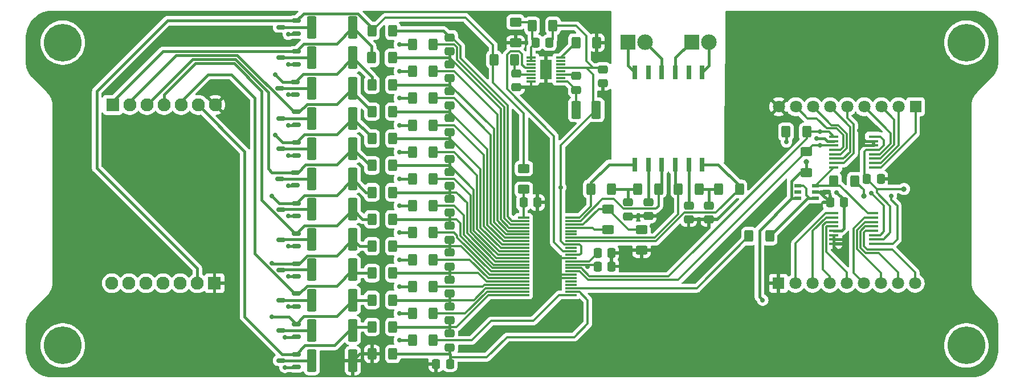
<source format=gbr>
%TF.GenerationSoftware,KiCad,Pcbnew,8.0.2*%
%TF.CreationDate,2024-10-10T15:26:05+02:00*%
%TF.ProjectId,BMS,424d532e-6b69-4636-9164-5f7063625858,rev?*%
%TF.SameCoordinates,Original*%
%TF.FileFunction,Copper,L1,Top*%
%TF.FilePolarity,Positive*%
%FSLAX46Y46*%
G04 Gerber Fmt 4.6, Leading zero omitted, Abs format (unit mm)*
G04 Created by KiCad (PCBNEW 8.0.2) date 2024-10-10 15:26:05*
%MOMM*%
%LPD*%
G01*
G04 APERTURE LIST*
G04 Aperture macros list*
%AMRoundRect*
0 Rectangle with rounded corners*
0 $1 Rounding radius*
0 $2 $3 $4 $5 $6 $7 $8 $9 X,Y pos of 4 corners*
0 Add a 4 corners polygon primitive as box body*
4,1,4,$2,$3,$4,$5,$6,$7,$8,$9,$2,$3,0*
0 Add four circle primitives for the rounded corners*
1,1,$1+$1,$2,$3*
1,1,$1+$1,$4,$5*
1,1,$1+$1,$6,$7*
1,1,$1+$1,$8,$9*
0 Add four rect primitives between the rounded corners*
20,1,$1+$1,$2,$3,$4,$5,0*
20,1,$1+$1,$4,$5,$6,$7,0*
20,1,$1+$1,$6,$7,$8,$9,0*
20,1,$1+$1,$8,$9,$2,$3,0*%
G04 Aperture macros list end*
%TA.AperFunction,ComponentPad*%
%ADD10R,2.325000X2.325000*%
%TD*%
%TA.AperFunction,ComponentPad*%
%ADD11C,2.325000*%
%TD*%
%TA.AperFunction,SMDPad,CuDef*%
%ADD12RoundRect,0.250000X-0.475000X0.337500X-0.475000X-0.337500X0.475000X-0.337500X0.475000X0.337500X0*%
%TD*%
%TA.AperFunction,SMDPad,CuDef*%
%ADD13RoundRect,0.250000X-0.400000X-0.625000X0.400000X-0.625000X0.400000X0.625000X-0.400000X0.625000X0*%
%TD*%
%TA.AperFunction,ComponentPad*%
%ADD14C,5.600000*%
%TD*%
%TA.AperFunction,SMDPad,CuDef*%
%ADD15RoundRect,0.250001X-0.462499X-1.074999X0.462499X-1.074999X0.462499X1.074999X-0.462499X1.074999X0*%
%TD*%
%TA.AperFunction,SMDPad,CuDef*%
%ADD16R,1.800000X0.300000*%
%TD*%
%TA.AperFunction,SMDPad,CuDef*%
%ADD17RoundRect,0.250000X0.400000X0.625000X-0.400000X0.625000X-0.400000X-0.625000X0.400000X-0.625000X0*%
%TD*%
%TA.AperFunction,SMDPad,CuDef*%
%ADD18RoundRect,0.249999X0.450001X1.425001X-0.450001X1.425001X-0.450001X-1.425001X0.450001X-1.425001X0*%
%TD*%
%TA.AperFunction,SMDPad,CuDef*%
%ADD19R,1.475000X0.450000*%
%TD*%
%TA.AperFunction,SMDPad,CuDef*%
%ADD20RoundRect,0.150000X0.512500X0.150000X-0.512500X0.150000X-0.512500X-0.150000X0.512500X-0.150000X0*%
%TD*%
%TA.AperFunction,SMDPad,CuDef*%
%ADD21RoundRect,0.250000X-0.337500X-0.475000X0.337500X-0.475000X0.337500X0.475000X-0.337500X0.475000X0*%
%TD*%
%TA.AperFunction,SMDPad,CuDef*%
%ADD22RoundRect,0.250000X-0.625000X0.400000X-0.625000X-0.400000X0.625000X-0.400000X0.625000X0.400000X0*%
%TD*%
%TA.AperFunction,SMDPad,CuDef*%
%ADD23RoundRect,0.250000X0.475000X-0.337500X0.475000X0.337500X-0.475000X0.337500X-0.475000X-0.337500X0*%
%TD*%
%TA.AperFunction,SMDPad,CuDef*%
%ADD24R,1.050000X0.550000*%
%TD*%
%TA.AperFunction,SMDPad,CuDef*%
%ADD25RoundRect,0.250000X0.625000X-0.400000X0.625000X0.400000X-0.625000X0.400000X-0.625000X-0.400000X0*%
%TD*%
%TA.AperFunction,ComponentPad*%
%ADD26R,1.800000X1.800000*%
%TD*%
%TA.AperFunction,ComponentPad*%
%ADD27C,1.800000*%
%TD*%
%TA.AperFunction,SMDPad,CuDef*%
%ADD28RoundRect,0.250000X0.337500X0.475000X-0.337500X0.475000X-0.337500X-0.475000X0.337500X-0.475000X0*%
%TD*%
%TA.AperFunction,SMDPad,CuDef*%
%ADD29R,1.425000X0.300000*%
%TD*%
%TA.AperFunction,SMDPad,CuDef*%
%ADD30R,1.753000X2.947000*%
%TD*%
%TA.AperFunction,ComponentPad*%
%ADD31R,1.950000X1.950000*%
%TD*%
%TA.AperFunction,ComponentPad*%
%ADD32C,1.950000*%
%TD*%
%TA.AperFunction,SMDPad,CuDef*%
%ADD33R,0.800000X2.010000*%
%TD*%
%TA.AperFunction,ViaPad*%
%ADD34C,0.800000*%
%TD*%
%TA.AperFunction,ViaPad*%
%ADD35C,0.700000*%
%TD*%
%TA.AperFunction,Conductor*%
%ADD36C,0.300000*%
%TD*%
%TA.AperFunction,Conductor*%
%ADD37C,0.400000*%
%TD*%
%TA.AperFunction,Conductor*%
%ADD38C,0.250000*%
%TD*%
G04 APERTURE END LIST*
D10*
%TO.P,J3,1,Pin_1*%
%TO.N,Net-(J3-Pin_1)*%
X163000000Y-68155000D03*
D11*
%TO.P,J3,2,Pin_2*%
%TO.N,Net-(J3-Pin_2)*%
X165540000Y-68155000D03*
%TD*%
D12*
%TO.P,C15,1*%
%TO.N,/C5*%
X127000000Y-95462500D03*
%TO.P,C15,2*%
%TO.N,/C4*%
X127000000Y-97537500D03*
%TD*%
D13*
%TO.P,R38,1*%
%TO.N,/Cell 10*%
X115450000Y-74500000D03*
%TO.P,R38,2*%
%TO.N,/C10*%
X118550000Y-74500000D03*
%TD*%
D14*
%TO.P,,1*%
%TO.N,N/C*%
X203750000Y-113250000D03*
%TD*%
D15*
%TO.P,L1,1,1*%
%TO.N,Net-(IC1-SW)*%
X145800500Y-78250000D03*
%TO.P,L1,2,2*%
%TO.N,+5V*%
X148775500Y-78250000D03*
%TD*%
D16*
%TO.P,IC6,1,V+*%
%TO.N,Net-(IC6-V+)*%
X137950000Y-94250000D03*
%TO.P,IC6,2,C12*%
%TO.N,/C12*%
X137950000Y-94750000D03*
%TO.P,IC6,3,S12*%
%TO.N,/S12*%
X137950000Y-95250000D03*
%TO.P,IC6,4,C11*%
%TO.N,/C11*%
X137950000Y-95750000D03*
%TO.P,IC6,5,S11*%
%TO.N,/S11*%
X137950000Y-96250000D03*
%TO.P,IC6,6,C10*%
%TO.N,/C10*%
X137950000Y-96750000D03*
%TO.P,IC6,7,S10*%
%TO.N,/S10*%
X137950000Y-97250000D03*
%TO.P,IC6,8,C9*%
%TO.N,/C9*%
X137950000Y-97750000D03*
%TO.P,IC6,9,S9*%
%TO.N,/S9*%
X137950000Y-98250000D03*
%TO.P,IC6,10,C8*%
%TO.N,/C8*%
X137950000Y-98750000D03*
%TO.P,IC6,11,S8*%
%TO.N,/S8*%
X137950000Y-99250000D03*
%TO.P,IC6,12,C7*%
%TO.N,/C7*%
X137950000Y-99750000D03*
%TO.P,IC6,13,S7*%
%TO.N,/S7*%
X137950000Y-100250000D03*
%TO.P,IC6,14,C6*%
%TO.N,/C6*%
X137950000Y-100750000D03*
%TO.P,IC6,15,S6*%
%TO.N,/S6*%
X137950000Y-101250000D03*
%TO.P,IC6,16,C5*%
%TO.N,/C5*%
X137950000Y-101750000D03*
%TO.P,IC6,17,S5*%
%TO.N,/S5*%
X137950000Y-102250000D03*
%TO.P,IC6,18,C4*%
%TO.N,/C4*%
X137950000Y-102750000D03*
%TO.P,IC6,19,S4*%
%TO.N,/S4*%
X137950000Y-103250000D03*
%TO.P,IC6,20,C3*%
%TO.N,/C3*%
X137950000Y-103750000D03*
%TO.P,IC6,21,S3*%
%TO.N,/S3*%
X137950000Y-104250000D03*
%TO.P,IC6,22,C2*%
%TO.N,/C2*%
X137950000Y-104750000D03*
%TO.P,IC6,23,S2*%
%TO.N,/S2*%
X137950000Y-105250000D03*
%TO.P,IC6,24,C1*%
%TO.N,/C1*%
X137950000Y-105750000D03*
%TO.P,IC6,25,S1*%
%TO.N,/S1*%
X145050000Y-105750000D03*
%TO.P,IC6,26,C0*%
%TO.N,/C0*%
X145050000Y-105250000D03*
%TO.P,IC6,27,GPIO1*%
%TO.N,/Therm_ADC*%
X145050000Y-104750000D03*
%TO.P,IC6,28,GPIO2*%
%TO.N,unconnected-(IC6-GPIO2-Pad28)*%
X145050000Y-104250000D03*
%TO.P,IC6,29,GPIO3*%
%TO.N,unconnected-(IC6-GPIO3-Pad29)*%
X145050000Y-103750000D03*
%TO.P,IC6,30,V-_1*%
%TO.N,-VDC*%
X145050000Y-103250000D03*
%TO.P,IC6,31,V-_2*%
X145050000Y-102750000D03*
%TO.P,IC6,32,GPIO4*%
%TO.N,/SDA*%
X145050000Y-102250000D03*
%TO.P,IC6,33,GPIO5*%
%TO.N,/SCL*%
X145050000Y-101750000D03*
%TO.P,IC6,34,VREF2*%
%TO.N,/VREF2*%
X145050000Y-101250000D03*
%TO.P,IC6,35,VREF1*%
%TO.N,Net-(IC6-VREF1)*%
X145050000Y-100750000D03*
%TO.P,IC6,36,DTEN*%
%TO.N,-VDC*%
X145050000Y-100250000D03*
%TO.P,IC6,37,VREG*%
%TO.N,+5V*%
X145050000Y-99750000D03*
%TO.P,IC6,38,DRIVE*%
%TO.N,/Enable*%
X145050000Y-99250000D03*
%TO.P,IC6,39,WDT*%
%TO.N,unconnected-(IC6-WDT-Pad39)*%
X145050000Y-98750000D03*
%TO.P,IC6,40,ISOMD*%
%TO.N,+5V*%
X145050000Y-98250000D03*
%TO.P,IC6,41,CSB_(IMA)*%
%TO.N,/IMA*%
X145050000Y-97750000D03*
%TO.P,IC6,42,SCK_(IPA)*%
%TO.N,/IPA*%
X145050000Y-97250000D03*
%TO.P,IC6,43,SDI_(NC)*%
%TO.N,unconnected-(IC6-SDI_(NC)-Pad43)*%
X145050000Y-96750000D03*
%TO.P,IC6,44,SDO_(NC)*%
%TO.N,unconnected-(IC6-SDO_(NC)-Pad44)*%
X145050000Y-96250000D03*
%TO.P,IC6,45,IBIAS*%
%TO.N,Net-(IC6-IBIAS)*%
X145050000Y-95750000D03*
%TO.P,IC6,46,ICMP*%
%TO.N,Net-(IC6-ICMP)*%
X145050000Y-95250000D03*
%TO.P,IC6,47,IMB*%
%TO.N,/IMB*%
X145050000Y-94750000D03*
%TO.P,IC6,48,IPB*%
%TO.N,/IPB*%
X145050000Y-94250000D03*
%TD*%
D13*
%TO.P,R32,1*%
%TO.N,/Cell 8*%
X115450000Y-82500000D03*
%TO.P,R32,2*%
%TO.N,/C8*%
X118550000Y-82500000D03*
%TD*%
D17*
%TO.P,R7,1*%
%TO.N,Net-(IC2--IN)*%
X174550000Y-97000000D03*
%TO.P,R7,2*%
%TO.N,/Therm_ADC*%
X171450000Y-97000000D03*
%TD*%
D13*
%TO.P,R24,1*%
%TO.N,Net-(Q4-G)*%
X121450000Y-96500000D03*
%TO.P,R24,2*%
%TO.N,/S5*%
X124550000Y-96500000D03*
%TD*%
%TO.P,R23,1*%
%TO.N,/Cell 5*%
X115450000Y-94500000D03*
%TO.P,R23,2*%
%TO.N,/C5*%
X118550000Y-94500000D03*
%TD*%
D18*
%TO.P,R46,1*%
%TO.N,-VDC*%
X112600000Y-115500000D03*
%TO.P,R46,2*%
%TO.N,Net-(Q12-D)*%
X106500000Y-115500000D03*
%TD*%
D19*
%TO.P,IC3,1,SCL*%
%TO.N,/SCL*%
X189938000Y-98150000D03*
%TO.P,IC3,2,~{RESET}*%
%TO.N,+5V*%
X189938000Y-97500000D03*
%TO.P,IC3,3,SDA*%
%TO.N,/SDA*%
X189938000Y-96850000D03*
%TO.P,IC3,4,S1*%
%TO.N,/T1*%
X189938000Y-96200000D03*
%TO.P,IC3,5,S2*%
%TO.N,/T2*%
X189938000Y-95550000D03*
%TO.P,IC3,6,S3*%
%TO.N,/T3*%
X189938000Y-94900000D03*
%TO.P,IC3,7,S4*%
%TO.N,/T4*%
X189938000Y-94250000D03*
%TO.P,IC3,8,D*%
%TO.N,Net-(IC2-+IN)*%
X189938000Y-93600000D03*
%TO.P,IC3,9,S8*%
%TO.N,/T8*%
X184062000Y-93600000D03*
%TO.P,IC3,10,S7*%
%TO.N,/T7*%
X184062000Y-94250000D03*
%TO.P,IC3,11,S6*%
%TO.N,/T6*%
X184062000Y-94900000D03*
%TO.P,IC3,12,S5*%
%TO.N,/T5*%
X184062000Y-95550000D03*
%TO.P,IC3,13,VDD*%
%TO.N,+5V*%
X184062000Y-96200000D03*
%TO.P,IC3,14,GND*%
%TO.N,-VDC*%
X184062000Y-96850000D03*
%TO.P,IC3,15,A1*%
X184062000Y-97500000D03*
%TO.P,IC3,16,A0*%
X184062000Y-98150000D03*
%TD*%
D12*
%TO.P,C18,1*%
%TO.N,/C8*%
X127000000Y-83462500D03*
%TO.P,C18,2*%
%TO.N,/C7*%
X127000000Y-85537500D03*
%TD*%
D13*
%TO.P,R12,1*%
%TO.N,Net-(Q1-G)*%
X121450000Y-108500000D03*
%TO.P,R12,2*%
%TO.N,/S2*%
X124550000Y-108500000D03*
%TD*%
D20*
%TO.P,Q11,1,G*%
%TO.N,Net-(Q11-G)*%
X104187500Y-66900000D03*
%TO.P,Q11,2,S*%
%TO.N,+BATT*%
X104187500Y-65000000D03*
%TO.P,Q11,3,D*%
%TO.N,Net-(Q11-D)*%
X101912500Y-65950000D03*
%TD*%
D14*
%TO.P,,1*%
%TO.N,N/C*%
X69500000Y-113250000D03*
%TD*%
D21*
%TO.P,C1,1*%
%TO.N,/FB*%
X139750500Y-68250000D03*
%TO.P,C1,2*%
%TO.N,+5V*%
X141825500Y-68250000D03*
%TD*%
D22*
%TO.P,R51,1*%
%TO.N,+BATT*%
X138000000Y-86950000D03*
%TO.P,R51,2*%
%TO.N,Net-(IC6-V+)*%
X138000000Y-90050000D03*
%TD*%
D23*
%TO.P,C9,1*%
%TO.N,-VDC*%
X162500000Y-94537500D03*
%TO.P,C9,2*%
%TO.N,Net-(T1-SEC1_2)*%
X162500000Y-92462500D03*
%TD*%
D12*
%TO.P,C12,1*%
%TO.N,/C2*%
X127000000Y-107462500D03*
%TO.P,C12,2*%
%TO.N,/C1*%
X127000000Y-109537500D03*
%TD*%
D13*
%TO.P,R44,1*%
%TO.N,+BATT*%
X115450000Y-66500000D03*
%TO.P,R44,2*%
%TO.N,/C12*%
X118550000Y-66500000D03*
%TD*%
D12*
%TO.P,C17,1*%
%TO.N,/C7*%
X127000000Y-87462500D03*
%TO.P,C17,2*%
%TO.N,/C6*%
X127000000Y-89537500D03*
%TD*%
D13*
%TO.P,R15,1*%
%TO.N,/Cell 1*%
X115450000Y-110500000D03*
%TO.P,R15,2*%
%TO.N,/C1*%
X118550000Y-110500000D03*
%TD*%
%TO.P,R27,1*%
%TO.N,Net-(Q5-G)*%
X121450000Y-92500000D03*
%TO.P,R27,2*%
%TO.N,/S6*%
X124550000Y-92500000D03*
%TD*%
D24*
%TO.P,IC2,1,OUT*%
%TO.N,Net-(IC2--IN)*%
X181300000Y-91400000D03*
%TO.P,IC2,2,V-*%
%TO.N,-VDC*%
X181300000Y-90450000D03*
%TO.P,IC2,3,+IN*%
%TO.N,Net-(IC2-+IN)*%
X181300000Y-89500000D03*
%TO.P,IC2,4,-IN*%
%TO.N,Net-(IC2--IN)*%
X178700000Y-89500000D03*
%TO.P,IC2,5,~{SHDN}*%
%TO.N,unconnected-(IC2-~{SHDN}-Pad5)*%
X178700000Y-90450000D03*
%TO.P,IC2,6,V+*%
%TO.N,+5V*%
X178700000Y-91400000D03*
%TD*%
D23*
%TO.P,C2,1*%
%TO.N,-VDC*%
X149750000Y-74287500D03*
%TO.P,C2,2*%
%TO.N,+5V*%
X149750000Y-72212500D03*
%TD*%
D25*
%TO.P,R49,1*%
%TO.N,Net-(IC6-IBIAS)*%
X150500000Y-96050000D03*
%TO.P,R49,2*%
%TO.N,Net-(IC6-ICMP)*%
X150500000Y-92950000D03*
%TD*%
D12*
%TO.P,C23,1*%
%TO.N,/C1*%
X127000000Y-111462500D03*
%TO.P,C23,2*%
%TO.N,/C0*%
X127000000Y-113537500D03*
%TD*%
D17*
%TO.P,R52,1*%
%TO.N,/VREF2*%
X187183538Y-88818599D03*
%TO.P,R52,2*%
%TO.N,Net-(IC2-+IN)*%
X184083538Y-88818599D03*
%TD*%
D18*
%TO.P,R43,1*%
%TO.N,/Cell 11*%
X112600000Y-66000000D03*
%TO.P,R43,2*%
%TO.N,Net-(Q11-D)*%
X106500000Y-66000000D03*
%TD*%
D21*
%TO.P,C25,1*%
%TO.N,Net-(IC6-V+)*%
X137962500Y-92000000D03*
%TO.P,C25,2*%
%TO.N,-VDC*%
X140037500Y-92000000D03*
%TD*%
D18*
%TO.P,R19,1*%
%TO.N,/Cell 3*%
X112600000Y-102000000D03*
%TO.P,R19,2*%
%TO.N,Net-(Q3-D)*%
X106500000Y-102000000D03*
%TD*%
%TO.P,R31,1*%
%TO.N,/Cell 7*%
X112600000Y-84000000D03*
%TO.P,R31,2*%
%TO.N,Net-(Q7-D)*%
X106500000Y-84000000D03*
%TD*%
D13*
%TO.P,R3,1*%
%TO.N,Net-(IC1-RT)*%
X145738000Y-68250000D03*
%TO.P,R3,2*%
%TO.N,-VDC*%
X148838000Y-68250000D03*
%TD*%
D21*
%TO.P,C11,1*%
%TO.N,Net-(IC6-VREF1)*%
X148962500Y-99500000D03*
%TO.P,C11,2*%
%TO.N,-VDC*%
X151037500Y-99500000D03*
%TD*%
D12*
%TO.P,C13,1*%
%TO.N,/C3*%
X127000000Y-103462500D03*
%TO.P,C13,2*%
%TO.N,/C2*%
X127000000Y-105537500D03*
%TD*%
D13*
%TO.P,R30,1*%
%TO.N,Net-(Q6-G)*%
X121450000Y-88500000D03*
%TO.P,R30,2*%
%TO.N,/S7*%
X124550000Y-88500000D03*
%TD*%
D26*
%TO.P,J5,1,Pin_1*%
%TO.N,/T16*%
X196200000Y-77775000D03*
D27*
%TO.P,J5,2,Pin_2*%
%TO.N,/T15*%
X193660000Y-77775000D03*
%TO.P,J5,3,Pin_3*%
%TO.N,/T14*%
X191120000Y-77775000D03*
%TO.P,J5,4,Pin_4*%
%TO.N,/T13*%
X188580000Y-77775000D03*
%TO.P,J5,5,Pin_5*%
%TO.N,/T12*%
X186040000Y-77775000D03*
%TO.P,J5,6,Pin_6*%
%TO.N,/T11*%
X183500000Y-77775000D03*
%TO.P,J5,7,Pin_7*%
%TO.N,/T10*%
X180960000Y-77775000D03*
%TO.P,J5,8,Pin_8*%
%TO.N,/T9*%
X178420000Y-77775000D03*
%TO.P,J5,9,Pin_9*%
%TO.N,-VDC*%
X175880000Y-77775000D03*
%TD*%
D18*
%TO.P,R22,1*%
%TO.N,/Cell 4*%
X112600000Y-97500000D03*
%TO.P,R22,2*%
%TO.N,Net-(Q4-D)*%
X106500000Y-97500000D03*
%TD*%
D17*
%TO.P,R11,1*%
%TO.N,Net-(C8-Pad2)*%
X164050000Y-90000000D03*
%TO.P,R11,2*%
%TO.N,/IPA*%
X160950000Y-90000000D03*
%TD*%
D12*
%TO.P,C22,1*%
%TO.N,/C12*%
X127000000Y-67462500D03*
%TO.P,C22,2*%
%TO.N,/C11*%
X127000000Y-69537500D03*
%TD*%
D13*
%TO.P,R42,1*%
%TO.N,Net-(Q10-G)*%
X121450000Y-72500000D03*
%TO.P,R42,2*%
%TO.N,/S11*%
X124550000Y-72500000D03*
%TD*%
D21*
%TO.P,C10,1*%
%TO.N,/VREF2*%
X148962500Y-101500000D03*
%TO.P,C10,2*%
%TO.N,-VDC*%
X151037500Y-101500000D03*
%TD*%
D13*
%TO.P,R48,1*%
%TO.N,Net-(Q12-G)*%
X121450000Y-112500000D03*
%TO.P,R48,2*%
%TO.N,/S1*%
X124550000Y-112500000D03*
%TD*%
D28*
%TO.P,C24,1*%
%TO.N,/C0*%
X127037500Y-116000000D03*
%TO.P,C24,2*%
%TO.N,-VDC*%
X124962500Y-116000000D03*
%TD*%
D12*
%TO.P,C14,1*%
%TO.N,/C4*%
X127000000Y-99462500D03*
%TO.P,C14,2*%
%TO.N,/C3*%
X127000000Y-101537500D03*
%TD*%
D20*
%TO.P,Q6,1,G*%
%TO.N,Net-(Q6-G)*%
X104050000Y-89450000D03*
%TO.P,Q6,2,S*%
%TO.N,/Cell 7*%
X104050000Y-87550000D03*
%TO.P,Q6,3,D*%
%TO.N,Net-(Q6-D)*%
X101775000Y-88500000D03*
%TD*%
D17*
%TO.P,R10,1*%
%TO.N,/IMA*%
X170050000Y-90000000D03*
%TO.P,R10,2*%
%TO.N,Net-(C8-Pad2)*%
X166950000Y-90000000D03*
%TD*%
D13*
%TO.P,R29,1*%
%TO.N,/Cell 7*%
X115450000Y-86500000D03*
%TO.P,R29,2*%
%TO.N,/C7*%
X118550000Y-86500000D03*
%TD*%
D20*
%TO.P,Q9,1,G*%
%TO.N,Net-(Q9-G)*%
X104050000Y-76000000D03*
%TO.P,Q9,2,S*%
%TO.N,/Cell 10*%
X104050000Y-74100000D03*
%TO.P,Q9,3,D*%
%TO.N,Net-(Q9-D)*%
X101775000Y-75050000D03*
%TD*%
D13*
%TO.P,R26,1*%
%TO.N,/Cell 6*%
X115450000Y-90500000D03*
%TO.P,R26,2*%
%TO.N,/C6*%
X118550000Y-90500000D03*
%TD*%
D20*
%TO.P,Q4,1,G*%
%TO.N,Net-(Q4-G)*%
X104187500Y-98500000D03*
%TO.P,Q4,2,S*%
%TO.N,/Cell 5*%
X104187500Y-96600000D03*
%TO.P,Q4,3,D*%
%TO.N,Net-(Q4-D)*%
X101912500Y-97550000D03*
%TD*%
%TO.P,Q3,1,G*%
%TO.N,Net-(Q3-G)*%
X104187500Y-103000000D03*
%TO.P,Q3,2,S*%
%TO.N,/Cell 4*%
X104187500Y-101100000D03*
%TO.P,Q3,3,D*%
%TO.N,Net-(Q3-D)*%
X101912500Y-102050000D03*
%TD*%
D18*
%TO.P,R28,1*%
%TO.N,/Cell 6*%
X112550000Y-88500000D03*
%TO.P,R28,2*%
%TO.N,Net-(Q6-D)*%
X106450000Y-88500000D03*
%TD*%
D13*
%TO.P,R17,1*%
%TO.N,/Cell 3*%
X115450000Y-102500000D03*
%TO.P,R17,2*%
%TO.N,/C3*%
X118550000Y-102500000D03*
%TD*%
%TO.P,R4,1*%
%TO.N,+BATT*%
X133562465Y-70768955D03*
%TO.P,R4,2*%
%TO.N,Net-(IC1-VIN)*%
X136662465Y-70768955D03*
%TD*%
D29*
%TO.P,IC1,1,FB_1*%
%TO.N,/FB*%
X139076000Y-70500000D03*
%TO.P,IC1,2,FB_2*%
X139076000Y-71000000D03*
%TO.P,IC1,3,NC_1*%
%TO.N,unconnected-(IC1-NC_1-Pad3)*%
X139076000Y-71500000D03*
%TO.P,IC1,4,EN/UVLO*%
%TO.N,/Enable*%
X139076000Y-72000000D03*
%TO.P,IC1,5,NC_2*%
%TO.N,unconnected-(IC1-NC_2-Pad5)*%
X139076000Y-72500000D03*
%TO.P,IC1,6,VIN*%
%TO.N,Net-(IC1-VIN)*%
X139076000Y-73000000D03*
%TO.P,IC1,7,NC_3*%
%TO.N,unconnected-(IC1-NC_3-Pad7)*%
X139076000Y-73500000D03*
%TO.P,IC1,8,GND_1*%
%TO.N,-VDC*%
X139076000Y-74000000D03*
%TO.P,IC1,9,SW*%
%TO.N,Net-(IC1-SW)*%
X143500000Y-74000000D03*
%TO.P,IC1,10,NC_4*%
%TO.N,unconnected-(IC1-NC_4-Pad10)*%
X143500000Y-73500000D03*
%TO.P,IC1,11,BOOST*%
%TO.N,Net-(IC1-BOOST)*%
X143500000Y-73000000D03*
%TO.P,IC1,12,NC_5*%
%TO.N,unconnected-(IC1-NC_5-Pad12)*%
X143500000Y-72500000D03*
%TO.P,IC1,13,BD*%
%TO.N,+5V*%
X143500000Y-72000000D03*
%TO.P,IC1,14,PG*%
%TO.N,unconnected-(IC1-PG-Pad14)*%
X143500000Y-71500000D03*
%TO.P,IC1,15,NC_6*%
%TO.N,unconnected-(IC1-NC_6-Pad15)*%
X143500000Y-71000000D03*
%TO.P,IC1,16,RT*%
%TO.N,Net-(IC1-RT)*%
X143500000Y-70500000D03*
D30*
%TO.P,IC1,17,GND_2*%
%TO.N,-VDC*%
X141288000Y-72250000D03*
%TD*%
D13*
%TO.P,R8,1*%
%TO.N,/IPB*%
X147950000Y-90000000D03*
%TO.P,R8,2*%
%TO.N,Net-(C6-Pad2)*%
X151050000Y-90000000D03*
%TD*%
%TO.P,R39,1*%
%TO.N,Net-(Q9-G)*%
X121450000Y-76500000D03*
%TO.P,R39,2*%
%TO.N,/S10*%
X124550000Y-76500000D03*
%TD*%
D26*
%TO.P,J4,1,Pin_1*%
%TO.N,-VDC*%
X175840000Y-104000000D03*
D27*
%TO.P,J4,2,Pin_2*%
%TO.N,/T8*%
X178380000Y-104000000D03*
%TO.P,J4,3,Pin_3*%
%TO.N,/T7*%
X180920000Y-104000000D03*
%TO.P,J4,4,Pin_4*%
%TO.N,/T6*%
X183460000Y-104000000D03*
%TO.P,J4,5,Pin_5*%
%TO.N,/T5*%
X186000000Y-104000000D03*
%TO.P,J4,6,Pin_6*%
%TO.N,/T4*%
X188540000Y-104000000D03*
%TO.P,J4,7,Pin_7*%
%TO.N,/T3*%
X191080000Y-104000000D03*
%TO.P,J4,8,Pin_8*%
%TO.N,/T2*%
X193620000Y-104000000D03*
%TO.P,J4,9,Pin_9*%
%TO.N,/T1*%
X196160000Y-104000000D03*
%TD*%
D31*
%TO.P,J6,1,Pin_1*%
%TO.N,/Cell 11*%
X76930000Y-77500000D03*
D32*
%TO.P,J6,2,Pin_2*%
%TO.N,/Cell 9*%
X79470000Y-77500000D03*
%TO.P,J6,3,Pin_3*%
%TO.N,/Cell 7*%
X82010000Y-77500000D03*
%TO.P,J6,4,Pin_4*%
%TO.N,/Cell 5*%
X84550000Y-77500000D03*
%TO.P,J6,5,Pin_5*%
%TO.N,/Cell 3*%
X87090000Y-77500000D03*
%TO.P,J6,6,Pin_6*%
%TO.N,/Cell 1*%
X89630000Y-77500000D03*
%TO.P,J6,7,Pin_7*%
%TO.N,-VDC*%
X92170000Y-77500000D03*
%TD*%
D33*
%TO.P,T1,1,PRI1_1*%
%TO.N,Net-(J3-Pin_2)*%
X164500000Y-72655000D03*
%TO.P,T1,2,PRI1_2*%
%TO.N,unconnected-(T1-PRI1_2-Pad2)*%
X162500000Y-72655000D03*
%TO.P,T1,3,PRI1_3*%
%TO.N,Net-(J3-Pin_1)*%
X160500000Y-72655000D03*
%TO.P,T1,4,PRI2_1*%
%TO.N,Net-(J1-Pin_2)*%
X158500000Y-72655000D03*
%TO.P,T1,5,PRI2_2*%
%TO.N,unconnected-(T1-PRI2_2-Pad5)*%
X156500000Y-72655000D03*
%TO.P,T1,6,PRI2_3*%
%TO.N,Net-(J1-Pin_1)*%
X154500000Y-72655000D03*
%TO.P,T1,7,SEC2_1*%
%TO.N,/IPB*%
X154500000Y-86345000D03*
%TO.P,T1,8,SEC2_2*%
%TO.N,Net-(T1-SEC2_2)*%
X156500000Y-86345000D03*
%TO.P,T1,9,SEC2_3*%
%TO.N,/IMB*%
X158500000Y-86345000D03*
%TO.P,T1,10,SEC1_1*%
%TO.N,/IPA*%
X160500000Y-86345000D03*
%TO.P,T1,11,SEC1_2*%
%TO.N,Net-(T1-SEC1_2)*%
X162500000Y-86345000D03*
%TO.P,T1,12,SEC1_3*%
%TO.N,/IMA*%
X164500000Y-86345000D03*
%TD*%
D12*
%TO.P,C20,1*%
%TO.N,/C10*%
X127000000Y-75462500D03*
%TO.P,C20,2*%
%TO.N,/C9*%
X127000000Y-77537500D03*
%TD*%
D28*
%TO.P,C26,1*%
%TO.N,+5V*%
X185575000Y-92000000D03*
%TO.P,C26,2*%
%TO.N,-VDC*%
X183500000Y-92000000D03*
%TD*%
D18*
%TO.P,R25,1*%
%TO.N,/Cell 5*%
X112550000Y-93000000D03*
%TO.P,R25,2*%
%TO.N,Net-(Q5-D)*%
X106450000Y-93000000D03*
%TD*%
D23*
%TO.P,C7,1*%
%TO.N,-VDC*%
X156500000Y-94037500D03*
%TO.P,C7,2*%
%TO.N,Net-(T1-SEC2_2)*%
X156500000Y-91962500D03*
%TD*%
D10*
%TO.P,J1,1,Pin_1*%
%TO.N,Net-(J1-Pin_1)*%
X153460000Y-68155000D03*
D11*
%TO.P,J1,2,Pin_2*%
%TO.N,Net-(J1-Pin_2)*%
X156000000Y-68155000D03*
%TD*%
D23*
%TO.P,C6,1*%
%TO.N,-VDC*%
X153500000Y-94075000D03*
%TO.P,C6,2*%
%TO.N,Net-(C6-Pad2)*%
X153500000Y-92000000D03*
%TD*%
D14*
%TO.P,,1*%
%TO.N,N/C*%
X203750000Y-68250000D03*
%TD*%
D18*
%TO.P,R14,1*%
%TO.N,/Cell 1*%
X112600000Y-111000000D03*
%TO.P,R14,2*%
%TO.N,Net-(Q1-D)*%
X106500000Y-111000000D03*
%TD*%
D13*
%TO.P,R41,1*%
%TO.N,/Cell 11*%
X115400000Y-70500000D03*
%TO.P,R41,2*%
%TO.N,/C11*%
X118500000Y-70500000D03*
%TD*%
%TO.P,R20,1*%
%TO.N,/Cell 4*%
X115450000Y-98500000D03*
%TO.P,R20,2*%
%TO.N,/C4*%
X118550000Y-98500000D03*
%TD*%
%TO.P,R36,1*%
%TO.N,Net-(Q8-G)*%
X121450000Y-80500000D03*
%TO.P,R36,2*%
%TO.N,/S9*%
X124550000Y-80500000D03*
%TD*%
%TO.P,R33,1*%
%TO.N,Net-(Q7-G)*%
X121450000Y-84500000D03*
%TO.P,R33,2*%
%TO.N,/S8*%
X124550000Y-84500000D03*
%TD*%
%TO.P,R35,1*%
%TO.N,/Cell 9*%
X115450000Y-78500000D03*
%TO.P,R35,2*%
%TO.N,/C9*%
X118550000Y-78500000D03*
%TD*%
D18*
%TO.P,R37,1*%
%TO.N,/Cell 9*%
X112600000Y-75000000D03*
%TO.P,R37,2*%
%TO.N,Net-(Q9-D)*%
X106500000Y-75000000D03*
%TD*%
%TO.P,R16,1*%
%TO.N,/Cell 2*%
X112600000Y-106500000D03*
%TO.P,R16,2*%
%TO.N,Net-(Q2-D)*%
X106500000Y-106500000D03*
%TD*%
D13*
%TO.P,R13,1*%
%TO.N,/Cell 2*%
X115450000Y-106500000D03*
%TO.P,R13,2*%
%TO.N,/C2*%
X118550000Y-106500000D03*
%TD*%
%TO.P,R45,1*%
%TO.N,Net-(Q11-G)*%
X121450000Y-68500000D03*
%TO.P,R45,2*%
%TO.N,/S12*%
X124550000Y-68500000D03*
%TD*%
D20*
%TO.P,Q2,1,G*%
%TO.N,Net-(Q2-G)*%
X104187500Y-107450000D03*
%TO.P,Q2,2,S*%
%TO.N,/Cell 3*%
X104187500Y-105550000D03*
%TO.P,Q2,3,D*%
%TO.N,Net-(Q2-D)*%
X101912500Y-106500000D03*
%TD*%
%TO.P,Q12,1,G*%
%TO.N,Net-(Q12-G)*%
X104187500Y-116450000D03*
%TO.P,Q12,2,S*%
%TO.N,/Cell 1*%
X104187500Y-114550000D03*
%TO.P,Q12,3,D*%
%TO.N,Net-(Q12-D)*%
X101912500Y-115500000D03*
%TD*%
D22*
%TO.P,R50,1*%
%TO.N,Net-(IC6-ICMP)*%
X155500000Y-96000000D03*
%TO.P,R50,2*%
%TO.N,-VDC*%
X155500000Y-99100000D03*
%TD*%
%TO.P,R1,1*%
%TO.N,/FB*%
X136788000Y-65200000D03*
%TO.P,R1,2*%
%TO.N,-VDC*%
X136788000Y-68300000D03*
%TD*%
D18*
%TO.P,R40,1*%
%TO.N,/Cell 10*%
X112600000Y-70500000D03*
%TO.P,R40,2*%
%TO.N,Net-(Q10-D)*%
X106500000Y-70500000D03*
%TD*%
D13*
%TO.P,R21,1*%
%TO.N,Net-(Q3-G)*%
X121450000Y-100500000D03*
%TO.P,R21,2*%
%TO.N,/S4*%
X124550000Y-100500000D03*
%TD*%
D14*
%TO.P,REF\u002A\u002A,1*%
%TO.N,N/C*%
X69500000Y-68250000D03*
%TD*%
D13*
%TO.P,R18,1*%
%TO.N,Net-(Q2-G)*%
X121450000Y-104500000D03*
%TO.P,R18,2*%
%TO.N,/S3*%
X124550000Y-104500000D03*
%TD*%
D12*
%TO.P,C21,1*%
%TO.N,/C11*%
X127000000Y-71462500D03*
%TO.P,C21,2*%
%TO.N,/C10*%
X127000000Y-73537500D03*
%TD*%
D20*
%TO.P,Q5,1,G*%
%TO.N,Net-(Q5-G)*%
X104187500Y-94000000D03*
%TO.P,Q5,2,S*%
%TO.N,/Cell 6*%
X104187500Y-92100000D03*
%TO.P,Q5,3,D*%
%TO.N,Net-(Q5-D)*%
X101912500Y-93050000D03*
%TD*%
D21*
%TO.P,C5,1*%
%TO.N,+5V*%
X188962500Y-88500000D03*
%TO.P,C5,2*%
%TO.N,-VDC*%
X191037500Y-88500000D03*
%TD*%
D31*
%TO.P,J2,1,Pin_1*%
%TO.N,-VDC*%
X92050000Y-104000000D03*
D32*
%TO.P,J2,2,Pin_2*%
%TO.N,+BATT*%
X89510000Y-104000000D03*
%TO.P,J2,3,Pin_3*%
%TO.N,/Cell 10*%
X86970000Y-104000000D03*
%TO.P,J2,4,Pin_4*%
%TO.N,/Cell 8*%
X84430000Y-104000000D03*
%TO.P,J2,5,Pin_5*%
%TO.N,/Cell 6*%
X81890000Y-104000000D03*
%TO.P,J2,6,Pin_6*%
%TO.N,/Cell 4*%
X79350000Y-104000000D03*
%TO.P,J2,7,Pin_7*%
%TO.N,/Cell 2*%
X76810000Y-104000000D03*
%TD*%
D18*
%TO.P,R34,1*%
%TO.N,/Cell 8*%
X112600000Y-79500000D03*
%TO.P,R34,2*%
%TO.N,Net-(Q8-D)*%
X106500000Y-79500000D03*
%TD*%
D20*
%TO.P,Q7,1,G*%
%TO.N,Net-(Q7-G)*%
X104187500Y-85000000D03*
%TO.P,Q7,2,S*%
%TO.N,/Cell 8*%
X104187500Y-83100000D03*
%TO.P,Q7,3,D*%
%TO.N,Net-(Q7-D)*%
X101912500Y-84050000D03*
%TD*%
D23*
%TO.P,C8,1*%
%TO.N,-VDC*%
X165500000Y-94537500D03*
%TO.P,C8,2*%
%TO.N,Net-(C8-Pad2)*%
X165500000Y-92462500D03*
%TD*%
D13*
%TO.P,R6,1*%
%TO.N,+5V*%
X176950000Y-81500000D03*
%TO.P,R6,2*%
%TO.N,/SCL*%
X180050000Y-81500000D03*
%TD*%
D20*
%TO.P,Q10,1,G*%
%TO.N,Net-(Q10-G)*%
X104187500Y-71450000D03*
%TO.P,Q10,2,S*%
%TO.N,/Cell 11*%
X104187500Y-69550000D03*
%TO.P,Q10,3,D*%
%TO.N,Net-(Q10-D)*%
X101912500Y-70500000D03*
%TD*%
%TO.P,Q1,1,G*%
%TO.N,Net-(Q1-G)*%
X104187500Y-111950000D03*
%TO.P,Q1,2,S*%
%TO.N,/Cell 2*%
X104187500Y-110050000D03*
%TO.P,Q1,3,D*%
%TO.N,Net-(Q1-D)*%
X101912500Y-111000000D03*
%TD*%
D19*
%TO.P,IC4,1,SCL*%
%TO.N,/SCL*%
X184062000Y-82225000D03*
%TO.P,IC4,2,~{RESET}*%
%TO.N,+5V*%
X184062000Y-82875000D03*
%TO.P,IC4,3,SDA*%
%TO.N,/SDA*%
X184062000Y-83525000D03*
%TO.P,IC4,4,S1*%
%TO.N,/T9*%
X184062000Y-84175000D03*
%TO.P,IC4,5,S2*%
%TO.N,/T10*%
X184062000Y-84825000D03*
%TO.P,IC4,6,S3*%
%TO.N,/T11*%
X184062000Y-85475000D03*
%TO.P,IC4,7,S4*%
%TO.N,/T12*%
X184062000Y-86125000D03*
%TO.P,IC4,8,D*%
%TO.N,Net-(IC2-+IN)*%
X184062000Y-86775000D03*
%TO.P,IC4,9,S8*%
%TO.N,/T16*%
X189938000Y-86775000D03*
%TO.P,IC4,10,S7*%
%TO.N,/T15*%
X189938000Y-86125000D03*
%TO.P,IC4,11,S6*%
%TO.N,/T14*%
X189938000Y-85475000D03*
%TO.P,IC4,12,S5*%
%TO.N,/T13*%
X189938000Y-84825000D03*
%TO.P,IC4,13,VDD*%
%TO.N,+5V*%
X189938000Y-84175000D03*
%TO.P,IC4,14,GND*%
%TO.N,-VDC*%
X189938000Y-83525000D03*
%TO.P,IC4,15,A1*%
X189938000Y-82875000D03*
%TO.P,IC4,16,A0*%
%TO.N,+5V*%
X189938000Y-82225000D03*
%TD*%
D23*
%TO.P,C4,1*%
%TO.N,-VDC*%
X136911722Y-74877204D03*
%TO.P,C4,2*%
%TO.N,Net-(IC1-VIN)*%
X136911722Y-72802204D03*
%TD*%
D13*
%TO.P,R47,1*%
%TO.N,-VDC*%
X115450000Y-114500000D03*
%TO.P,R47,2*%
%TO.N,/C0*%
X118550000Y-114500000D03*
%TD*%
D12*
%TO.P,C16,1*%
%TO.N,/C6*%
X127000000Y-91462500D03*
%TO.P,C16,2*%
%TO.N,/C5*%
X127000000Y-93537500D03*
%TD*%
%TO.P,C19,1*%
%TO.N,/C9*%
X127000000Y-79462500D03*
%TO.P,C19,2*%
%TO.N,/C8*%
X127000000Y-81537500D03*
%TD*%
D20*
%TO.P,Q8,1,G*%
%TO.N,Net-(Q8-G)*%
X104187500Y-80450000D03*
%TO.P,Q8,2,S*%
%TO.N,/Cell 9*%
X104187500Y-78550000D03*
%TO.P,Q8,3,D*%
%TO.N,Net-(Q8-D)*%
X101912500Y-79500000D03*
%TD*%
D23*
%TO.P,C3,1*%
%TO.N,Net-(IC1-SW)*%
X145788000Y-75287500D03*
%TO.P,C3,2*%
%TO.N,Net-(IC1-BOOST)*%
X145788000Y-73212500D03*
%TD*%
D17*
%TO.P,R2,1*%
%TO.N,+5V*%
X142338000Y-65750000D03*
%TO.P,R2,2*%
%TO.N,/FB*%
X139238000Y-65750000D03*
%TD*%
D22*
%TO.P,R5,1*%
%TO.N,/SDA*%
X180000000Y-84450000D03*
%TO.P,R5,2*%
%TO.N,+5V*%
X180000000Y-87550000D03*
%TD*%
D13*
%TO.P,R9,1*%
%TO.N,Net-(C6-Pad2)*%
X154950000Y-90000000D03*
%TO.P,R9,2*%
%TO.N,/IMB*%
X158050000Y-90000000D03*
%TD*%
D34*
%TO.N,+5V*%
X194500000Y-90000000D03*
D35*
X143500000Y-89750000D03*
X177000000Y-83000000D03*
X184500000Y-90500000D03*
D34*
X180000000Y-86000000D03*
D35*
X181500000Y-82500000D03*
X173500000Y-106500000D03*
%TO.N,-VDC*%
X172500000Y-94000000D03*
X117000000Y-78500000D03*
X149500000Y-82500000D03*
X159500000Y-99500000D03*
X117000000Y-90500000D03*
X140000000Y-76500000D03*
X92000000Y-67500000D03*
X133750000Y-65000000D03*
X187844425Y-81312811D03*
X143500000Y-109000000D03*
X178000000Y-74500000D03*
X131000000Y-69500000D03*
X185500000Y-100000000D03*
X176500000Y-99500000D03*
X138000000Y-108000000D03*
X157000000Y-95500000D03*
X117000000Y-66500000D03*
X117000000Y-114500000D03*
X117000000Y-102500000D03*
X195000000Y-88500000D03*
X167500000Y-106000000D03*
%TO.N,/VREF2*%
X147500000Y-101500000D03*
D34*
X188500000Y-91000000D03*
D35*
%TO.N,/SCL*%
X182000000Y-81500000D03*
X192602012Y-91057008D03*
%TO.N,/SDA*%
X189635627Y-90635627D03*
X182000000Y-83500000D03*
%TO.N,/Cell 10*%
X101050000Y-73000000D03*
%TO.N,/Cell 8*%
X101050000Y-82000000D03*
%TO.N,/Cell 6*%
X100550000Y-91000000D03*
%TO.N,/Cell 4*%
X100550000Y-101000000D03*
%TO.N,/Cell 2*%
X100550000Y-109000000D03*
%TO.N,Net-(Q1-G)*%
X119500000Y-108500000D03*
X102500000Y-112000000D03*
%TO.N,Net-(Q2-G)*%
X119500000Y-104500000D03*
X103000000Y-107500000D03*
%TO.N,Net-(Q3-G)*%
X103000000Y-103000000D03*
X119500000Y-100500000D03*
%TO.N,Net-(Q4-G)*%
X119500000Y-96500000D03*
X103000000Y-98500000D03*
%TO.N,Net-(Q5-G)*%
X103000000Y-94000000D03*
X119500000Y-92500000D03*
%TO.N,Net-(Q6-G)*%
X119500000Y-88500000D03*
X103000000Y-89500000D03*
%TO.N,Net-(Q7-G)*%
X103000000Y-85000000D03*
X119500000Y-84500000D03*
%TO.N,Net-(Q8-G)*%
X103000000Y-80500000D03*
X119500000Y-80500000D03*
%TO.N,Net-(Q9-G)*%
X119500000Y-76500000D03*
X103000000Y-76000000D03*
%TO.N,Net-(Q10-G)*%
X103000000Y-71500000D03*
X119500000Y-72500000D03*
%TO.N,Net-(Q11-G)*%
X119500000Y-68500000D03*
X103000000Y-67000000D03*
%TO.N,Net-(Q12-G)*%
X119500000Y-112500000D03*
X102500000Y-116500000D03*
%TD*%
D36*
%TO.N,/FB*%
X136788000Y-65200000D02*
X138688000Y-65200000D01*
X138688000Y-65200000D02*
X139238000Y-65750000D01*
X139750500Y-68250000D02*
X139250500Y-68750000D01*
X139750500Y-68250000D02*
X139076000Y-68924500D01*
X139238000Y-67737500D02*
X139750500Y-68250000D01*
X139238000Y-65750000D02*
X139238000Y-67737500D01*
X139076000Y-68924500D02*
X139076000Y-71000000D01*
%TO.N,+5V*%
X148775500Y-78250000D02*
X148288000Y-77762500D01*
X146500000Y-99550000D02*
X146500000Y-98450000D01*
X194500000Y-90000000D02*
X191000000Y-90000000D01*
X188900500Y-84175000D02*
X188600000Y-84475500D01*
X142338000Y-65750000D02*
X142338000Y-67737500D01*
X190462500Y-90000000D02*
X190462500Y-90524452D01*
X148288000Y-73000000D02*
X147288000Y-72000000D01*
X145050000Y-98250000D02*
X144000000Y-98250000D01*
D37*
X179050000Y-87550000D02*
X177775000Y-88825000D01*
D36*
X191462500Y-97500000D02*
X192462500Y-96500000D01*
X188962500Y-88500000D02*
X190462500Y-90000000D01*
X146500000Y-98450000D02*
X146300000Y-98250000D01*
X147288000Y-71000000D02*
X148288000Y-72000000D01*
X142338000Y-65750000D02*
X145788000Y-65750000D01*
D37*
X177000000Y-83000000D02*
X177000000Y-81550000D01*
D36*
X146300000Y-98250000D02*
X145050000Y-98250000D01*
X190950500Y-82225000D02*
X189938000Y-82225000D01*
D37*
X173500000Y-106500000D02*
X173000000Y-106000000D01*
D36*
X142338000Y-67737500D02*
X141825500Y-68250000D01*
X190469024Y-90530976D02*
X192462500Y-92524451D01*
D37*
X185575000Y-95824500D02*
X185575000Y-92000000D01*
D36*
X143500000Y-83525500D02*
X143500000Y-89750000D01*
D37*
X180000000Y-87550000D02*
X179050000Y-87550000D01*
D36*
X148288000Y-72000000D02*
X149537500Y-72000000D01*
D37*
X177775000Y-91400000D02*
X178700000Y-91400000D01*
X184062000Y-96200000D02*
X185199500Y-96200000D01*
D36*
X191500000Y-82774500D02*
X190950500Y-82225000D01*
X149537500Y-72000000D02*
X149750000Y-72212500D01*
X146300000Y-99750000D02*
X146500000Y-99550000D01*
X148775500Y-78250000D02*
X143500000Y-83525500D01*
D37*
X185575000Y-92000000D02*
X185575000Y-91575000D01*
D36*
X145050000Y-99750000D02*
X146300000Y-99750000D01*
D37*
X182699500Y-82500000D02*
X183074500Y-82875000D01*
D36*
X189938000Y-84175000D02*
X188900500Y-84175000D01*
D37*
X177775000Y-91275000D02*
X177900000Y-91400000D01*
D36*
X188600000Y-84475500D02*
X188600000Y-88100000D01*
D37*
X183074500Y-82875000D02*
X184062000Y-82875000D01*
D36*
X190462500Y-90000000D02*
X191000000Y-90000000D01*
X144000000Y-98250000D02*
X143500000Y-97750000D01*
X147288000Y-67250000D02*
X147288000Y-71000000D01*
X189938000Y-97500000D02*
X191462500Y-97500000D01*
X191500000Y-83500000D02*
X191500000Y-82774500D01*
D37*
X181500000Y-82500000D02*
X182699500Y-82500000D01*
D36*
X148288000Y-77762500D02*
X148288000Y-73000000D01*
X190462500Y-90524452D02*
X190469024Y-90530976D01*
X143500000Y-97750000D02*
X143500000Y-89750000D01*
X189938000Y-84175000D02*
X190825000Y-84175000D01*
D37*
X173000000Y-96175000D02*
X177775000Y-91400000D01*
X177900000Y-91400000D02*
X178700000Y-91400000D01*
D36*
X145788000Y-65750000D02*
X147288000Y-67250000D01*
X190825000Y-84175000D02*
X191500000Y-83500000D01*
D37*
X177000000Y-81550000D02*
X176950000Y-81500000D01*
X173000000Y-106000000D02*
X173000000Y-96175000D01*
D36*
X192462500Y-92524451D02*
X192462500Y-96500000D01*
D37*
X177775000Y-88825000D02*
X177775000Y-91275000D01*
D36*
X143500000Y-72000000D02*
X148288000Y-72000000D01*
D37*
X185575000Y-91575000D02*
X184500000Y-90500000D01*
X180000000Y-87550000D02*
X180000000Y-86000000D01*
X185199500Y-96200000D02*
X185575000Y-95824500D01*
D36*
%TO.N,Net-(IC1-SW)*%
X144500500Y-74000000D02*
X145788000Y-75287500D01*
X143500000Y-74000000D02*
X144500500Y-74000000D01*
X145788000Y-78237500D02*
X145800500Y-78250000D01*
X145788000Y-75287500D02*
X145788000Y-78237500D01*
%TO.N,Net-(IC1-BOOST)*%
X143500000Y-73000000D02*
X145575500Y-73000000D01*
X145575500Y-73000000D02*
X145788000Y-73212500D01*
%TO.N,Net-(IC1-VIN)*%
X136662465Y-70768955D02*
X136662465Y-72552947D01*
X136662465Y-72552947D02*
X136911722Y-72802204D01*
X137000500Y-73000000D02*
X139076000Y-73000000D01*
%TO.N,-VDC*%
X145050000Y-100250000D02*
X142750000Y-100250000D01*
D38*
X153500000Y-94075000D02*
X156462500Y-94075000D01*
D37*
X187844425Y-83344425D02*
X187844425Y-81312811D01*
D36*
X191037500Y-88500000D02*
X195000000Y-88500000D01*
D37*
X189938000Y-82875000D02*
X189938000Y-83525000D01*
X188025000Y-83525000D02*
X187844425Y-83344425D01*
X189938000Y-83525000D02*
X188025000Y-83525000D01*
X149750000Y-74287500D02*
X149750000Y-76000000D01*
X115450000Y-114500000D02*
X113600000Y-114500000D01*
X187844425Y-81918925D02*
X187844425Y-81312811D01*
X181950000Y-90450000D02*
X183500000Y-92000000D01*
D38*
X156462500Y-94075000D02*
X156500000Y-94037500D01*
D37*
X181300000Y-90450000D02*
X181950000Y-90450000D01*
X189938000Y-82875000D02*
X188800500Y-82875000D01*
D36*
X136911722Y-74877204D02*
X138377204Y-74877204D01*
D37*
X184062000Y-96850000D02*
X184062000Y-98150000D01*
X113600000Y-114500000D02*
X112600000Y-115500000D01*
D36*
X142500000Y-102750000D02*
X145050000Y-102750000D01*
X145050000Y-103250000D02*
X142500000Y-103250000D01*
X138377204Y-74877204D02*
X140000000Y-76500000D01*
X139076000Y-75576000D02*
X140000000Y-76500000D01*
D37*
X184062000Y-98150000D02*
X184062000Y-98562000D01*
D36*
X139076000Y-74000000D02*
X139076000Y-75576000D01*
D37*
X184062000Y-98562000D02*
X185500000Y-100000000D01*
X188800500Y-82875000D02*
X187844425Y-81918925D01*
%TO.N,Net-(C6-Pad2)*%
X153500000Y-90000000D02*
X154950000Y-90000000D01*
X151050000Y-90000000D02*
X153500000Y-90000000D01*
X153500000Y-90000000D02*
X153500000Y-92000000D01*
%TO.N,Net-(T1-SEC2_2)*%
X156500000Y-91962500D02*
X156500000Y-86345000D01*
%TO.N,Net-(C8-Pad2)*%
X164050000Y-90000000D02*
X165500000Y-90000000D01*
X165500000Y-90000000D02*
X166950000Y-90000000D01*
X165500000Y-92462500D02*
X165500000Y-90000000D01*
%TO.N,Net-(T1-SEC1_2)*%
X162500000Y-86345000D02*
X162500000Y-92462500D01*
D36*
%TO.N,/VREF2*%
X147500000Y-101500000D02*
X147500500Y-101500000D01*
X147250500Y-101250000D02*
X147500000Y-101499500D01*
X188500000Y-90135061D02*
X187183538Y-88818599D01*
X148712500Y-101250000D02*
X148962500Y-101500000D01*
X188500000Y-91000000D02*
X188500000Y-90135061D01*
X147000000Y-101250000D02*
X148712500Y-101250000D01*
X147500000Y-101499500D02*
X147500000Y-101500000D01*
X145050000Y-101250000D02*
X147000000Y-101250000D01*
X147500500Y-101500000D02*
X147500000Y-101499500D01*
X147000000Y-101250000D02*
X147250500Y-101250000D01*
%TO.N,Net-(IC6-VREF1)*%
X145050000Y-100750000D02*
X147712500Y-100750000D01*
X147712500Y-100750000D02*
X148962500Y-99500000D01*
%TO.N,/C2*%
X130585788Y-106500000D02*
X127000000Y-106500000D01*
D37*
X127000000Y-107462500D02*
X127000000Y-106500000D01*
D36*
X132335788Y-104750000D02*
X130585788Y-106500000D01*
D37*
X118550000Y-106500000D02*
X127000000Y-106500000D01*
X127000000Y-106500000D02*
X127000000Y-105537500D01*
D36*
X137950000Y-104750000D02*
X132335788Y-104750000D01*
%TO.N,/C1*%
X132750000Y-105750000D02*
X128000000Y-110500000D01*
X128000000Y-110500000D02*
X127000000Y-110500000D01*
D37*
X118550000Y-110500000D02*
X127000000Y-110500000D01*
D36*
X137950000Y-105750000D02*
X132750000Y-105750000D01*
D37*
X127000000Y-110500000D02*
X127000000Y-109537500D01*
X127000000Y-111462500D02*
X127000000Y-110500000D01*
D36*
%TO.N,/C3*%
X132497092Y-103750000D02*
X131247092Y-102500000D01*
X137950000Y-103750000D02*
X132497092Y-103750000D01*
X131247092Y-102500000D02*
X127000000Y-102500000D01*
D37*
X127000000Y-102500000D02*
X127000000Y-101537500D01*
X118550000Y-102500000D02*
X127000000Y-102500000D01*
X127000000Y-103462500D02*
X127000000Y-102500000D01*
%TO.N,/C4*%
X127000000Y-98500000D02*
X127000000Y-97537500D01*
D36*
X132911304Y-102750000D02*
X128661304Y-98500000D01*
X137950000Y-102750000D02*
X132911304Y-102750000D01*
X128661304Y-98500000D02*
X127000000Y-98500000D01*
D37*
X127000000Y-99462500D02*
X127000000Y-98500000D01*
X118550000Y-98500000D02*
X127000000Y-98500000D01*
D36*
%TO.N,/C5*%
X128575000Y-95075000D02*
X128000000Y-94500000D01*
D37*
X127000000Y-95462500D02*
X127000000Y-94500000D01*
X127000000Y-94500000D02*
X127000000Y-93537500D01*
D36*
X133325516Y-101750000D02*
X128575000Y-96999484D01*
X128000000Y-94500000D02*
X127000000Y-94500000D01*
X128575000Y-96999484D02*
X128575000Y-95075000D01*
X137950000Y-101750000D02*
X133325516Y-101750000D01*
D37*
X118550000Y-94500000D02*
X127000000Y-94500000D01*
%TO.N,/C6*%
X127000000Y-90500000D02*
X127000000Y-89537500D01*
D36*
X133739728Y-100750000D02*
X129575000Y-96585272D01*
D37*
X118550000Y-90500000D02*
X127000000Y-90500000D01*
D36*
X129575000Y-96585272D02*
X129575000Y-92075000D01*
X129575000Y-92075000D02*
X128000000Y-90500000D01*
X128000000Y-90500000D02*
X127000000Y-90500000D01*
D37*
X127000000Y-91462500D02*
X127000000Y-90500000D01*
D36*
X137950000Y-100750000D02*
X133739728Y-100750000D01*
D37*
%TO.N,/C7*%
X127000000Y-86500000D02*
X127000000Y-85537500D01*
D36*
X137950000Y-99750000D02*
X134153940Y-99750000D01*
D37*
X118550000Y-86500000D02*
X127000000Y-86500000D01*
D36*
X130575000Y-96171060D02*
X130575000Y-90075000D01*
X130575000Y-90075000D02*
X127000000Y-86500000D01*
X134153940Y-99750000D02*
X130575000Y-96171060D01*
D37*
X127000000Y-87462500D02*
X127000000Y-86500000D01*
%TO.N,/C8*%
X127000000Y-82500000D02*
X127000000Y-81537500D01*
D36*
X134568152Y-98750000D02*
X131575000Y-95756848D01*
X137950000Y-98750000D02*
X134568152Y-98750000D01*
D37*
X127000000Y-83462500D02*
X127000000Y-82500000D01*
X118550000Y-82500000D02*
X127000000Y-82500000D01*
D36*
X131575000Y-87075000D02*
X127000000Y-82500000D01*
X131575000Y-95756848D02*
X131575000Y-87075000D01*
D37*
%TO.N,/C9*%
X118550000Y-78500000D02*
X127000000Y-78500000D01*
D36*
X132575000Y-95342636D02*
X132575000Y-84075000D01*
X134982364Y-97750000D02*
X132575000Y-95342636D01*
D37*
X127000000Y-78500000D02*
X127000000Y-77537500D01*
D36*
X137950000Y-97750000D02*
X134982364Y-97750000D01*
X132575000Y-84075000D02*
X127000000Y-78500000D01*
D37*
X127000000Y-79462500D02*
X127000000Y-78500000D01*
%TO.N,/C10*%
X127000000Y-74500000D02*
X127000000Y-73537500D01*
X118550000Y-74500000D02*
X127000000Y-74500000D01*
D36*
X133575000Y-81075000D02*
X127000000Y-74500000D01*
X137950000Y-96750000D02*
X135396576Y-96750000D01*
X133575000Y-94928424D02*
X133575000Y-81075000D01*
X135396576Y-96750000D02*
X133575000Y-94928424D01*
D37*
X127000000Y-75462500D02*
X127000000Y-74500000D01*
D36*
%TO.N,/C11*%
X137950000Y-95750000D02*
X135810788Y-95750000D01*
D37*
X127000000Y-70500000D02*
X127000000Y-69537500D01*
D36*
X134575000Y-78075000D02*
X127000000Y-70500000D01*
D37*
X118500000Y-70500000D02*
X127000000Y-70500000D01*
X127000000Y-71462500D02*
X127000000Y-70500000D01*
D36*
X134575000Y-94514212D02*
X134575000Y-78075000D01*
X135810788Y-95750000D02*
X134575000Y-94514212D01*
D37*
%TO.N,/C12*%
X126037500Y-66500000D02*
X118550000Y-66500000D01*
D36*
X136225000Y-94750000D02*
X135575000Y-94100000D01*
X128575000Y-70575000D02*
X128575000Y-68744366D01*
X135575000Y-77575000D02*
X128575000Y-70575000D01*
X137950000Y-94750000D02*
X136225000Y-94750000D01*
X128575000Y-68744366D02*
X127293134Y-67462500D01*
D37*
X127000000Y-67462500D02*
X126037500Y-66500000D01*
D36*
X135575000Y-94100000D02*
X135575000Y-77575000D01*
X127293134Y-67462500D02*
X127000000Y-67462500D01*
%TO.N,/C0*%
X132500000Y-115000000D02*
X127037500Y-115000000D01*
D37*
X118550000Y-114500000D02*
X127000000Y-114500000D01*
X127037500Y-116000000D02*
X127037500Y-115000000D01*
D36*
X145500000Y-112000000D02*
X135500000Y-112000000D01*
X145050000Y-105250000D02*
X146250000Y-105250000D01*
D37*
X127037500Y-115000000D02*
X127037500Y-114537500D01*
D36*
X146250000Y-105250000D02*
X147500000Y-106500000D01*
X147500000Y-110000000D02*
X145500000Y-112000000D01*
X147500000Y-106500000D02*
X147500000Y-110000000D01*
X135500000Y-112000000D02*
X132500000Y-115000000D01*
D37*
X127000000Y-114500000D02*
X127000000Y-113537500D01*
X127037500Y-114537500D02*
X127000000Y-114500000D01*
D36*
%TO.N,Net-(IC6-V+)*%
X138000000Y-90550000D02*
X137950000Y-90600000D01*
X137950000Y-90600000D02*
X137950000Y-94250000D01*
%TO.N,/Enable*%
X142500000Y-82126510D02*
X142500000Y-97900000D01*
X142500000Y-97900000D02*
X143850000Y-99250000D01*
X137267038Y-69500000D02*
X136057892Y-69500000D01*
X139076000Y-72000000D02*
X138215325Y-72000000D01*
X135500000Y-75126510D02*
X142500000Y-82126510D01*
X138215325Y-72000000D02*
X137750475Y-71535150D01*
X137750475Y-71535150D02*
X137750475Y-69983437D01*
X137750475Y-69983437D02*
X137267038Y-69500000D01*
X136057892Y-69500000D02*
X135500000Y-70057892D01*
X143850000Y-99250000D02*
X145050000Y-99250000D01*
X135500000Y-70057892D02*
X135500000Y-75126510D01*
%TO.N,Net-(IC1-RT)*%
X143500000Y-70500000D02*
X143500000Y-70488000D01*
X143500000Y-70488000D02*
X145738000Y-68250000D01*
%TO.N,Net-(IC2--IN)*%
X179525000Y-89500000D02*
X180000000Y-89975000D01*
X180000000Y-89975000D02*
X180000000Y-90925000D01*
X180000000Y-90925000D02*
X180475000Y-91400000D01*
X180475000Y-91400000D02*
X181300000Y-91400000D01*
X178700000Y-89500000D02*
X179525000Y-89500000D01*
D37*
X174550000Y-97000000D02*
X180150000Y-91400000D01*
X180150000Y-91400000D02*
X181300000Y-91400000D01*
D36*
%TO.N,Net-(IC2-+IN)*%
X181300000Y-89500000D02*
X181337000Y-89500000D01*
X181337000Y-89500000D02*
X184062000Y-86775000D01*
X181300000Y-89500000D02*
X185000000Y-89500000D01*
X189100000Y-93600000D02*
X189938000Y-93600000D01*
X185000000Y-89500000D02*
X189100000Y-93600000D01*
%TO.N,/SCL*%
X159500000Y-103000000D02*
X147757106Y-103000000D01*
X180050000Y-82450000D02*
X159500000Y-103000000D01*
X192602012Y-91057008D02*
X192602012Y-91602012D01*
X192850000Y-98150000D02*
X189938000Y-98150000D01*
X193500000Y-97500000D02*
X192850000Y-98150000D01*
X146507106Y-101750000D02*
X145050000Y-101750000D01*
X180050000Y-81500000D02*
X180050000Y-82450000D01*
X183337000Y-81500000D02*
X184062000Y-82225000D01*
X192602012Y-91602012D02*
X193500000Y-92500000D01*
X180050000Y-81500000D02*
X182000000Y-81500000D01*
X193500000Y-92500000D02*
X193500000Y-97500000D01*
X147757106Y-103000000D02*
X146507106Y-101750000D01*
X182000000Y-81500000D02*
X183337000Y-81500000D01*
%TO.N,/SDA*%
X191500000Y-96300500D02*
X190950500Y-96850000D01*
X184062000Y-83525000D02*
X182500000Y-83525000D01*
X145050000Y-102250000D02*
X146300000Y-102250000D01*
X191500000Y-92500000D02*
X191500000Y-96300500D01*
X147550000Y-103500000D02*
X160950000Y-103500000D01*
X160950000Y-103500000D02*
X180000000Y-84450000D01*
X189635627Y-90635627D02*
X191500000Y-92500000D01*
X190950500Y-96850000D02*
X189938000Y-96850000D01*
X146300000Y-102250000D02*
X147550000Y-103500000D01*
X180925000Y-83525000D02*
X180000000Y-84450000D01*
X182500000Y-83525000D02*
X180925000Y-83525000D01*
%TO.N,/T1*%
X192775000Y-99000000D02*
X189000000Y-99000000D01*
X196160000Y-102385000D02*
X192775000Y-99000000D01*
X196160000Y-104000000D02*
X196160000Y-102385000D01*
X188800000Y-96200000D02*
X189938000Y-96200000D01*
X189000000Y-99000000D02*
X188500000Y-98500000D01*
X188500000Y-98500000D02*
X188500000Y-96500000D01*
X188500000Y-96500000D02*
X188800000Y-96200000D01*
%TO.N,/T2*%
X188742894Y-95550000D02*
X189938000Y-95550000D01*
X193620000Y-104000000D02*
X193620000Y-102385000D01*
X193620000Y-102385000D02*
X190735000Y-99500000D01*
X188792894Y-99500000D02*
X188000000Y-98707107D01*
X188000000Y-96292894D02*
X188742894Y-95550000D01*
X190735000Y-99500000D02*
X188792894Y-99500000D01*
X188000000Y-98707107D02*
X188000000Y-96292894D01*
%TO.N,/T3*%
X191080000Y-104000000D02*
X191080000Y-102494214D01*
X191080000Y-102494214D02*
X187500000Y-98914214D01*
X187500000Y-98914214D02*
X187500000Y-96085788D01*
X187500000Y-96085788D02*
X188685788Y-94900000D01*
X188685788Y-94900000D02*
X189938000Y-94900000D01*
%TO.N,/T4*%
X188540000Y-104000000D02*
X187000000Y-102460000D01*
X188628682Y-94250000D02*
X189938000Y-94250000D01*
X187000000Y-95878682D02*
X188628682Y-94250000D01*
X187000000Y-102460000D02*
X187000000Y-95878682D01*
%TO.N,/T8*%
X178380000Y-98073182D02*
X178380000Y-103955000D01*
X182853182Y-93600000D02*
X178380000Y-98073182D01*
X184062000Y-93600000D02*
X182853182Y-93600000D01*
%TO.N,/T7*%
X182910288Y-94250000D02*
X180920000Y-96240288D01*
X180920000Y-96240288D02*
X180920000Y-104000000D01*
X184062000Y-94250000D02*
X182910288Y-94250000D01*
%TO.N,/T6*%
X182967394Y-94900000D02*
X182474500Y-95392894D01*
X182474500Y-95392894D02*
X182474500Y-101961750D01*
X184062000Y-94900000D02*
X182967394Y-94900000D01*
X182474500Y-101961750D02*
X183460000Y-102947250D01*
X183460000Y-102947250D02*
X183460000Y-104000000D01*
%TO.N,/T5*%
X183024500Y-95550000D02*
X184062000Y-95550000D01*
X182974500Y-95600000D02*
X183024500Y-95550000D01*
X182974500Y-99359500D02*
X182974500Y-95600000D01*
X186000000Y-102385000D02*
X182974500Y-99359500D01*
X186000000Y-104000000D02*
X186000000Y-102385000D01*
%TO.N,/T9*%
X180145000Y-79500000D02*
X178420000Y-77775000D01*
X185042394Y-84175000D02*
X185500000Y-83717394D01*
X185500000Y-82000500D02*
X184499500Y-81000000D01*
X185500000Y-83717394D02*
X185500000Y-82000500D01*
X184499500Y-81000000D02*
X183000000Y-81000000D01*
X183000000Y-81000000D02*
X181500000Y-79500000D01*
X181500000Y-79500000D02*
X180145000Y-79500000D01*
X184062000Y-84175000D02*
X185042394Y-84175000D01*
%TO.N,/T10*%
X183685000Y-80500000D02*
X184706606Y-80500000D01*
X185099500Y-84825000D02*
X184062000Y-84825000D01*
X184706606Y-80500000D02*
X186000000Y-81793394D01*
X186000000Y-81793394D02*
X186000000Y-83924501D01*
X186000000Y-83924501D02*
X185099500Y-84825000D01*
X180960000Y-77775000D02*
X183685000Y-80500000D01*
%TO.N,/T11*%
X183500000Y-77775000D02*
X186500000Y-80775000D01*
X185525000Y-85475000D02*
X184062000Y-85475000D01*
X186500000Y-84500000D02*
X185525000Y-85475000D01*
X186500000Y-80775000D02*
X186500000Y-84500000D01*
%TO.N,/T12*%
X186040000Y-77775000D02*
X186040000Y-79417894D01*
X186040000Y-79417894D02*
X187000000Y-80377894D01*
X187000000Y-80377894D02*
X187000000Y-84707106D01*
X185582106Y-86125000D02*
X184062000Y-86125000D01*
X187000000Y-84707106D02*
X185582106Y-86125000D01*
%TO.N,/T16*%
X196200000Y-77775000D02*
X196200000Y-81664712D01*
X191089712Y-86775000D02*
X189938000Y-86775000D01*
X196200000Y-81664712D02*
X191089712Y-86775000D01*
%TO.N,/T15*%
X191032606Y-86125000D02*
X189938000Y-86125000D01*
X193660000Y-77775000D02*
X193660000Y-83497606D01*
X193660000Y-83497606D02*
X191032606Y-86125000D01*
%TO.N,/T14*%
X190975500Y-85475000D02*
X189938000Y-85475000D01*
X191120000Y-77775000D02*
X193000000Y-79655000D01*
X193000000Y-83450500D02*
X190975500Y-85475000D01*
X193000000Y-79655000D02*
X193000000Y-83450500D01*
%TO.N,/T13*%
X192500000Y-81695000D02*
X192500000Y-83243394D01*
X192500000Y-83243394D02*
X190918394Y-84825000D01*
X188580000Y-77775000D02*
X192500000Y-81695000D01*
X190918394Y-84825000D02*
X189938000Y-84825000D01*
%TO.N,/S12*%
X128075000Y-68951472D02*
X127623528Y-68500000D01*
X128075000Y-70826472D02*
X128075000Y-68951472D01*
X135075000Y-77826472D02*
X128075000Y-70826472D01*
X127623528Y-68500000D02*
X124550000Y-68500000D01*
X137950000Y-95250000D02*
X136017894Y-95250000D01*
X135075000Y-94307106D02*
X135075000Y-77826472D01*
X136017894Y-95250000D02*
X135075000Y-94307106D01*
%TO.N,/S11*%
X135603682Y-96250000D02*
X134075000Y-94721318D01*
X134075000Y-94721318D02*
X134075000Y-78951472D01*
X127623528Y-72500000D02*
X124550000Y-72500000D01*
X137950000Y-96250000D02*
X135603682Y-96250000D01*
X134075000Y-78951472D02*
X127623528Y-72500000D01*
%TO.N,/S10*%
X133075000Y-95135530D02*
X133075000Y-81951472D01*
X127623528Y-76500000D02*
X124550000Y-76500000D01*
X137950000Y-97250000D02*
X135189470Y-97250000D01*
X133075000Y-81951472D02*
X127623528Y-76500000D01*
X135189470Y-97250000D02*
X133075000Y-95135530D01*
%TO.N,/S9*%
X127623528Y-80500000D02*
X124550000Y-80500000D01*
X132075000Y-95549742D02*
X132075000Y-84951472D01*
X137950000Y-98250000D02*
X134775258Y-98250000D01*
X134775258Y-98250000D02*
X132075000Y-95549742D01*
X132075000Y-84951472D02*
X127623528Y-80500000D01*
%TO.N,/S8*%
X134361046Y-99250000D02*
X131075000Y-95963954D01*
X131075000Y-87951472D02*
X127623528Y-84500000D01*
X137950000Y-99250000D02*
X134361046Y-99250000D01*
X131075000Y-95963954D02*
X131075000Y-87951472D01*
X127623528Y-84500000D02*
X124550000Y-84500000D01*
%TO.N,/S7*%
X137950000Y-100250000D02*
X133946834Y-100250000D01*
X130075000Y-90951472D02*
X127623528Y-88500000D01*
X130075000Y-96378166D02*
X130075000Y-90951472D01*
X133946834Y-100250000D02*
X130075000Y-96378166D01*
X127623528Y-88500000D02*
X124550000Y-88500000D01*
%TO.N,/S6*%
X129075000Y-96792378D02*
X129075000Y-93951472D01*
X133532622Y-101250000D02*
X129075000Y-96792378D01*
X137950000Y-101250000D02*
X133532622Y-101250000D01*
X127623528Y-92500000D02*
X124550000Y-92500000D01*
X129075000Y-93951472D02*
X127623528Y-92500000D01*
%TO.N,/S5*%
X127623528Y-96500000D02*
X124550000Y-96500000D01*
X128075000Y-97206590D02*
X128075000Y-96951472D01*
X137950000Y-102250000D02*
X133118410Y-102250000D01*
X133118410Y-102250000D02*
X128075000Y-97206590D01*
X128075000Y-96951472D02*
X127623528Y-96500000D01*
%TO.N,/S4*%
X132704198Y-103250000D02*
X129954198Y-100500000D01*
X129954198Y-100500000D02*
X124550000Y-100500000D01*
X137950000Y-103250000D02*
X132704198Y-103250000D01*
%TO.N,/S3*%
X132128682Y-104250000D02*
X131878682Y-104500000D01*
X137950000Y-104250000D02*
X132128682Y-104250000D01*
X131878682Y-104500000D02*
X124550000Y-104500000D01*
%TO.N,/S2*%
X132542894Y-105250000D02*
X129292894Y-108500000D01*
X129292894Y-108500000D02*
X124550000Y-108500000D01*
X137950000Y-105250000D02*
X132542894Y-105250000D01*
%TO.N,/S1*%
X143250000Y-105750000D02*
X145050000Y-105750000D01*
X124550000Y-112500000D02*
X130300000Y-112500000D01*
X133200000Y-109600000D02*
X139400000Y-109600000D01*
X130300000Y-112500000D02*
X133200000Y-109600000D01*
X139400000Y-109600000D02*
X143250000Y-105750000D01*
%TO.N,/Therm_ADC*%
X163700000Y-104750000D02*
X171450000Y-97000000D01*
X145050000Y-104750000D02*
X163700000Y-104750000D01*
%TO.N,/IMA*%
X145050000Y-97750000D02*
X157626472Y-97750000D01*
X161856724Y-93519748D02*
X166530252Y-93519748D01*
D37*
X166895000Y-86345000D02*
X170050000Y-89500000D01*
D36*
X157626472Y-97750000D02*
X161856724Y-93519748D01*
X166530252Y-93519748D02*
X170050000Y-90000000D01*
D37*
X170050000Y-89500000D02*
X170050000Y-90000000D01*
X164500000Y-86345000D02*
X166895000Y-86345000D01*
%TO.N,/IPA*%
X160500000Y-86345000D02*
X160500000Y-89550000D01*
D36*
X160950000Y-93719366D02*
X157419366Y-97250000D01*
D37*
X160500000Y-89550000D02*
X160950000Y-90000000D01*
D36*
X160950000Y-90000000D02*
X160950000Y-93719366D01*
X157419366Y-97250000D02*
X145050000Y-97250000D01*
%TO.N,Net-(IC6-IBIAS)*%
X148500000Y-96050000D02*
X150500000Y-96050000D01*
X145050000Y-95750000D02*
X148200000Y-95750000D01*
X148200000Y-95750000D02*
X148500000Y-96050000D01*
%TO.N,Net-(IC6-ICMP)*%
X153550000Y-96000000D02*
X155500000Y-96000000D01*
X145050000Y-95250000D02*
X146826472Y-95250000D01*
X149126472Y-92950000D02*
X150500000Y-92950000D01*
X150500000Y-92950000D02*
X153550000Y-96000000D01*
X154000000Y-96000000D02*
X155500000Y-96000000D01*
X146826472Y-95250000D02*
X149126472Y-92950000D01*
%TO.N,/IMB*%
X145050000Y-94750000D02*
X146457106Y-94750000D01*
X158050000Y-92536028D02*
X158050000Y-90000000D01*
X146457106Y-94750000D02*
X149707106Y-91500000D01*
X157648528Y-92937500D02*
X158050000Y-92536028D01*
X149707106Y-91500000D02*
X151332044Y-91500000D01*
D37*
X158500000Y-89550000D02*
X158050000Y-90000000D01*
D36*
X152769544Y-92937500D02*
X157648528Y-92937500D01*
D37*
X158500000Y-86345000D02*
X158500000Y-89550000D01*
D36*
X151332044Y-91500000D02*
X152769544Y-92937500D01*
%TO.N,/IPB*%
X146250000Y-94250000D02*
X147950000Y-92550000D01*
X147950000Y-92550000D02*
X147950000Y-90000000D01*
D37*
X150655000Y-86345000D02*
X147950000Y-89050000D01*
D36*
X145050000Y-94250000D02*
X146250000Y-94250000D01*
D37*
X154500000Y-86345000D02*
X150655000Y-86345000D01*
X147950000Y-89050000D02*
X147950000Y-90000000D01*
%TO.N,+BATT*%
X85050000Y-65000000D02*
X74550000Y-75500000D01*
X74550000Y-75500000D02*
X74550000Y-86875000D01*
X113319239Y-63925000D02*
X105262500Y-63925000D01*
D36*
X129338000Y-64500000D02*
X133450000Y-68612000D01*
D37*
X74550000Y-86875000D02*
X89510000Y-101835000D01*
D36*
X115450000Y-66500000D02*
X117450000Y-64500000D01*
X117450000Y-64500000D02*
X129338000Y-64500000D01*
D37*
X115450000Y-66500000D02*
X115450000Y-66055761D01*
D36*
X133450000Y-74217687D02*
X138000000Y-78767687D01*
D37*
X104187500Y-65000000D02*
X85050000Y-65000000D01*
D36*
X138000000Y-78767687D02*
X138000000Y-87450000D01*
X133450000Y-68612000D02*
X133450000Y-74217687D01*
D37*
X105262500Y-63925000D02*
X104187500Y-65000000D01*
X115450000Y-66055761D02*
X113319239Y-63925000D01*
X89510000Y-101835000D02*
X89510000Y-104000000D01*
%TO.N,/Cell 10*%
X102150000Y-74100000D02*
X101050000Y-73000000D01*
X105225000Y-72925000D02*
X110175000Y-72925000D01*
X110175000Y-72925000D02*
X112600000Y-70500000D01*
X104050000Y-74100000D02*
X102150000Y-74100000D01*
X104050000Y-74100000D02*
X105225000Y-72925000D01*
X115450000Y-74500000D02*
X115450000Y-73350000D01*
X115450000Y-73350000D02*
X112600000Y-70500000D01*
%TO.N,/Cell 8*%
X115450000Y-82350000D02*
X112600000Y-79500000D01*
X110175000Y-81925000D02*
X112600000Y-79500000D01*
X105362500Y-81925000D02*
X110175000Y-81925000D01*
X104187500Y-83100000D02*
X102150000Y-83100000D01*
X104187500Y-83100000D02*
X105362500Y-81925000D01*
X102150000Y-83100000D02*
X101050000Y-82000000D01*
X115450000Y-82500000D02*
X115450000Y-82350000D01*
%TO.N,/Cell 6*%
X114550000Y-90500000D02*
X112550000Y-88500000D01*
X110175000Y-90925000D02*
X112600000Y-88500000D01*
X101650000Y-92100000D02*
X100550000Y-91000000D01*
X104187500Y-92100000D02*
X101650000Y-92100000D01*
X115450000Y-90500000D02*
X114550000Y-90500000D01*
X104187500Y-92100000D02*
X105362500Y-90925000D01*
X105362500Y-90925000D02*
X110175000Y-90925000D01*
%TO.N,/Cell 4*%
X100650000Y-101100000D02*
X100550000Y-101000000D01*
X110175000Y-99925000D02*
X112600000Y-97500000D01*
X104187500Y-101100000D02*
X104605761Y-101100000D01*
X104605761Y-101100000D02*
X105780761Y-99925000D01*
X105780761Y-99925000D02*
X110175000Y-99925000D01*
X113600000Y-98500000D02*
X112600000Y-97500000D01*
X115450000Y-98500000D02*
X113600000Y-98500000D01*
X104187500Y-101100000D02*
X100650000Y-101100000D01*
%TO.N,/Cell 2*%
X103137500Y-109000000D02*
X100550000Y-109000000D01*
X104187500Y-110050000D02*
X103137500Y-109000000D01*
X105312500Y-108925000D02*
X110175000Y-108925000D01*
X110175000Y-108925000D02*
X112600000Y-106500000D01*
X104187500Y-110050000D02*
X105312500Y-108925000D01*
X115450000Y-106500000D02*
X112600000Y-106500000D01*
%TO.N,/Cell 11*%
X105312500Y-68425000D02*
X110175000Y-68425000D01*
X115400000Y-68800000D02*
X112600000Y-66000000D01*
X76930000Y-77005000D02*
X76930000Y-77500000D01*
X115400000Y-70500000D02*
X115400000Y-68800000D01*
X104187500Y-69550000D02*
X84385000Y-69550000D01*
X104187500Y-69550000D02*
X105312500Y-68425000D01*
X110175000Y-68425000D02*
X112600000Y-66000000D01*
X84385000Y-69550000D02*
X76930000Y-77005000D01*
%TO.N,/Cell 9*%
X104655761Y-78550000D02*
X105780761Y-77425000D01*
X95434683Y-70150000D02*
X86325000Y-70150000D01*
X103834683Y-78550000D02*
X95434683Y-70150000D01*
X104187500Y-78550000D02*
X104655761Y-78550000D01*
X110175000Y-77425000D02*
X112600000Y-75000000D01*
X86325000Y-70150000D02*
X79470000Y-77005000D01*
X79470000Y-77005000D02*
X79470000Y-77500000D01*
X115450000Y-78500000D02*
X112600000Y-75650000D01*
X104187500Y-78550000D02*
X103834683Y-78550000D01*
X105780761Y-77425000D02*
X110175000Y-77425000D01*
X112600000Y-75650000D02*
X112600000Y-75000000D01*
%TO.N,/Cell 7*%
X104050000Y-87550000D02*
X104450000Y-87550000D01*
X100050000Y-75613845D02*
X100050000Y-87000000D01*
X115450000Y-86500000D02*
X115100000Y-86500000D01*
X105575000Y-86425000D02*
X110175000Y-86425000D01*
X104450000Y-87550000D02*
X105575000Y-86425000D01*
X100050000Y-87000000D02*
X100600000Y-87550000D01*
X100600000Y-87550000D02*
X104050000Y-87550000D01*
X95186155Y-70750000D02*
X100050000Y-75613845D01*
X115100000Y-86500000D02*
X112600000Y-84000000D01*
X88760000Y-70750000D02*
X95186155Y-70750000D01*
X110175000Y-86425000D02*
X112600000Y-84000000D01*
X82010000Y-77500000D02*
X88760000Y-70750000D01*
%TO.N,/Cell 5*%
X104187500Y-96600000D02*
X105362500Y-95425000D01*
X84550000Y-76000000D02*
X84550000Y-77500000D01*
X114050000Y-94500000D02*
X112550000Y-93000000D01*
X105362500Y-95425000D02*
X110225000Y-95425000D01*
X99050000Y-75462373D02*
X94937627Y-71350000D01*
X115450000Y-94500000D02*
X114050000Y-94500000D01*
X99050000Y-91627817D02*
X99050000Y-75462373D01*
X104022183Y-96600000D02*
X99050000Y-91627817D01*
X110225000Y-95425000D02*
X112650000Y-93000000D01*
X104187500Y-96600000D02*
X104022183Y-96600000D01*
X94937627Y-71350000D02*
X89200000Y-71350000D01*
X89200000Y-71350000D02*
X84550000Y-76000000D01*
%TO.N,/Cell 3*%
X98050000Y-76500000D02*
X94550000Y-73000000D01*
X110175000Y-104425000D02*
X112600000Y-102000000D01*
X98050000Y-99627817D02*
X98050000Y-76500000D01*
X115450000Y-102500000D02*
X113100000Y-102500000D01*
X104187500Y-105550000D02*
X104655761Y-105550000D01*
X104655761Y-105550000D02*
X105780761Y-104425000D01*
X104187500Y-105550000D02*
X103972183Y-105550000D01*
X103972183Y-105550000D02*
X98050000Y-99627817D01*
X105780761Y-104425000D02*
X110175000Y-104425000D01*
X113100000Y-102500000D02*
X112600000Y-102000000D01*
X91095000Y-73000000D02*
X86820000Y-77275000D01*
X94550000Y-73000000D02*
X91095000Y-73000000D01*
%TO.N,/Cell 1*%
X105487342Y-113250158D02*
X104187500Y-114550000D01*
X112600000Y-110500000D02*
X109849842Y-113250158D01*
X113100000Y-110500000D02*
X112600000Y-111000000D01*
X96500000Y-109000000D02*
X96500000Y-84415000D01*
X115450000Y-110500000D02*
X113100000Y-110500000D01*
X109849842Y-113250158D02*
X105487342Y-113250158D01*
X96500000Y-84415000D02*
X89360000Y-77275000D01*
X102050000Y-114550000D02*
X96500000Y-109000000D01*
X104187500Y-114550000D02*
X102050000Y-114550000D01*
%TO.N,Net-(Q1-G)*%
X121450000Y-108500000D02*
X119500000Y-108500000D01*
X104137500Y-112000000D02*
X104187500Y-111950000D01*
X102500000Y-112000000D02*
X104137500Y-112000000D01*
%TO.N,Net-(Q1-D)*%
X106500000Y-111000000D02*
X101912500Y-111000000D01*
%TO.N,Net-(Q2-G)*%
X103000000Y-107500000D02*
X104137500Y-107500000D01*
X104137500Y-107500000D02*
X104187500Y-107450000D01*
X121450000Y-104500000D02*
X119500000Y-104500000D01*
%TO.N,Net-(Q2-D)*%
X106500000Y-106500000D02*
X101912500Y-106500000D01*
%TO.N,Net-(Q3-G)*%
X103000000Y-103000000D02*
X104187500Y-103000000D01*
X121450000Y-100500000D02*
X119500000Y-100500000D01*
%TO.N,Net-(Q3-D)*%
X101962500Y-102000000D02*
X101912500Y-102050000D01*
X106500000Y-102000000D02*
X101962500Y-102000000D01*
%TO.N,Net-(Q4-G)*%
X103000000Y-98500000D02*
X104187500Y-98500000D01*
X121450000Y-96500000D02*
X119500000Y-96500000D01*
%TO.N,Net-(Q4-D)*%
X101962500Y-97500000D02*
X101912500Y-97550000D01*
X106500000Y-97500000D02*
X101962500Y-97500000D01*
%TO.N,Net-(Q5-G)*%
X103000000Y-94000000D02*
X104187500Y-94000000D01*
X121450000Y-92500000D02*
X119500000Y-92500000D01*
%TO.N,Net-(Q5-D)*%
X106550000Y-93000000D02*
X101962500Y-93000000D01*
X101962500Y-93000000D02*
X101912500Y-93050000D01*
%TO.N,Net-(Q6-G)*%
X103000000Y-89500000D02*
X104000000Y-89500000D01*
X104000000Y-89500000D02*
X104050000Y-89450000D01*
X121450000Y-88500000D02*
X119500000Y-88500000D01*
%TO.N,Net-(Q6-D)*%
X106500000Y-88500000D02*
X101775000Y-88500000D01*
%TO.N,Net-(Q7-G)*%
X103000000Y-85000000D02*
X104187500Y-85000000D01*
X121450000Y-84500000D02*
X119500000Y-84500000D01*
%TO.N,Net-(Q7-D)*%
X106500000Y-84000000D02*
X101962500Y-84000000D01*
X101962500Y-84000000D02*
X101912500Y-84050000D01*
%TO.N,Net-(Q8-G)*%
X121450000Y-80500000D02*
X119500000Y-80500000D01*
X104137500Y-80500000D02*
X104187500Y-80450000D01*
X103000000Y-80500000D02*
X104137500Y-80500000D01*
%TO.N,Net-(Q8-D)*%
X106500000Y-79500000D02*
X101912500Y-79500000D01*
%TO.N,Net-(Q9-G)*%
X121450000Y-76500000D02*
X119500000Y-76500000D01*
X103000000Y-76000000D02*
X104050000Y-76000000D01*
%TO.N,Net-(Q9-D)*%
X101825000Y-75000000D02*
X101775000Y-75050000D01*
X106500000Y-75000000D02*
X101825000Y-75000000D01*
%TO.N,Net-(Q10-G)*%
X121450000Y-72500000D02*
X119500000Y-72500000D01*
X104137500Y-71500000D02*
X104187500Y-71450000D01*
X103000000Y-71500000D02*
X104137500Y-71500000D01*
%TO.N,Net-(Q10-D)*%
X106500000Y-70500000D02*
X101912500Y-70500000D01*
%TO.N,Net-(Q11-G)*%
X103000000Y-67000000D02*
X104087500Y-67000000D01*
X104087500Y-67000000D02*
X104187500Y-66900000D01*
X121450000Y-68500000D02*
X119500000Y-68500000D01*
%TO.N,Net-(Q11-D)*%
X101962500Y-66000000D02*
X101912500Y-65950000D01*
X106500000Y-66000000D02*
X101962500Y-66000000D01*
%TO.N,Net-(Q12-G)*%
X104137500Y-116500000D02*
X104187500Y-116450000D01*
X102500000Y-116500000D02*
X104137500Y-116500000D01*
X121450000Y-112500000D02*
X119500000Y-112500000D01*
%TO.N,Net-(Q12-D)*%
X106500000Y-115500000D02*
X101912500Y-115500000D01*
%TO.N,Net-(J3-Pin_2)*%
X165540000Y-71615000D02*
X164500000Y-72655000D01*
X165540000Y-68155000D02*
X165540000Y-71615000D01*
%TO.N,Net-(J3-Pin_1)*%
X160500000Y-70500000D02*
X160500000Y-72655000D01*
X163000000Y-68155000D02*
X162845000Y-68155000D01*
X162845000Y-68155000D02*
X160500000Y-70500000D01*
%TO.N,Net-(J1-Pin_2)*%
X158500000Y-70655000D02*
X158500000Y-72655000D01*
X156000000Y-68155000D02*
X158500000Y-70655000D01*
%TO.N,Net-(J1-Pin_1)*%
X153460000Y-68155000D02*
X153460000Y-71615000D01*
X153460000Y-71615000D02*
X154500000Y-72655000D01*
%TD*%
%TA.AperFunction,Conductor*%
%TO.N,-VDC*%
G36*
X104464520Y-63519685D02*
G01*
X104510275Y-63572489D01*
X104520219Y-63641647D01*
X104491194Y-63705203D01*
X104485162Y-63711681D01*
X104033662Y-64163181D01*
X103972339Y-64196666D01*
X103945981Y-64199500D01*
X103609298Y-64199500D01*
X103572432Y-64202401D01*
X103572426Y-64202402D01*
X103414606Y-64248254D01*
X103414603Y-64248255D01*
X103376955Y-64270520D01*
X103357795Y-64281852D01*
X103357152Y-64282232D01*
X103294031Y-64299500D01*
X84981003Y-64299500D01*
X84872590Y-64321065D01*
X84872589Y-64321065D01*
X84859131Y-64323742D01*
X84845673Y-64326419D01*
X84845671Y-64326420D01*
X84792866Y-64348292D01*
X84792864Y-64348293D01*
X84792863Y-64348292D01*
X84718191Y-64379223D01*
X84615059Y-64448135D01*
X84615055Y-64448138D01*
X84603457Y-64455886D01*
X74005888Y-75053453D01*
X74005887Y-75053454D01*
X73929222Y-75168192D01*
X73876421Y-75295667D01*
X73876418Y-75295679D01*
X73862152Y-75367401D01*
X73853775Y-75409517D01*
X73849500Y-75431007D01*
X73849500Y-86806006D01*
X73849500Y-86943994D01*
X73849500Y-86943996D01*
X73849499Y-86943996D01*
X73876418Y-87079322D01*
X73876421Y-87079332D01*
X73929222Y-87206807D01*
X74005887Y-87321545D01*
X74005888Y-87321546D01*
X88773181Y-102088838D01*
X88806666Y-102150161D01*
X88809500Y-102176519D01*
X88809500Y-102627494D01*
X88789815Y-102694533D01*
X88744519Y-102736548D01*
X88700217Y-102760523D01*
X88700208Y-102760529D01*
X88507252Y-102910713D01*
X88507242Y-102910722D01*
X88341632Y-103090622D01*
X88338479Y-103094673D01*
X88336744Y-103093322D01*
X88290650Y-103132653D01*
X88221418Y-103142069D01*
X88158085Y-103112560D01*
X88142156Y-103094177D01*
X88141521Y-103094673D01*
X88138367Y-103090622D01*
X87972757Y-102910722D01*
X87972747Y-102910713D01*
X87779791Y-102760529D01*
X87779787Y-102760526D01*
X87564734Y-102644145D01*
X87564729Y-102644143D01*
X87333458Y-102564748D01*
X87152561Y-102534562D01*
X87092263Y-102524500D01*
X86847737Y-102524500D01*
X86806382Y-102531401D01*
X86606541Y-102564748D01*
X86375270Y-102644143D01*
X86375265Y-102644145D01*
X86160212Y-102760526D01*
X86160208Y-102760529D01*
X85967252Y-102910713D01*
X85967242Y-102910722D01*
X85801632Y-103090622D01*
X85798479Y-103094673D01*
X85796744Y-103093322D01*
X85750650Y-103132653D01*
X85681418Y-103142069D01*
X85618085Y-103112560D01*
X85602156Y-103094177D01*
X85601521Y-103094673D01*
X85598367Y-103090622D01*
X85432757Y-102910722D01*
X85432747Y-102910713D01*
X85239791Y-102760529D01*
X85239787Y-102760526D01*
X85024734Y-102644145D01*
X85024729Y-102644143D01*
X84793458Y-102564748D01*
X84612561Y-102534562D01*
X84552263Y-102524500D01*
X84307737Y-102524500D01*
X84266382Y-102531401D01*
X84066541Y-102564748D01*
X83835270Y-102644143D01*
X83835265Y-102644145D01*
X83620212Y-102760526D01*
X83620208Y-102760529D01*
X83427252Y-102910713D01*
X83427242Y-102910722D01*
X83261632Y-103090622D01*
X83258479Y-103094673D01*
X83256744Y-103093322D01*
X83210650Y-103132653D01*
X83141418Y-103142069D01*
X83078085Y-103112560D01*
X83062156Y-103094177D01*
X83061521Y-103094673D01*
X83058367Y-103090622D01*
X82892757Y-102910722D01*
X82892747Y-102910713D01*
X82699791Y-102760529D01*
X82699787Y-102760526D01*
X82484734Y-102644145D01*
X82484729Y-102644143D01*
X82253458Y-102564748D01*
X82072561Y-102534562D01*
X82012263Y-102524500D01*
X81767737Y-102524500D01*
X81726382Y-102531401D01*
X81526541Y-102564748D01*
X81295270Y-102644143D01*
X81295265Y-102644145D01*
X81080212Y-102760526D01*
X81080208Y-102760529D01*
X80887252Y-102910713D01*
X80887242Y-102910722D01*
X80721632Y-103090622D01*
X80718479Y-103094673D01*
X80716744Y-103093322D01*
X80670650Y-103132653D01*
X80601418Y-103142069D01*
X80538085Y-103112560D01*
X80522156Y-103094177D01*
X80521521Y-103094673D01*
X80518367Y-103090622D01*
X80352757Y-102910722D01*
X80352747Y-102910713D01*
X80159791Y-102760529D01*
X80159787Y-102760526D01*
X79944734Y-102644145D01*
X79944729Y-102644143D01*
X79713458Y-102564748D01*
X79532561Y-102534562D01*
X79472263Y-102524500D01*
X79227737Y-102524500D01*
X79186382Y-102531401D01*
X78986541Y-102564748D01*
X78755270Y-102644143D01*
X78755265Y-102644145D01*
X78540212Y-102760526D01*
X78540208Y-102760529D01*
X78347252Y-102910713D01*
X78347242Y-102910722D01*
X78181632Y-103090622D01*
X78178479Y-103094673D01*
X78176744Y-103093322D01*
X78130650Y-103132653D01*
X78061418Y-103142069D01*
X77998085Y-103112560D01*
X77982156Y-103094177D01*
X77981521Y-103094673D01*
X77978367Y-103090622D01*
X77812757Y-102910722D01*
X77812747Y-102910713D01*
X77619791Y-102760529D01*
X77619787Y-102760526D01*
X77404734Y-102644145D01*
X77404729Y-102644143D01*
X77173458Y-102564748D01*
X76992561Y-102534562D01*
X76932263Y-102524500D01*
X76687737Y-102524500D01*
X76646382Y-102531401D01*
X76446541Y-102564748D01*
X76215270Y-102644143D01*
X76215265Y-102644145D01*
X76000212Y-102760526D01*
X76000208Y-102760529D01*
X75807252Y-102910713D01*
X75807242Y-102910722D01*
X75641632Y-103090621D01*
X75507888Y-103295333D01*
X75409663Y-103519265D01*
X75349636Y-103756304D01*
X75349634Y-103756316D01*
X75329443Y-103999994D01*
X75329443Y-104000005D01*
X75349634Y-104243683D01*
X75349636Y-104243695D01*
X75409663Y-104480734D01*
X75507888Y-104704666D01*
X75641632Y-104909378D01*
X75807242Y-105089277D01*
X75807252Y-105089286D01*
X76000208Y-105239470D01*
X76000212Y-105239473D01*
X76071028Y-105277797D01*
X76215267Y-105355855D01*
X76215270Y-105355856D01*
X76446541Y-105435251D01*
X76446543Y-105435251D01*
X76446545Y-105435252D01*
X76687737Y-105475500D01*
X76687738Y-105475500D01*
X76932262Y-105475500D01*
X76932263Y-105475500D01*
X77173455Y-105435252D01*
X77404733Y-105355855D01*
X77619788Y-105239473D01*
X77812754Y-105089281D01*
X77978368Y-104909377D01*
X77978373Y-104909369D01*
X77981521Y-104905327D01*
X77983264Y-104906684D01*
X78029296Y-104867370D01*
X78098524Y-104857921D01*
X78161870Y-104887400D01*
X78177837Y-104905826D01*
X78178479Y-104905327D01*
X78181632Y-104909377D01*
X78347242Y-105089277D01*
X78347252Y-105089286D01*
X78540208Y-105239470D01*
X78540212Y-105239473D01*
X78611028Y-105277797D01*
X78755267Y-105355855D01*
X78755270Y-105355856D01*
X78986541Y-105435251D01*
X78986543Y-105435251D01*
X78986545Y-105435252D01*
X79227737Y-105475500D01*
X79227738Y-105475500D01*
X79472262Y-105475500D01*
X79472263Y-105475500D01*
X79713455Y-105435252D01*
X79944733Y-105355855D01*
X80159788Y-105239473D01*
X80352754Y-105089281D01*
X80518368Y-104909377D01*
X80518373Y-104909369D01*
X80521521Y-104905327D01*
X80523264Y-104906684D01*
X80569296Y-104867370D01*
X80638524Y-104857921D01*
X80701870Y-104887400D01*
X80717837Y-104905826D01*
X80718479Y-104905327D01*
X80721632Y-104909377D01*
X80887242Y-105089277D01*
X80887252Y-105089286D01*
X81080208Y-105239470D01*
X81080212Y-105239473D01*
X81151028Y-105277797D01*
X81295267Y-105355855D01*
X81295270Y-105355856D01*
X81526541Y-105435251D01*
X81526543Y-105435251D01*
X81526545Y-105435252D01*
X81767737Y-105475500D01*
X81767738Y-105475500D01*
X82012262Y-105475500D01*
X82012263Y-105475500D01*
X82253455Y-105435252D01*
X82484733Y-105355855D01*
X82699788Y-105239473D01*
X82892754Y-105089281D01*
X83058368Y-104909377D01*
X83058373Y-104909369D01*
X83061521Y-104905327D01*
X83063264Y-104906684D01*
X83109296Y-104867370D01*
X83178524Y-104857921D01*
X83241870Y-104887400D01*
X83257837Y-104905826D01*
X83258479Y-104905327D01*
X83261632Y-104909377D01*
X83427242Y-105089277D01*
X83427252Y-105089286D01*
X83620208Y-105239470D01*
X83620212Y-105239473D01*
X83691028Y-105277797D01*
X83835267Y-105355855D01*
X83835270Y-105355856D01*
X84066541Y-105435251D01*
X84066543Y-105435251D01*
X84066545Y-105435252D01*
X84307737Y-105475500D01*
X84307738Y-105475500D01*
X84552262Y-105475500D01*
X84552263Y-105475500D01*
X84793455Y-105435252D01*
X85024733Y-105355855D01*
X85239788Y-105239473D01*
X85432754Y-105089281D01*
X85598368Y-104909377D01*
X85598373Y-104909369D01*
X85601521Y-104905327D01*
X85603264Y-104906684D01*
X85649296Y-104867370D01*
X85718524Y-104857921D01*
X85781870Y-104887400D01*
X85797837Y-104905826D01*
X85798479Y-104905327D01*
X85801632Y-104909377D01*
X85967242Y-105089277D01*
X85967252Y-105089286D01*
X86160208Y-105239470D01*
X86160212Y-105239473D01*
X86231028Y-105277797D01*
X86375267Y-105355855D01*
X86375270Y-105355856D01*
X86606541Y-105435251D01*
X86606543Y-105435251D01*
X86606545Y-105435252D01*
X86847737Y-105475500D01*
X86847738Y-105475500D01*
X87092262Y-105475500D01*
X87092263Y-105475500D01*
X87333455Y-105435252D01*
X87564733Y-105355855D01*
X87779788Y-105239473D01*
X87972754Y-105089281D01*
X88138368Y-104909377D01*
X88138373Y-104909369D01*
X88141521Y-104905327D01*
X88143264Y-104906684D01*
X88189296Y-104867370D01*
X88258524Y-104857921D01*
X88321870Y-104887400D01*
X88337837Y-104905826D01*
X88338479Y-104905327D01*
X88341632Y-104909377D01*
X88507242Y-105089277D01*
X88507252Y-105089286D01*
X88700208Y-105239470D01*
X88700212Y-105239473D01*
X88771028Y-105277797D01*
X88915267Y-105355855D01*
X88915270Y-105355856D01*
X89146541Y-105435251D01*
X89146543Y-105435251D01*
X89146545Y-105435252D01*
X89387737Y-105475500D01*
X89387738Y-105475500D01*
X89632262Y-105475500D01*
X89632263Y-105475500D01*
X89873455Y-105435252D01*
X90104733Y-105355855D01*
X90319788Y-105239473D01*
X90434645Y-105150075D01*
X90499636Y-105124434D01*
X90568176Y-105138000D01*
X90618501Y-105186468D01*
X90626986Y-105204595D01*
X90631644Y-105217083D01*
X90631649Y-105217093D01*
X90717809Y-105332187D01*
X90717812Y-105332190D01*
X90832906Y-105418350D01*
X90832913Y-105418354D01*
X90967620Y-105468596D01*
X90967627Y-105468598D01*
X91027155Y-105474999D01*
X91027172Y-105475000D01*
X91800000Y-105475000D01*
X91800000Y-104600001D01*
X91860402Y-104625021D01*
X91985981Y-104650000D01*
X92114019Y-104650000D01*
X92239598Y-104625021D01*
X92300000Y-104600001D01*
X92300000Y-105475000D01*
X93072828Y-105475000D01*
X93072844Y-105474999D01*
X93132372Y-105468598D01*
X93132379Y-105468596D01*
X93267086Y-105418354D01*
X93267093Y-105418350D01*
X93382187Y-105332190D01*
X93382190Y-105332187D01*
X93468350Y-105217093D01*
X93468354Y-105217086D01*
X93518596Y-105082379D01*
X93518598Y-105082372D01*
X93524999Y-105022844D01*
X93525000Y-105022827D01*
X93525000Y-104250000D01*
X92650001Y-104250000D01*
X92675021Y-104189598D01*
X92700000Y-104064019D01*
X92700000Y-103935981D01*
X92675021Y-103810402D01*
X92650001Y-103750000D01*
X93525000Y-103750000D01*
X93525000Y-102977172D01*
X93524999Y-102977155D01*
X93518598Y-102917627D01*
X93518596Y-102917620D01*
X93468354Y-102782913D01*
X93468350Y-102782906D01*
X93382190Y-102667812D01*
X93382187Y-102667809D01*
X93267093Y-102581649D01*
X93267086Y-102581645D01*
X93132379Y-102531403D01*
X93132372Y-102531401D01*
X93072844Y-102525000D01*
X92300000Y-102525000D01*
X92300000Y-103399998D01*
X92239598Y-103374979D01*
X92114019Y-103350000D01*
X91985981Y-103350000D01*
X91860402Y-103374979D01*
X91800000Y-103399998D01*
X91800000Y-102525000D01*
X91027155Y-102525000D01*
X90967627Y-102531401D01*
X90967620Y-102531403D01*
X90832913Y-102581645D01*
X90832906Y-102581649D01*
X90717812Y-102667809D01*
X90717809Y-102667812D01*
X90631649Y-102782906D01*
X90631646Y-102782912D01*
X90626986Y-102795406D01*
X90585113Y-102851338D01*
X90519648Y-102875753D01*
X90451375Y-102860900D01*
X90434643Y-102849922D01*
X90364600Y-102795406D01*
X90319788Y-102760527D01*
X90319785Y-102760525D01*
X90319782Y-102760523D01*
X90275481Y-102736548D01*
X90225891Y-102687328D01*
X90210500Y-102627494D01*
X90210500Y-101766011D01*
X90210500Y-101766007D01*
X90210164Y-101764322D01*
X90209206Y-101759501D01*
X90209204Y-101759496D01*
X90183580Y-101630672D01*
X90183578Y-101630667D01*
X90130777Y-101503192D01*
X90054112Y-101388454D01*
X75286819Y-86621161D01*
X75253334Y-86559838D01*
X75250500Y-86533480D01*
X75250500Y-78705642D01*
X75270185Y-78638603D01*
X75322989Y-78592848D01*
X75392147Y-78582904D01*
X75455703Y-78611929D01*
X75490682Y-78662309D01*
X75511202Y-78717328D01*
X75511206Y-78717335D01*
X75597452Y-78832544D01*
X75597455Y-78832547D01*
X75712664Y-78918793D01*
X75712671Y-78918797D01*
X75847517Y-78969091D01*
X75847516Y-78969091D01*
X75854444Y-78969835D01*
X75907127Y-78975500D01*
X77952872Y-78975499D01*
X78012483Y-78969091D01*
X78147331Y-78918796D01*
X78262546Y-78832546D01*
X78348796Y-78717331D01*
X78353424Y-78704923D01*
X78395293Y-78648988D01*
X78460756Y-78624568D01*
X78529030Y-78639418D01*
X78545768Y-78650397D01*
X78660212Y-78739473D01*
X78751798Y-78789037D01*
X78831044Y-78831923D01*
X78875267Y-78855855D01*
X78875270Y-78855856D01*
X79106541Y-78935251D01*
X79106543Y-78935251D01*
X79106545Y-78935252D01*
X79347737Y-78975500D01*
X79347738Y-78975500D01*
X79592262Y-78975500D01*
X79592263Y-78975500D01*
X79833455Y-78935252D01*
X80064733Y-78855855D01*
X80279788Y-78739473D01*
X80472754Y-78589281D01*
X80638368Y-78409377D01*
X80638373Y-78409369D01*
X80641521Y-78405327D01*
X80643264Y-78406684D01*
X80689296Y-78367370D01*
X80758524Y-78357921D01*
X80821870Y-78387400D01*
X80837837Y-78405826D01*
X80838479Y-78405327D01*
X80841632Y-78409377D01*
X81007242Y-78589277D01*
X81007252Y-78589286D01*
X81200208Y-78739470D01*
X81200212Y-78739473D01*
X81372197Y-78832547D01*
X81415267Y-78855855D01*
X81415270Y-78855856D01*
X81646541Y-78935251D01*
X81646543Y-78935251D01*
X81646545Y-78935252D01*
X81887737Y-78975500D01*
X81887738Y-78975500D01*
X82132262Y-78975500D01*
X82132263Y-78975500D01*
X82373455Y-78935252D01*
X82604733Y-78855855D01*
X82819788Y-78739473D01*
X83012754Y-78589281D01*
X83178368Y-78409377D01*
X83178373Y-78409369D01*
X83181521Y-78405327D01*
X83183264Y-78406684D01*
X83229296Y-78367370D01*
X83298524Y-78357921D01*
X83361870Y-78387400D01*
X83377837Y-78405826D01*
X83378479Y-78405327D01*
X83381632Y-78409377D01*
X83547242Y-78589277D01*
X83547252Y-78589286D01*
X83740208Y-78739470D01*
X83740212Y-78739473D01*
X83912197Y-78832547D01*
X83955267Y-78855855D01*
X83955270Y-78855856D01*
X84186541Y-78935251D01*
X84186543Y-78935251D01*
X84186545Y-78935252D01*
X84427737Y-78975500D01*
X84427738Y-78975500D01*
X84672262Y-78975500D01*
X84672263Y-78975500D01*
X84913455Y-78935252D01*
X85144733Y-78855855D01*
X85359788Y-78739473D01*
X85552754Y-78589281D01*
X85718368Y-78409377D01*
X85718373Y-78409369D01*
X85721521Y-78405327D01*
X85723264Y-78406684D01*
X85769296Y-78367370D01*
X85838524Y-78357921D01*
X85901870Y-78387400D01*
X85917837Y-78405826D01*
X85918479Y-78405327D01*
X85921632Y-78409377D01*
X86087242Y-78589277D01*
X86087252Y-78589286D01*
X86280208Y-78739470D01*
X86280212Y-78739473D01*
X86452197Y-78832547D01*
X86495267Y-78855855D01*
X86495270Y-78855856D01*
X86726541Y-78935251D01*
X86726543Y-78935251D01*
X86726545Y-78935252D01*
X86967737Y-78975500D01*
X86967738Y-78975500D01*
X87212262Y-78975500D01*
X87212263Y-78975500D01*
X87453455Y-78935252D01*
X87684733Y-78855855D01*
X87899788Y-78739473D01*
X88092754Y-78589281D01*
X88258368Y-78409377D01*
X88258373Y-78409369D01*
X88261521Y-78405327D01*
X88263264Y-78406684D01*
X88309296Y-78367370D01*
X88378524Y-78357921D01*
X88441870Y-78387400D01*
X88457837Y-78405826D01*
X88458479Y-78405327D01*
X88461632Y-78409377D01*
X88627242Y-78589277D01*
X88627252Y-78589286D01*
X88820208Y-78739470D01*
X88820212Y-78739473D01*
X88992197Y-78832547D01*
X89035267Y-78855855D01*
X89035270Y-78855856D01*
X89266541Y-78935251D01*
X89266543Y-78935251D01*
X89266545Y-78935252D01*
X89507737Y-78975500D01*
X89507738Y-78975500D01*
X89752261Y-78975500D01*
X89752263Y-78975500D01*
X89961473Y-78940588D01*
X90030833Y-78948970D01*
X90069559Y-78975216D01*
X95763181Y-84668838D01*
X95796666Y-84730161D01*
X95799500Y-84756519D01*
X95799500Y-108931006D01*
X95799500Y-109068994D01*
X95799500Y-109068996D01*
X95799499Y-109068996D01*
X95826418Y-109204322D01*
X95826421Y-109204332D01*
X95879222Y-109331807D01*
X95955887Y-109446545D01*
X95955888Y-109446546D01*
X101100710Y-114591367D01*
X101134195Y-114652690D01*
X101129211Y-114722382D01*
X101087339Y-114778315D01*
X101076151Y-114785780D01*
X100998135Y-114831919D01*
X100998129Y-114831923D01*
X100881923Y-114948129D01*
X100881917Y-114948137D01*
X100798255Y-115089603D01*
X100798254Y-115089606D01*
X100752402Y-115247426D01*
X100752401Y-115247432D01*
X100749500Y-115284298D01*
X100749500Y-115715701D01*
X100752401Y-115752567D01*
X100752402Y-115752573D01*
X100798254Y-115910393D01*
X100798255Y-115910396D01*
X100881917Y-116051862D01*
X100881923Y-116051870D01*
X100998129Y-116168076D01*
X100998133Y-116168079D01*
X100998135Y-116168081D01*
X101139602Y-116251744D01*
X101181224Y-116263836D01*
X101297426Y-116297597D01*
X101297429Y-116297597D01*
X101297431Y-116297598D01*
X101334306Y-116300500D01*
X101528068Y-116300500D01*
X101595107Y-116320185D01*
X101640862Y-116372989D01*
X101651388Y-116437459D01*
X101644815Y-116500000D01*
X101663503Y-116677805D01*
X101663504Y-116677807D01*
X101718747Y-116847829D01*
X101718750Y-116847835D01*
X101808141Y-117002665D01*
X101849812Y-117048946D01*
X101927764Y-117135521D01*
X101927767Y-117135523D01*
X101927770Y-117135526D01*
X102072407Y-117240612D01*
X102235733Y-117313329D01*
X102410609Y-117350500D01*
X102410610Y-117350500D01*
X102589389Y-117350500D01*
X102589391Y-117350500D01*
X102764267Y-117313329D01*
X102927593Y-117240612D01*
X102929757Y-117239039D01*
X102950208Y-117224182D01*
X103016015Y-117200702D01*
X103023093Y-117200500D01*
X103392672Y-117200500D01*
X103427267Y-117205424D01*
X103572426Y-117247597D01*
X103572429Y-117247597D01*
X103572431Y-117247598D01*
X103609306Y-117250500D01*
X103609314Y-117250500D01*
X104765686Y-117250500D01*
X104765694Y-117250500D01*
X104802569Y-117247598D01*
X104802571Y-117247597D01*
X104802573Y-117247597D01*
X104878630Y-117225500D01*
X104960398Y-117201744D01*
X105101865Y-117118081D01*
X105126071Y-117093874D01*
X105187392Y-117060390D01*
X105257084Y-117065374D01*
X105313018Y-117107244D01*
X105331458Y-117142551D01*
X105365114Y-117244119D01*
X105365186Y-117244334D01*
X105365187Y-117244337D01*
X105400070Y-117300890D01*
X105457288Y-117393656D01*
X105581344Y-117517712D01*
X105730665Y-117609814D01*
X105897202Y-117664999D01*
X105999990Y-117675500D01*
X105999995Y-117675500D01*
X107000005Y-117675500D01*
X107000010Y-117675500D01*
X107102798Y-117664999D01*
X107269335Y-117609814D01*
X107418656Y-117517712D01*
X107542712Y-117393656D01*
X107634814Y-117244335D01*
X107689999Y-117077798D01*
X107700500Y-116975010D01*
X107700500Y-116974986D01*
X111400001Y-116974986D01*
X111410494Y-117077696D01*
X111410494Y-117077698D01*
X111465640Y-117244119D01*
X111465645Y-117244130D01*
X111557680Y-117393340D01*
X111557683Y-117393344D01*
X111681655Y-117517316D01*
X111681659Y-117517319D01*
X111830869Y-117609354D01*
X111830880Y-117609359D01*
X111997302Y-117664505D01*
X112100019Y-117674999D01*
X112349999Y-117674999D01*
X112850000Y-117674999D01*
X113099972Y-117674999D01*
X113099986Y-117674998D01*
X113202696Y-117664505D01*
X113202698Y-117664505D01*
X113369119Y-117609359D01*
X113369130Y-117609354D01*
X113518340Y-117517319D01*
X113518344Y-117517316D01*
X113642316Y-117393344D01*
X113642319Y-117393340D01*
X113734354Y-117244130D01*
X113734359Y-117244119D01*
X113789505Y-117077697D01*
X113799999Y-116974986D01*
X113800000Y-116974973D01*
X113800000Y-116524986D01*
X123875001Y-116524986D01*
X123885494Y-116627697D01*
X123940641Y-116794119D01*
X123940643Y-116794124D01*
X124032684Y-116943345D01*
X124156654Y-117067315D01*
X124305875Y-117159356D01*
X124305880Y-117159358D01*
X124472302Y-117214505D01*
X124472309Y-117214506D01*
X124575019Y-117224999D01*
X124712499Y-117224999D01*
X124712500Y-117224998D01*
X124712500Y-116250000D01*
X123875001Y-116250000D01*
X123875001Y-116524986D01*
X113800000Y-116524986D01*
X113800000Y-115750000D01*
X112850000Y-115750000D01*
X112850000Y-117674999D01*
X112349999Y-117674999D01*
X112350000Y-117674998D01*
X112350000Y-115750000D01*
X111400001Y-115750000D01*
X111400001Y-116974986D01*
X107700500Y-116974986D01*
X107700500Y-114074658D01*
X107720185Y-114007619D01*
X107772989Y-113961864D01*
X107824500Y-113950658D01*
X109918838Y-113950658D01*
X110009882Y-113932547D01*
X110054170Y-113923738D01*
X110117911Y-113897335D01*
X110181649Y-113870935D01*
X110181650Y-113870934D01*
X110181653Y-113870933D01*
X110296385Y-113794272D01*
X111308950Y-112781705D01*
X111370271Y-112748222D01*
X111439962Y-112753206D01*
X111495896Y-112795077D01*
X111502159Y-112804278D01*
X111557288Y-112893656D01*
X111681344Y-113017712D01*
X111830665Y-113109814D01*
X111899300Y-113132557D01*
X111956743Y-113172328D01*
X111983567Y-113236844D01*
X111971252Y-113305619D01*
X111923710Y-113356820D01*
X111899300Y-113367968D01*
X111830878Y-113390641D01*
X111830869Y-113390645D01*
X111681659Y-113482680D01*
X111681655Y-113482683D01*
X111557683Y-113606655D01*
X111557680Y-113606659D01*
X111465645Y-113755869D01*
X111465640Y-113755880D01*
X111410494Y-113922302D01*
X111400000Y-114025013D01*
X111400000Y-115250000D01*
X113799999Y-115250000D01*
X113799999Y-115174986D01*
X114300001Y-115174986D01*
X114310494Y-115277697D01*
X114365641Y-115444119D01*
X114365643Y-115444124D01*
X114457684Y-115593345D01*
X114581654Y-115717315D01*
X114730875Y-115809356D01*
X114730880Y-115809358D01*
X114897302Y-115864505D01*
X114897309Y-115864506D01*
X115000019Y-115874999D01*
X115199999Y-115874999D01*
X115700000Y-115874999D01*
X115899972Y-115874999D01*
X115899986Y-115874998D01*
X116002697Y-115864505D01*
X116169119Y-115809358D01*
X116169124Y-115809356D01*
X116318345Y-115717315D01*
X116442315Y-115593345D01*
X116534356Y-115444124D01*
X116534358Y-115444119D01*
X116589505Y-115277697D01*
X116589506Y-115277690D01*
X116599999Y-115174986D01*
X116600000Y-115174973D01*
X116600000Y-114750000D01*
X115700000Y-114750000D01*
X115700000Y-115874999D01*
X115199999Y-115874999D01*
X115200000Y-115874998D01*
X115200000Y-114750000D01*
X114300001Y-114750000D01*
X114300001Y-115174986D01*
X113799999Y-115174986D01*
X113799999Y-114025028D01*
X113799998Y-114025013D01*
X113789505Y-113922303D01*
X113789505Y-113922301D01*
X113757267Y-113825013D01*
X114300000Y-113825013D01*
X114300000Y-114250000D01*
X115200000Y-114250000D01*
X115700000Y-114250000D01*
X116599999Y-114250000D01*
X116599999Y-113825028D01*
X116599998Y-113825013D01*
X116589505Y-113722302D01*
X116534358Y-113555880D01*
X116534356Y-113555875D01*
X116442315Y-113406654D01*
X116318345Y-113282684D01*
X116169124Y-113190643D01*
X116169119Y-113190641D01*
X116002697Y-113135494D01*
X116002690Y-113135493D01*
X115899986Y-113125000D01*
X115700000Y-113125000D01*
X115700000Y-114250000D01*
X115200000Y-114250000D01*
X115200000Y-113125000D01*
X115000029Y-113125000D01*
X115000012Y-113125001D01*
X114897302Y-113135494D01*
X114730880Y-113190641D01*
X114730875Y-113190643D01*
X114581654Y-113282684D01*
X114457684Y-113406654D01*
X114365643Y-113555875D01*
X114365641Y-113555880D01*
X114310494Y-113722302D01*
X114310493Y-113722309D01*
X114300000Y-113825013D01*
X113757267Y-113825013D01*
X113734359Y-113755880D01*
X113734354Y-113755869D01*
X113642319Y-113606659D01*
X113642316Y-113606655D01*
X113518344Y-113482683D01*
X113518340Y-113482680D01*
X113369130Y-113390645D01*
X113369121Y-113390641D01*
X113300699Y-113367968D01*
X113243255Y-113328195D01*
X113216432Y-113263679D01*
X113228747Y-113194903D01*
X113276291Y-113143703D01*
X113300692Y-113132560D01*
X113369335Y-113109814D01*
X113518656Y-113017712D01*
X113642712Y-112893656D01*
X113734814Y-112744335D01*
X113789999Y-112577798D01*
X113800500Y-112475010D01*
X113800500Y-111324500D01*
X113820185Y-111257461D01*
X113872989Y-111211706D01*
X113924500Y-111200500D01*
X114194846Y-111200500D01*
X114261885Y-111220185D01*
X114307640Y-111272989D01*
X114312552Y-111285496D01*
X114332822Y-111346666D01*
X114365186Y-111444334D01*
X114457288Y-111593656D01*
X114581344Y-111717712D01*
X114730666Y-111809814D01*
X114897203Y-111864999D01*
X114999991Y-111875500D01*
X115900008Y-111875499D01*
X115900016Y-111875498D01*
X115900019Y-111875498D01*
X115956302Y-111869748D01*
X116002797Y-111864999D01*
X116169334Y-111809814D01*
X116318656Y-111717712D01*
X116442712Y-111593656D01*
X116534814Y-111444334D01*
X116589999Y-111277797D01*
X116600500Y-111175009D01*
X116600499Y-109824992D01*
X116592453Y-109746231D01*
X116589999Y-109722203D01*
X116589998Y-109722200D01*
X116576830Y-109682461D01*
X116534814Y-109555666D01*
X116442712Y-109406344D01*
X116318656Y-109282288D01*
X116217970Y-109220185D01*
X116169336Y-109190187D01*
X116169331Y-109190185D01*
X116167862Y-109189698D01*
X116002797Y-109135001D01*
X116002795Y-109135000D01*
X115900010Y-109124500D01*
X114999998Y-109124500D01*
X114999980Y-109124501D01*
X114897203Y-109135000D01*
X114897200Y-109135001D01*
X114730668Y-109190185D01*
X114730663Y-109190187D01*
X114581342Y-109282289D01*
X114457289Y-109406342D01*
X114365187Y-109555663D01*
X114365186Y-109555666D01*
X114312551Y-109714506D01*
X114272781Y-109771949D01*
X114208265Y-109798772D01*
X114194847Y-109799500D01*
X113924500Y-109799500D01*
X113857461Y-109779815D01*
X113811706Y-109727011D01*
X113800500Y-109675500D01*
X113800500Y-109524995D01*
X113800499Y-109524982D01*
X113794791Y-109469114D01*
X113789999Y-109422202D01*
X113734814Y-109255665D01*
X113642712Y-109106344D01*
X113518656Y-108982288D01*
X113369335Y-108890186D01*
X113301491Y-108867704D01*
X113244048Y-108827934D01*
X113217225Y-108763418D01*
X113229540Y-108694642D01*
X113277083Y-108643442D01*
X113301487Y-108632296D01*
X113369335Y-108609814D01*
X113518656Y-108517712D01*
X113642712Y-108393656D01*
X113734814Y-108244335D01*
X113789999Y-108077798D01*
X113800500Y-107975010D01*
X113800500Y-107324500D01*
X113820185Y-107257461D01*
X113872989Y-107211706D01*
X113924500Y-107200500D01*
X114194846Y-107200500D01*
X114261885Y-107220185D01*
X114307640Y-107272989D01*
X114312552Y-107285496D01*
X114350963Y-107401413D01*
X114365186Y-107444334D01*
X114457288Y-107593656D01*
X114581344Y-107717712D01*
X114730666Y-107809814D01*
X114897203Y-107864999D01*
X114999991Y-107875500D01*
X115900008Y-107875499D01*
X115900016Y-107875498D01*
X115900019Y-107875498D01*
X115956302Y-107869748D01*
X116002797Y-107864999D01*
X116169334Y-107809814D01*
X116318656Y-107717712D01*
X116442712Y-107593656D01*
X116534814Y-107444334D01*
X116589999Y-107277797D01*
X116600500Y-107175009D01*
X116600499Y-105824992D01*
X116599292Y-105813181D01*
X116589999Y-105722203D01*
X116589998Y-105722200D01*
X116573733Y-105673116D01*
X116534814Y-105555666D01*
X116442712Y-105406344D01*
X116318656Y-105282288D01*
X116217970Y-105220185D01*
X116169336Y-105190187D01*
X116169331Y-105190185D01*
X116158114Y-105186468D01*
X116002797Y-105135001D01*
X116002795Y-105135000D01*
X115900010Y-105124500D01*
X114999998Y-105124500D01*
X114999980Y-105124501D01*
X114897203Y-105135000D01*
X114897200Y-105135001D01*
X114730668Y-105190185D01*
X114730663Y-105190187D01*
X114581342Y-105282289D01*
X114457289Y-105406342D01*
X114365187Y-105555663D01*
X114365186Y-105555666D01*
X114312551Y-105714506D01*
X114272781Y-105771949D01*
X114208265Y-105798772D01*
X114194847Y-105799500D01*
X113924500Y-105799500D01*
X113857461Y-105779815D01*
X113811706Y-105727011D01*
X113800500Y-105675500D01*
X113800500Y-105024995D01*
X113800499Y-105024982D01*
X113794791Y-104969114D01*
X113789999Y-104922202D01*
X113734814Y-104755665D01*
X113642712Y-104606344D01*
X113518656Y-104482288D01*
X113369335Y-104390186D01*
X113301491Y-104367704D01*
X113244048Y-104327934D01*
X113217225Y-104263418D01*
X113229540Y-104194642D01*
X113277083Y-104143442D01*
X113301487Y-104132296D01*
X113369335Y-104109814D01*
X113518656Y-104017712D01*
X113642712Y-103893656D01*
X113734814Y-103744335D01*
X113789999Y-103577798D01*
X113800500Y-103475010D01*
X113800500Y-103324500D01*
X113820185Y-103257461D01*
X113872989Y-103211706D01*
X113924500Y-103200500D01*
X114194846Y-103200500D01*
X114261885Y-103220185D01*
X114307640Y-103272989D01*
X114312552Y-103285496D01*
X114365185Y-103444331D01*
X114365187Y-103444336D01*
X114367369Y-103447873D01*
X114457288Y-103593656D01*
X114581344Y-103717712D01*
X114730666Y-103809814D01*
X114897203Y-103864999D01*
X114999991Y-103875500D01*
X115900008Y-103875499D01*
X115900016Y-103875498D01*
X115900019Y-103875498D01*
X115956302Y-103869748D01*
X116002797Y-103864999D01*
X116169334Y-103809814D01*
X116318656Y-103717712D01*
X116442712Y-103593656D01*
X116534814Y-103444334D01*
X116589999Y-103277797D01*
X116600500Y-103175009D01*
X116600499Y-101824992D01*
X116592838Y-101750000D01*
X116589999Y-101722203D01*
X116589998Y-101722200D01*
X116580091Y-101692304D01*
X116534814Y-101555666D01*
X116442712Y-101406344D01*
X116318656Y-101282288D01*
X116217970Y-101220185D01*
X116169336Y-101190187D01*
X116169331Y-101190185D01*
X116123554Y-101175016D01*
X116002797Y-101135001D01*
X116002795Y-101135000D01*
X115900010Y-101124500D01*
X114999998Y-101124500D01*
X114999980Y-101124501D01*
X114897203Y-101135000D01*
X114897200Y-101135001D01*
X114730668Y-101190185D01*
X114730663Y-101190187D01*
X114581342Y-101282289D01*
X114457289Y-101406342D01*
X114365187Y-101555663D01*
X114365186Y-101555666D01*
X114312551Y-101714506D01*
X114272781Y-101771949D01*
X114208265Y-101798772D01*
X114194847Y-101799500D01*
X113924500Y-101799500D01*
X113857461Y-101779815D01*
X113811706Y-101727011D01*
X113800500Y-101675500D01*
X113800500Y-100524995D01*
X113800499Y-100524982D01*
X113797712Y-100497705D01*
X113789999Y-100422202D01*
X113734814Y-100255665D01*
X113642712Y-100106344D01*
X113518656Y-99982288D01*
X113395963Y-99906610D01*
X113369337Y-99890187D01*
X113369332Y-99890185D01*
X113348370Y-99883239D01*
X113301491Y-99867704D01*
X113244048Y-99827934D01*
X113217225Y-99763418D01*
X113229540Y-99694642D01*
X113277083Y-99643442D01*
X113301487Y-99632296D01*
X113369335Y-99609814D01*
X113518656Y-99517712D01*
X113642712Y-99393656D01*
X113725521Y-99259401D01*
X113777467Y-99212679D01*
X113831058Y-99200500D01*
X114194846Y-99200500D01*
X114261885Y-99220185D01*
X114307640Y-99272989D01*
X114312552Y-99285496D01*
X114343113Y-99377721D01*
X114365186Y-99444334D01*
X114457288Y-99593656D01*
X114581344Y-99717712D01*
X114730666Y-99809814D01*
X114897203Y-99864999D01*
X114999991Y-99875500D01*
X115900008Y-99875499D01*
X115900016Y-99875498D01*
X115900019Y-99875498D01*
X115976297Y-99867706D01*
X116002797Y-99864999D01*
X116169334Y-99809814D01*
X116318656Y-99717712D01*
X116442712Y-99593656D01*
X116534814Y-99444334D01*
X116589999Y-99277797D01*
X116600500Y-99175009D01*
X116600499Y-97824992D01*
X116599145Y-97811742D01*
X116589999Y-97722203D01*
X116589998Y-97722200D01*
X116574360Y-97675009D01*
X116534814Y-97555666D01*
X116442712Y-97406344D01*
X116318656Y-97282288D01*
X116217970Y-97220185D01*
X116169336Y-97190187D01*
X116169331Y-97190185D01*
X116123554Y-97175016D01*
X116002797Y-97135001D01*
X116002795Y-97135000D01*
X115900010Y-97124500D01*
X114999998Y-97124500D01*
X114999980Y-97124501D01*
X114897203Y-97135000D01*
X114897200Y-97135001D01*
X114730668Y-97190185D01*
X114730663Y-97190187D01*
X114581342Y-97282289D01*
X114457289Y-97406342D01*
X114365187Y-97555663D01*
X114365185Y-97555668D01*
X114362401Y-97564071D01*
X114312551Y-97714506D01*
X114272781Y-97771949D01*
X114208265Y-97798772D01*
X114194847Y-97799500D01*
X113941519Y-97799500D01*
X113874480Y-97779815D01*
X113853838Y-97763181D01*
X113836819Y-97746162D01*
X113803334Y-97684839D01*
X113800500Y-97658481D01*
X113800500Y-96024995D01*
X113800499Y-96024982D01*
X113799698Y-96017146D01*
X113789999Y-95922202D01*
X113734814Y-95755665D01*
X113642712Y-95606344D01*
X113518656Y-95482288D01*
X113395531Y-95406344D01*
X113369337Y-95390187D01*
X113369336Y-95390186D01*
X113369335Y-95390186D01*
X113276491Y-95359420D01*
X113219048Y-95319648D01*
X113192225Y-95255132D01*
X113204540Y-95186356D01*
X113252084Y-95135156D01*
X113276480Y-95124014D01*
X113319335Y-95109814D01*
X113452252Y-95027829D01*
X113519644Y-95009389D01*
X113586308Y-95030311D01*
X113598611Y-95040415D01*
X113598748Y-95040249D01*
X113603458Y-95044114D01*
X113718182Y-95120771D01*
X113718186Y-95120773D01*
X113718189Y-95120775D01*
X113762353Y-95139068D01*
X113762354Y-95139069D01*
X113762355Y-95139069D01*
X113845671Y-95173580D01*
X113855324Y-95175500D01*
X113884694Y-95181342D01*
X113981004Y-95200500D01*
X113981007Y-95200500D01*
X114194846Y-95200500D01*
X114261885Y-95220185D01*
X114307640Y-95272989D01*
X114312552Y-95285496D01*
X114365185Y-95444331D01*
X114365187Y-95444336D01*
X114389131Y-95483156D01*
X114457288Y-95593656D01*
X114581344Y-95717712D01*
X114730666Y-95809814D01*
X114897203Y-95864999D01*
X114999991Y-95875500D01*
X115900008Y-95875499D01*
X115900016Y-95875498D01*
X115900019Y-95875498D01*
X115956302Y-95869748D01*
X116002797Y-95864999D01*
X116169334Y-95809814D01*
X116318656Y-95717712D01*
X116442712Y-95593656D01*
X116534814Y-95444334D01*
X116589999Y-95277797D01*
X116600500Y-95175009D01*
X116600499Y-93824992D01*
X116595820Y-93779192D01*
X116589999Y-93722203D01*
X116589998Y-93722200D01*
X116578432Y-93687296D01*
X116534814Y-93555666D01*
X116442712Y-93406344D01*
X116318656Y-93282288D01*
X116188629Y-93202087D01*
X116169336Y-93190187D01*
X116169331Y-93190185D01*
X116123554Y-93175016D01*
X116002797Y-93135001D01*
X116002795Y-93135000D01*
X115900010Y-93124500D01*
X114999998Y-93124500D01*
X114999980Y-93124501D01*
X114897203Y-93135000D01*
X114897200Y-93135001D01*
X114730668Y-93190185D01*
X114730663Y-93190187D01*
X114581342Y-93282289D01*
X114457289Y-93406342D01*
X114365187Y-93555663D01*
X114365184Y-93555671D01*
X114361500Y-93566788D01*
X114321725Y-93624231D01*
X114257207Y-93651051D01*
X114188432Y-93638732D01*
X114156115Y-93615459D01*
X114026895Y-93486239D01*
X113786819Y-93246162D01*
X113753334Y-93184839D01*
X113750500Y-93158481D01*
X113750500Y-91524995D01*
X113750499Y-91524982D01*
X113749698Y-91517146D01*
X113739999Y-91422202D01*
X113684814Y-91255665D01*
X113592712Y-91106344D01*
X113468656Y-90982288D01*
X113336057Y-90900500D01*
X113319337Y-90890187D01*
X113319332Y-90890185D01*
X113296650Y-90882669D01*
X113251491Y-90867704D01*
X113194048Y-90827934D01*
X113167225Y-90763418D01*
X113179540Y-90694642D01*
X113227083Y-90643442D01*
X113251487Y-90632296D01*
X113319335Y-90609814D01*
X113452252Y-90527829D01*
X113519644Y-90509389D01*
X113586308Y-90530311D01*
X113605030Y-90545687D01*
X114103453Y-91044111D01*
X114103456Y-91044114D01*
X114198234Y-91107442D01*
X114198233Y-91107442D01*
X114216103Y-91119381D01*
X114218189Y-91120775D01*
X114228922Y-91125220D01*
X114283325Y-91169058D01*
X114304830Y-91227180D01*
X114310001Y-91277797D01*
X114310001Y-91277799D01*
X114365185Y-91444331D01*
X114365187Y-91444336D01*
X114372483Y-91456165D01*
X114457288Y-91593656D01*
X114581344Y-91717712D01*
X114730666Y-91809814D01*
X114897203Y-91864999D01*
X114999991Y-91875500D01*
X115900008Y-91875499D01*
X115900016Y-91875498D01*
X115900019Y-91875498D01*
X115956302Y-91869748D01*
X116002797Y-91864999D01*
X116169334Y-91809814D01*
X116318656Y-91717712D01*
X116442712Y-91593656D01*
X116534814Y-91444334D01*
X116589999Y-91277797D01*
X116600500Y-91175009D01*
X116600499Y-89824992D01*
X116592838Y-89750000D01*
X116589999Y-89722203D01*
X116589998Y-89722200D01*
X116583493Y-89702569D01*
X116534814Y-89555666D01*
X116442712Y-89406344D01*
X116318656Y-89282288D01*
X116187517Y-89201401D01*
X116169336Y-89190187D01*
X116169331Y-89190185D01*
X116158198Y-89186496D01*
X116002797Y-89135001D01*
X116002795Y-89135000D01*
X115900010Y-89124500D01*
X114999998Y-89124500D01*
X114999980Y-89124501D01*
X114897203Y-89135000D01*
X114897200Y-89135001D01*
X114730668Y-89190185D01*
X114730663Y-89190187D01*
X114581342Y-89282289D01*
X114539824Y-89323807D01*
X114478501Y-89357291D01*
X114408809Y-89352306D01*
X114364463Y-89323806D01*
X113786819Y-88746162D01*
X113753334Y-88684839D01*
X113750500Y-88658481D01*
X113750500Y-87024995D01*
X113750499Y-87024982D01*
X113744791Y-86969114D01*
X113739999Y-86922202D01*
X113684814Y-86755665D01*
X113592712Y-86606344D01*
X113468656Y-86482288D01*
X113330713Y-86397204D01*
X113319337Y-86390187D01*
X113319332Y-86390185D01*
X113318789Y-86390005D01*
X113276491Y-86375989D01*
X113219048Y-86336217D01*
X113192225Y-86271702D01*
X113204540Y-86202926D01*
X113252083Y-86151726D01*
X113276486Y-86140581D01*
X113369335Y-86109814D01*
X113502252Y-86027829D01*
X113569644Y-86009389D01*
X113636308Y-86030311D01*
X113655030Y-86045687D01*
X114263181Y-86653838D01*
X114296666Y-86715161D01*
X114299500Y-86741519D01*
X114299500Y-87175001D01*
X114299501Y-87175019D01*
X114310000Y-87277796D01*
X114310001Y-87277799D01*
X114365185Y-87444331D01*
X114365187Y-87444336D01*
X114370901Y-87453600D01*
X114457288Y-87593656D01*
X114581344Y-87717712D01*
X114730666Y-87809814D01*
X114897203Y-87864999D01*
X114999991Y-87875500D01*
X115900008Y-87875499D01*
X115900016Y-87875498D01*
X115900019Y-87875498D01*
X115956302Y-87869748D01*
X116002797Y-87864999D01*
X116169334Y-87809814D01*
X116318656Y-87717712D01*
X116442712Y-87593656D01*
X116534814Y-87444334D01*
X116589999Y-87277797D01*
X116600500Y-87175009D01*
X116600499Y-85824992D01*
X116598244Y-85802921D01*
X116589999Y-85722203D01*
X116589998Y-85722200D01*
X116573170Y-85671418D01*
X116534814Y-85555666D01*
X116442712Y-85406344D01*
X116318656Y-85282288D01*
X116188694Y-85202127D01*
X116169336Y-85190187D01*
X116169331Y-85190185D01*
X116167862Y-85189698D01*
X116002797Y-85135001D01*
X116002795Y-85135000D01*
X115900010Y-85124500D01*
X114999998Y-85124500D01*
X114999980Y-85124501D01*
X114897203Y-85135000D01*
X114897200Y-85135001D01*
X114840956Y-85153639D01*
X114771127Y-85156041D01*
X114714271Y-85123614D01*
X113836819Y-84246162D01*
X113803334Y-84184839D01*
X113800500Y-84158481D01*
X113800500Y-82524995D01*
X113800499Y-82524982D01*
X113800201Y-82522069D01*
X113789999Y-82422202D01*
X113734814Y-82255665D01*
X113642712Y-82106344D01*
X113518656Y-81982288D01*
X113425890Y-81925070D01*
X113369337Y-81890187D01*
X113369332Y-81890185D01*
X113368726Y-81889984D01*
X113301491Y-81867704D01*
X113244048Y-81827934D01*
X113217225Y-81763418D01*
X113229540Y-81694642D01*
X113277083Y-81643442D01*
X113301487Y-81632296D01*
X113369335Y-81609814D01*
X113502252Y-81527829D01*
X113569644Y-81509389D01*
X113636308Y-81530311D01*
X113655030Y-81545687D01*
X114263181Y-82153838D01*
X114296666Y-82215161D01*
X114299500Y-82241519D01*
X114299500Y-83175001D01*
X114299501Y-83175019D01*
X114310000Y-83277796D01*
X114310001Y-83277799D01*
X114365185Y-83444331D01*
X114365187Y-83444336D01*
X114368372Y-83449500D01*
X114457288Y-83593656D01*
X114581344Y-83717712D01*
X114730666Y-83809814D01*
X114897203Y-83864999D01*
X114999991Y-83875500D01*
X115900008Y-83875499D01*
X115900016Y-83875498D01*
X115900019Y-83875498D01*
X115956302Y-83869748D01*
X116002797Y-83864999D01*
X116169334Y-83809814D01*
X116318656Y-83717712D01*
X116442712Y-83593656D01*
X116534814Y-83444334D01*
X116589999Y-83277797D01*
X116600500Y-83175009D01*
X116600499Y-81824992D01*
X116600213Y-81822197D01*
X116589999Y-81722203D01*
X116589998Y-81722200D01*
X116574523Y-81675500D01*
X116534814Y-81555666D01*
X116442712Y-81406344D01*
X116318656Y-81282288D01*
X116193052Y-81204815D01*
X116169336Y-81190187D01*
X116169331Y-81190185D01*
X116123554Y-81175016D01*
X116002797Y-81135001D01*
X116002795Y-81135000D01*
X115900016Y-81124500D01*
X115900009Y-81124500D01*
X115266519Y-81124500D01*
X115199480Y-81104815D01*
X115178838Y-81088181D01*
X113836819Y-79746162D01*
X113803334Y-79684839D01*
X113800500Y-79658481D01*
X113800500Y-78140519D01*
X113820185Y-78073480D01*
X113872989Y-78027725D01*
X113942147Y-78017781D01*
X114005703Y-78046806D01*
X114012181Y-78052838D01*
X114263181Y-78303838D01*
X114296666Y-78365161D01*
X114299500Y-78391519D01*
X114299501Y-79175000D01*
X114299501Y-79175019D01*
X114310000Y-79277796D01*
X114310001Y-79277799D01*
X114346247Y-79387181D01*
X114365186Y-79444334D01*
X114457288Y-79593656D01*
X114581344Y-79717712D01*
X114730666Y-79809814D01*
X114897203Y-79864999D01*
X114999991Y-79875500D01*
X115900008Y-79875499D01*
X115900016Y-79875498D01*
X115900019Y-79875498D01*
X115956302Y-79869748D01*
X116002797Y-79864999D01*
X116169334Y-79809814D01*
X116318656Y-79717712D01*
X116442712Y-79593656D01*
X116534814Y-79444334D01*
X116589999Y-79277797D01*
X116600500Y-79175009D01*
X116600499Y-77824992D01*
X116589999Y-77722203D01*
X116534814Y-77555666D01*
X116442712Y-77406344D01*
X116318656Y-77282288D01*
X116217970Y-77220185D01*
X116169336Y-77190187D01*
X116169331Y-77190185D01*
X116150171Y-77183836D01*
X116002797Y-77135001D01*
X116002795Y-77135000D01*
X115900016Y-77124500D01*
X115900009Y-77124500D01*
X115116519Y-77124500D01*
X115049480Y-77104815D01*
X115028838Y-77088181D01*
X113836819Y-75896162D01*
X113803334Y-75834839D01*
X113800500Y-75808481D01*
X113800500Y-73524995D01*
X113800499Y-73524982D01*
X113794791Y-73469114D01*
X113789999Y-73422202D01*
X113734814Y-73255665D01*
X113642712Y-73106344D01*
X113518656Y-72982288D01*
X113369335Y-72890186D01*
X113301491Y-72867704D01*
X113244048Y-72827934D01*
X113217225Y-72763418D01*
X113229540Y-72694642D01*
X113277083Y-72643442D01*
X113301487Y-72632296D01*
X113369335Y-72609814D01*
X113502252Y-72527829D01*
X113569644Y-72509389D01*
X113636308Y-72530311D01*
X113655030Y-72545687D01*
X114410237Y-73300894D01*
X114443722Y-73362217D01*
X114438738Y-73431909D01*
X114428095Y-73453670D01*
X114365192Y-73555654D01*
X114365186Y-73555666D01*
X114310001Y-73722203D01*
X114310001Y-73722204D01*
X114310000Y-73722204D01*
X114299500Y-73824983D01*
X114299500Y-75175001D01*
X114299501Y-75175018D01*
X114310000Y-75277796D01*
X114310001Y-75277799D01*
X114365185Y-75444331D01*
X114365187Y-75444336D01*
X114389935Y-75484459D01*
X114457288Y-75593656D01*
X114581344Y-75717712D01*
X114730666Y-75809814D01*
X114897203Y-75864999D01*
X114999991Y-75875500D01*
X115900008Y-75875499D01*
X115900016Y-75875498D01*
X115900019Y-75875498D01*
X115956302Y-75869748D01*
X116002797Y-75864999D01*
X116169334Y-75809814D01*
X116318656Y-75717712D01*
X116442712Y-75593656D01*
X116534814Y-75444334D01*
X116589999Y-75277797D01*
X116600500Y-75175009D01*
X116600499Y-73824992D01*
X116599307Y-73813327D01*
X116589999Y-73722203D01*
X116589998Y-73722200D01*
X116583746Y-73703334D01*
X116534814Y-73555666D01*
X116442712Y-73406344D01*
X116318656Y-73282288D01*
X116169334Y-73190186D01*
X116166766Y-73188602D01*
X116120041Y-73136654D01*
X116117319Y-73130556D01*
X116070775Y-73018189D01*
X115994114Y-72903457D01*
X115994112Y-72903454D01*
X115994111Y-72903453D01*
X115177837Y-72087180D01*
X115144352Y-72025857D01*
X115149336Y-71956166D01*
X115191208Y-71900232D01*
X115256672Y-71875815D01*
X115265518Y-71875499D01*
X115850002Y-71875499D01*
X115850008Y-71875499D01*
X115952797Y-71864999D01*
X116119334Y-71809814D01*
X116268656Y-71717712D01*
X116392712Y-71593656D01*
X116484814Y-71444334D01*
X116539999Y-71277797D01*
X116550500Y-71175009D01*
X116550499Y-69824992D01*
X116549292Y-69813181D01*
X116539999Y-69722203D01*
X116539998Y-69722200D01*
X116537448Y-69714504D01*
X116484814Y-69555666D01*
X116392712Y-69406344D01*
X116268656Y-69282288D01*
X116159402Y-69214900D01*
X116112679Y-69162953D01*
X116100500Y-69109362D01*
X116100500Y-68731005D01*
X116089917Y-68677805D01*
X116088140Y-68668872D01*
X116073580Y-68595672D01*
X116020775Y-68468189D01*
X115944114Y-68353457D01*
X115944112Y-68353454D01*
X115944111Y-68353453D01*
X115677837Y-68087180D01*
X115644352Y-68025857D01*
X115649336Y-67956166D01*
X115691207Y-67900232D01*
X115756672Y-67875815D01*
X115765518Y-67875499D01*
X115900002Y-67875499D01*
X115900008Y-67875499D01*
X116002797Y-67864999D01*
X116169334Y-67809814D01*
X116318656Y-67717712D01*
X116442712Y-67593656D01*
X116534814Y-67444334D01*
X116589999Y-67277797D01*
X116600500Y-67175009D01*
X116600499Y-66320806D01*
X116620183Y-66253768D01*
X116636813Y-66233131D01*
X117193381Y-65676563D01*
X117254702Y-65643080D01*
X117324394Y-65648064D01*
X117380327Y-65689936D01*
X117404744Y-65755400D01*
X117404418Y-65776848D01*
X117399500Y-65824981D01*
X117399500Y-67175001D01*
X117399501Y-67175018D01*
X117410000Y-67277796D01*
X117410001Y-67277799D01*
X117465185Y-67444331D01*
X117465187Y-67444336D01*
X117482376Y-67472203D01*
X117557288Y-67593656D01*
X117681344Y-67717712D01*
X117830666Y-67809814D01*
X117997203Y-67864999D01*
X118099991Y-67875500D01*
X118663709Y-67875499D01*
X118730747Y-67895183D01*
X118776502Y-67947987D01*
X118786446Y-68017146D01*
X118771096Y-68061498D01*
X118718749Y-68152167D01*
X118718747Y-68152170D01*
X118663504Y-68322192D01*
X118663503Y-68322194D01*
X118644815Y-68500000D01*
X118663503Y-68677805D01*
X118663504Y-68677807D01*
X118718747Y-68847829D01*
X118718749Y-68847832D01*
X118718750Y-68847835D01*
X118767809Y-68932807D01*
X118771096Y-68938501D01*
X118787568Y-69006401D01*
X118764715Y-69072428D01*
X118709793Y-69115618D01*
X118663708Y-69124500D01*
X118049998Y-69124500D01*
X118049980Y-69124501D01*
X117947203Y-69135000D01*
X117947200Y-69135001D01*
X117780668Y-69190185D01*
X117780663Y-69190187D01*
X117631342Y-69282289D01*
X117507289Y-69406342D01*
X117415187Y-69555663D01*
X117415185Y-69555668D01*
X117413811Y-69559814D01*
X117360001Y-69722203D01*
X117360001Y-69722204D01*
X117360000Y-69722204D01*
X117349500Y-69824983D01*
X117349500Y-71175001D01*
X117349501Y-71175018D01*
X117360000Y-71277796D01*
X117360001Y-71277799D01*
X117392857Y-71376951D01*
X117415186Y-71444334D01*
X117507288Y-71593656D01*
X117631344Y-71717712D01*
X117780666Y-71809814D01*
X117947203Y-71864999D01*
X118049991Y-71875500D01*
X118663708Y-71875499D01*
X118730747Y-71895183D01*
X118776502Y-71947987D01*
X118786446Y-72017146D01*
X118771096Y-72061498D01*
X118718749Y-72152167D01*
X118718747Y-72152170D01*
X118663504Y-72322192D01*
X118663503Y-72322194D01*
X118644815Y-72500000D01*
X118663503Y-72677805D01*
X118663504Y-72677807D01*
X118718747Y-72847829D01*
X118718749Y-72847832D01*
X118718750Y-72847835D01*
X118771096Y-72938501D01*
X118787568Y-73006401D01*
X118764715Y-73072428D01*
X118709793Y-73115618D01*
X118663708Y-73124500D01*
X118099998Y-73124500D01*
X118099980Y-73124501D01*
X117997203Y-73135000D01*
X117997200Y-73135001D01*
X117830668Y-73190185D01*
X117830663Y-73190187D01*
X117681342Y-73282289D01*
X117557289Y-73406342D01*
X117465187Y-73555663D01*
X117465186Y-73555666D01*
X117410001Y-73722203D01*
X117410001Y-73722204D01*
X117410000Y-73722204D01*
X117399500Y-73824983D01*
X117399500Y-75175001D01*
X117399501Y-75175018D01*
X117410000Y-75277796D01*
X117410001Y-75277799D01*
X117465185Y-75444331D01*
X117465187Y-75444336D01*
X117489935Y-75484459D01*
X117557288Y-75593656D01*
X117681344Y-75717712D01*
X117830666Y-75809814D01*
X117997203Y-75864999D01*
X118099991Y-75875500D01*
X118663709Y-75875499D01*
X118730747Y-75895183D01*
X118776502Y-75947987D01*
X118786446Y-76017146D01*
X118771096Y-76061498D01*
X118746298Y-76104450D01*
X118723117Y-76144602D01*
X118718749Y-76152167D01*
X118718747Y-76152170D01*
X118663504Y-76322192D01*
X118663503Y-76322194D01*
X118644815Y-76500000D01*
X118663503Y-76677805D01*
X118663504Y-76677807D01*
X118718747Y-76847829D01*
X118718749Y-76847832D01*
X118718750Y-76847835D01*
X118762711Y-76923978D01*
X118771096Y-76938501D01*
X118787568Y-77006401D01*
X118764715Y-77072428D01*
X118709793Y-77115618D01*
X118663708Y-77124500D01*
X118099998Y-77124500D01*
X118099980Y-77124501D01*
X117997203Y-77135000D01*
X117997200Y-77135001D01*
X117830668Y-77190185D01*
X117830663Y-77190187D01*
X117681342Y-77282289D01*
X117557289Y-77406342D01*
X117465187Y-77555663D01*
X117465185Y-77555668D01*
X117448393Y-77606344D01*
X117410001Y-77722203D01*
X117410001Y-77722204D01*
X117410000Y-77722204D01*
X117399500Y-77824983D01*
X117399500Y-77824996D01*
X117399501Y-79175000D01*
X117399501Y-79175018D01*
X117410000Y-79277796D01*
X117410001Y-79277799D01*
X117446247Y-79387181D01*
X117465186Y-79444334D01*
X117557288Y-79593656D01*
X117681344Y-79717712D01*
X117830666Y-79809814D01*
X117997203Y-79864999D01*
X118099991Y-79875500D01*
X118663709Y-79875499D01*
X118730747Y-79895183D01*
X118776502Y-79947987D01*
X118786446Y-80017146D01*
X118771096Y-80061498D01*
X118718749Y-80152167D01*
X118718747Y-80152170D01*
X118663504Y-80322192D01*
X118663503Y-80322194D01*
X118644815Y-80500000D01*
X118663503Y-80677805D01*
X118663504Y-80677807D01*
X118718747Y-80847829D01*
X118718749Y-80847832D01*
X118718750Y-80847835D01*
X118728194Y-80864192D01*
X118771096Y-80938501D01*
X118787568Y-81006401D01*
X118764715Y-81072428D01*
X118709793Y-81115618D01*
X118663708Y-81124500D01*
X118099998Y-81124500D01*
X118099980Y-81124501D01*
X117997203Y-81135000D01*
X117997200Y-81135001D01*
X117830668Y-81190185D01*
X117830663Y-81190187D01*
X117681342Y-81282289D01*
X117557289Y-81406342D01*
X117465187Y-81555663D01*
X117465185Y-81555668D01*
X117458945Y-81574500D01*
X117410001Y-81722203D01*
X117410001Y-81722204D01*
X117410000Y-81722204D01*
X117399500Y-81824983D01*
X117399500Y-83175001D01*
X117399501Y-83175018D01*
X117410000Y-83277796D01*
X117410001Y-83277799D01*
X117465185Y-83444331D01*
X117465187Y-83444336D01*
X117468372Y-83449500D01*
X117557288Y-83593656D01*
X117681344Y-83717712D01*
X117830666Y-83809814D01*
X117997203Y-83864999D01*
X118099991Y-83875500D01*
X118663709Y-83875499D01*
X118730747Y-83895183D01*
X118776502Y-83947987D01*
X118786446Y-84017146D01*
X118771096Y-84061498D01*
X118718749Y-84152167D01*
X118718747Y-84152170D01*
X118663504Y-84322192D01*
X118663503Y-84322194D01*
X118644815Y-84500000D01*
X118663503Y-84677805D01*
X118663504Y-84677807D01*
X118718747Y-84847829D01*
X118718749Y-84847832D01*
X118718750Y-84847835D01*
X118747049Y-84896850D01*
X118771096Y-84938501D01*
X118787568Y-85006401D01*
X118764715Y-85072428D01*
X118709793Y-85115618D01*
X118663708Y-85124500D01*
X118099998Y-85124500D01*
X118099980Y-85124501D01*
X117997203Y-85135000D01*
X117997200Y-85135001D01*
X117830668Y-85190185D01*
X117830663Y-85190187D01*
X117681342Y-85282289D01*
X117557289Y-85406342D01*
X117465187Y-85555663D01*
X117465186Y-85555666D01*
X117410001Y-85722203D01*
X117410001Y-85722204D01*
X117410000Y-85722204D01*
X117399500Y-85824983D01*
X117399500Y-87175001D01*
X117399501Y-87175018D01*
X117410000Y-87277796D01*
X117410001Y-87277799D01*
X117465185Y-87444331D01*
X117465187Y-87444336D01*
X117470901Y-87453600D01*
X117557288Y-87593656D01*
X117681344Y-87717712D01*
X117830666Y-87809814D01*
X117997203Y-87864999D01*
X118099991Y-87875500D01*
X118663709Y-87875499D01*
X118730747Y-87895183D01*
X118776502Y-87947987D01*
X118786446Y-88017146D01*
X118771096Y-88061498D01*
X118718749Y-88152167D01*
X118718747Y-88152170D01*
X118663504Y-88322192D01*
X118663503Y-88322194D01*
X118644815Y-88500000D01*
X118663503Y-88677805D01*
X118663504Y-88677807D01*
X118718747Y-88847829D01*
X118718749Y-88847832D01*
X118718750Y-88847835D01*
X118762457Y-88923537D01*
X118771096Y-88938501D01*
X118787568Y-89006401D01*
X118764715Y-89072428D01*
X118709793Y-89115618D01*
X118663708Y-89124500D01*
X118099998Y-89124500D01*
X118099980Y-89124501D01*
X117997203Y-89135000D01*
X117997200Y-89135001D01*
X117830668Y-89190185D01*
X117830663Y-89190187D01*
X117681342Y-89282289D01*
X117557289Y-89406342D01*
X117465187Y-89555663D01*
X117465186Y-89555666D01*
X117410001Y-89722203D01*
X117410001Y-89722204D01*
X117410000Y-89722204D01*
X117399500Y-89824983D01*
X117399500Y-91175001D01*
X117399501Y-91175018D01*
X117410000Y-91277796D01*
X117410001Y-91277799D01*
X117465185Y-91444331D01*
X117465187Y-91444336D01*
X117472483Y-91456165D01*
X117557288Y-91593656D01*
X117681344Y-91717712D01*
X117830666Y-91809814D01*
X117997203Y-91864999D01*
X118099991Y-91875500D01*
X118663709Y-91875499D01*
X118730747Y-91895183D01*
X118776502Y-91947987D01*
X118786446Y-92017146D01*
X118771096Y-92061498D01*
X118718749Y-92152167D01*
X118718747Y-92152170D01*
X118663504Y-92322192D01*
X118663503Y-92322194D01*
X118644815Y-92500000D01*
X118663503Y-92677805D01*
X118663504Y-92677807D01*
X118718747Y-92847829D01*
X118718749Y-92847832D01*
X118718750Y-92847835D01*
X118745186Y-92893623D01*
X118771096Y-92938501D01*
X118787568Y-93006401D01*
X118764715Y-93072428D01*
X118709793Y-93115618D01*
X118663708Y-93124500D01*
X118099998Y-93124500D01*
X118099980Y-93124501D01*
X117997203Y-93135000D01*
X117997200Y-93135001D01*
X117830668Y-93190185D01*
X117830663Y-93190187D01*
X117681342Y-93282289D01*
X117557289Y-93406342D01*
X117465187Y-93555663D01*
X117465185Y-93555668D01*
X117445205Y-93615964D01*
X117410001Y-93722203D01*
X117410001Y-93722204D01*
X117410000Y-93722204D01*
X117399500Y-93824983D01*
X117399500Y-95175001D01*
X117399501Y-95175018D01*
X117410000Y-95277796D01*
X117410001Y-95277799D01*
X117465185Y-95444331D01*
X117465187Y-95444336D01*
X117489131Y-95483156D01*
X117557288Y-95593656D01*
X117681344Y-95717712D01*
X117830666Y-95809814D01*
X117997203Y-95864999D01*
X118099991Y-95875500D01*
X118663709Y-95875499D01*
X118730747Y-95895183D01*
X118776502Y-95947987D01*
X118786446Y-96017146D01*
X118771096Y-96061498D01*
X118718749Y-96152167D01*
X118718747Y-96152170D01*
X118663504Y-96322192D01*
X118663503Y-96322194D01*
X118644815Y-96500000D01*
X118663503Y-96677805D01*
X118663504Y-96677807D01*
X118718747Y-96847829D01*
X118718749Y-96847832D01*
X118718750Y-96847835D01*
X118770059Y-96936705D01*
X118771096Y-96938501D01*
X118787568Y-97006401D01*
X118764715Y-97072428D01*
X118709793Y-97115618D01*
X118663708Y-97124500D01*
X118099998Y-97124500D01*
X118099980Y-97124501D01*
X117997203Y-97135000D01*
X117997200Y-97135001D01*
X117830668Y-97190185D01*
X117830663Y-97190187D01*
X117681342Y-97282289D01*
X117557289Y-97406342D01*
X117465187Y-97555663D01*
X117465185Y-97555668D01*
X117462401Y-97564071D01*
X117410001Y-97722203D01*
X117410001Y-97722204D01*
X117410000Y-97722204D01*
X117399500Y-97824983D01*
X117399500Y-99175001D01*
X117399501Y-99175018D01*
X117410000Y-99277796D01*
X117410001Y-99277799D01*
X117444161Y-99380886D01*
X117465186Y-99444334D01*
X117557288Y-99593656D01*
X117681344Y-99717712D01*
X117830666Y-99809814D01*
X117997203Y-99864999D01*
X118099991Y-99875500D01*
X118663709Y-99875499D01*
X118730747Y-99895183D01*
X118776502Y-99947987D01*
X118786446Y-100017146D01*
X118771096Y-100061498D01*
X118718749Y-100152167D01*
X118718747Y-100152170D01*
X118663504Y-100322192D01*
X118663503Y-100322194D01*
X118644815Y-100500000D01*
X118663503Y-100677805D01*
X118663504Y-100677807D01*
X118718747Y-100847829D01*
X118718749Y-100847832D01*
X118718750Y-100847835D01*
X118771096Y-100938501D01*
X118787568Y-101006401D01*
X118764715Y-101072428D01*
X118709793Y-101115618D01*
X118663708Y-101124500D01*
X118099998Y-101124500D01*
X118099980Y-101124501D01*
X117997203Y-101135000D01*
X117997200Y-101135001D01*
X117830668Y-101190185D01*
X117830663Y-101190187D01*
X117681342Y-101282289D01*
X117557289Y-101406342D01*
X117465187Y-101555663D01*
X117465186Y-101555666D01*
X117410001Y-101722203D01*
X117410001Y-101722204D01*
X117410000Y-101722204D01*
X117399500Y-101824983D01*
X117399500Y-103175001D01*
X117399501Y-103175018D01*
X117410000Y-103277796D01*
X117410001Y-103277799D01*
X117465185Y-103444331D01*
X117465187Y-103444336D01*
X117467369Y-103447873D01*
X117557288Y-103593656D01*
X117681344Y-103717712D01*
X117830666Y-103809814D01*
X117997203Y-103864999D01*
X118099991Y-103875500D01*
X118663709Y-103875499D01*
X118730747Y-103895183D01*
X118776502Y-103947987D01*
X118786446Y-104017146D01*
X118771096Y-104061498D01*
X118718749Y-104152167D01*
X118718747Y-104152170D01*
X118663504Y-104322192D01*
X118663503Y-104322194D01*
X118644815Y-104500000D01*
X118663503Y-104677805D01*
X118663504Y-104677807D01*
X118718747Y-104847829D01*
X118718749Y-104847832D01*
X118718750Y-104847835D01*
X118754281Y-104909377D01*
X118771096Y-104938501D01*
X118787568Y-105006401D01*
X118764715Y-105072428D01*
X118709793Y-105115618D01*
X118663708Y-105124500D01*
X118099998Y-105124500D01*
X118099980Y-105124501D01*
X117997203Y-105135000D01*
X117997200Y-105135001D01*
X117830668Y-105190185D01*
X117830663Y-105190187D01*
X117681342Y-105282289D01*
X117557289Y-105406342D01*
X117465187Y-105555663D01*
X117465186Y-105555666D01*
X117410001Y-105722203D01*
X117410001Y-105722204D01*
X117410000Y-105722204D01*
X117399500Y-105824983D01*
X117399500Y-107175001D01*
X117399501Y-107175018D01*
X117410000Y-107277796D01*
X117410001Y-107277799D01*
X117450963Y-107401413D01*
X117465186Y-107444334D01*
X117557288Y-107593656D01*
X117681344Y-107717712D01*
X117830666Y-107809814D01*
X117997203Y-107864999D01*
X118099991Y-107875500D01*
X118663709Y-107875499D01*
X118730747Y-107895183D01*
X118776502Y-107947987D01*
X118786446Y-108017146D01*
X118771096Y-108061498D01*
X118718749Y-108152167D01*
X118718747Y-108152170D01*
X118663504Y-108322192D01*
X118663503Y-108322194D01*
X118644815Y-108500000D01*
X118663503Y-108677805D01*
X118663504Y-108677807D01*
X118718747Y-108847829D01*
X118718749Y-108847832D01*
X118718750Y-108847835D01*
X118766769Y-108931006D01*
X118771096Y-108938501D01*
X118787568Y-109006401D01*
X118764715Y-109072428D01*
X118709793Y-109115618D01*
X118663708Y-109124500D01*
X118099998Y-109124500D01*
X118099980Y-109124501D01*
X117997203Y-109135000D01*
X117997200Y-109135001D01*
X117830668Y-109190185D01*
X117830663Y-109190187D01*
X117681342Y-109282289D01*
X117557289Y-109406342D01*
X117465187Y-109555663D01*
X117465186Y-109555666D01*
X117410001Y-109722203D01*
X117410001Y-109722204D01*
X117410000Y-109722204D01*
X117399500Y-109824983D01*
X117399500Y-111175001D01*
X117399501Y-111175018D01*
X117410000Y-111277796D01*
X117410001Y-111277799D01*
X117432822Y-111346666D01*
X117465186Y-111444334D01*
X117557288Y-111593656D01*
X117681344Y-111717712D01*
X117830666Y-111809814D01*
X117997203Y-111864999D01*
X118099991Y-111875500D01*
X118663709Y-111875499D01*
X118730747Y-111895183D01*
X118776502Y-111947987D01*
X118786446Y-112017146D01*
X118771096Y-112061498D01*
X118718749Y-112152167D01*
X118718747Y-112152170D01*
X118663504Y-112322192D01*
X118663503Y-112322194D01*
X118644815Y-112500000D01*
X118663503Y-112677805D01*
X118663504Y-112677807D01*
X118718747Y-112847829D01*
X118718749Y-112847832D01*
X118718750Y-112847835D01*
X118771096Y-112938501D01*
X118787568Y-113006401D01*
X118764715Y-113072428D01*
X118709793Y-113115618D01*
X118663708Y-113124500D01*
X118099998Y-113124500D01*
X118099980Y-113124501D01*
X117997203Y-113135000D01*
X117997200Y-113135001D01*
X117830668Y-113190185D01*
X117830663Y-113190187D01*
X117681342Y-113282289D01*
X117557289Y-113406342D01*
X117465187Y-113555663D01*
X117465185Y-113555668D01*
X117448048Y-113607385D01*
X117410001Y-113722203D01*
X117410001Y-113722204D01*
X117410000Y-113722204D01*
X117399500Y-113824983D01*
X117399500Y-115175001D01*
X117399501Y-115175018D01*
X117410000Y-115277796D01*
X117410001Y-115277799D01*
X117441284Y-115372203D01*
X117465186Y-115444334D01*
X117557288Y-115593656D01*
X117681344Y-115717712D01*
X117830666Y-115809814D01*
X117997203Y-115864999D01*
X118099991Y-115875500D01*
X119000008Y-115875499D01*
X119000016Y-115875498D01*
X119000019Y-115875498D01*
X119056302Y-115869748D01*
X119102797Y-115864999D01*
X119269334Y-115809814D01*
X119418656Y-115717712D01*
X119542712Y-115593656D01*
X119634814Y-115444334D01*
X119687448Y-115285493D01*
X119727219Y-115228051D01*
X119791735Y-115201228D01*
X119805153Y-115200500D01*
X123770704Y-115200500D01*
X123837743Y-115220185D01*
X123883498Y-115272989D01*
X123893442Y-115342147D01*
X123888411Y-115363501D01*
X123885495Y-115372300D01*
X123885493Y-115372309D01*
X123875000Y-115475013D01*
X123875000Y-115750000D01*
X125088500Y-115750000D01*
X125155539Y-115769685D01*
X125201294Y-115822489D01*
X125212500Y-115874000D01*
X125212500Y-117224999D01*
X125349972Y-117224999D01*
X125349986Y-117224998D01*
X125452697Y-117214505D01*
X125619119Y-117159358D01*
X125619124Y-117159356D01*
X125768345Y-117067315D01*
X125892318Y-116943342D01*
X125894165Y-116940348D01*
X125895969Y-116938724D01*
X125896798Y-116937677D01*
X125896976Y-116937818D01*
X125946110Y-116893621D01*
X126015073Y-116882396D01*
X126079156Y-116910236D01*
X126105243Y-116940341D01*
X126107288Y-116943656D01*
X126231344Y-117067712D01*
X126380666Y-117159814D01*
X126547203Y-117214999D01*
X126649991Y-117225500D01*
X127425008Y-117225499D01*
X127425016Y-117225498D01*
X127425019Y-117225498D01*
X127481302Y-117219748D01*
X127527797Y-117214999D01*
X127694334Y-117159814D01*
X127843656Y-117067712D01*
X127967712Y-116943656D01*
X128059814Y-116794334D01*
X128114999Y-116627797D01*
X128125500Y-116525009D01*
X128125499Y-115774499D01*
X128145183Y-115707461D01*
X128197987Y-115661706D01*
X128249499Y-115650500D01*
X132564071Y-115650500D01*
X132648615Y-115633682D01*
X132689744Y-115625501D01*
X132808127Y-115576465D01*
X132856544Y-115544114D01*
X132856544Y-115544113D01*
X132856546Y-115544113D01*
X132888017Y-115523085D01*
X132914669Y-115505277D01*
X135169949Y-113249997D01*
X200444652Y-113249997D01*
X200444652Y-113250002D01*
X200448086Y-113313329D01*
X200463989Y-113606659D01*
X200464028Y-113607368D01*
X200464029Y-113607385D01*
X200521926Y-113960539D01*
X200521932Y-113960565D01*
X200617672Y-114305392D01*
X200617674Y-114305399D01*
X200750142Y-114637870D01*
X200750151Y-114637888D01*
X200917784Y-114954077D01*
X200917787Y-114954082D01*
X200917789Y-114954085D01*
X201116682Y-115247431D01*
X201118634Y-115250309D01*
X201118641Y-115250319D01*
X201335205Y-115505277D01*
X201350332Y-115523086D01*
X201610163Y-115769211D01*
X201610170Y-115769216D01*
X201610172Y-115769218D01*
X201637051Y-115789651D01*
X201895081Y-115985800D01*
X202201747Y-116170315D01*
X202201749Y-116170316D01*
X202201751Y-116170317D01*
X202201755Y-116170319D01*
X202373984Y-116250000D01*
X202526565Y-116320591D01*
X202865726Y-116434868D01*
X203215254Y-116511805D01*
X203571052Y-116550500D01*
X203571058Y-116550500D01*
X203928942Y-116550500D01*
X203928948Y-116550500D01*
X204284746Y-116511805D01*
X204634274Y-116434868D01*
X204973435Y-116320591D01*
X205298253Y-116170315D01*
X205604919Y-115985800D01*
X205889837Y-115769211D01*
X206149668Y-115523086D01*
X206381365Y-115250311D01*
X206582211Y-114954085D01*
X206749853Y-114637880D01*
X206882324Y-114305403D01*
X206978071Y-113960552D01*
X207011627Y-113755869D01*
X207035970Y-113607385D01*
X207035970Y-113607382D01*
X207035972Y-113607371D01*
X207055348Y-113250000D01*
X207053731Y-113220185D01*
X207051283Y-113175018D01*
X207035972Y-112892629D01*
X207029065Y-112850500D01*
X206978073Y-112539460D01*
X206978072Y-112539459D01*
X206978071Y-112539448D01*
X206924870Y-112347835D01*
X206882327Y-112194607D01*
X206882325Y-112194600D01*
X206875632Y-112177803D01*
X206839868Y-112088041D01*
X206749857Y-111862129D01*
X206749848Y-111862111D01*
X206582215Y-111545922D01*
X206582213Y-111545919D01*
X206582211Y-111545915D01*
X206381365Y-111249689D01*
X206381361Y-111249684D01*
X206381358Y-111249680D01*
X206149668Y-110976914D01*
X205889837Y-110730789D01*
X205889830Y-110730783D01*
X205889827Y-110730781D01*
X205794717Y-110658481D01*
X205604919Y-110514200D01*
X205298253Y-110329685D01*
X205298252Y-110329684D01*
X205298248Y-110329682D01*
X205298244Y-110329680D01*
X204973447Y-110179414D01*
X204973441Y-110179411D01*
X204973435Y-110179409D01*
X204753405Y-110105272D01*
X204634273Y-110065131D01*
X204284744Y-109988194D01*
X203928949Y-109949500D01*
X203928948Y-109949500D01*
X203571052Y-109949500D01*
X203571050Y-109949500D01*
X203215255Y-109988194D01*
X202865726Y-110065131D01*
X202609970Y-110151306D01*
X202526565Y-110179409D01*
X202526563Y-110179410D01*
X202526552Y-110179414D01*
X202201755Y-110329680D01*
X202201751Y-110329682D01*
X202004892Y-110448129D01*
X201895081Y-110514200D01*
X201806768Y-110581333D01*
X201610172Y-110730781D01*
X201610163Y-110730789D01*
X201350331Y-110976914D01*
X201118641Y-111249680D01*
X201118634Y-111249690D01*
X200917790Y-111545913D01*
X200917784Y-111545922D01*
X200750151Y-111862111D01*
X200750142Y-111862129D01*
X200617674Y-112194600D01*
X200617672Y-112194607D01*
X200521932Y-112539434D01*
X200521926Y-112539460D01*
X200464029Y-112892614D01*
X200464028Y-112892627D01*
X200464028Y-112892629D01*
X200457246Y-113017710D01*
X200444652Y-113249997D01*
X135169949Y-113249997D01*
X135733127Y-112686819D01*
X135794450Y-112653334D01*
X135820808Y-112650500D01*
X145564071Y-112650500D01*
X145670228Y-112629383D01*
X145689744Y-112625501D01*
X145808127Y-112576465D01*
X145826679Y-112564069D01*
X145914669Y-112505277D01*
X148005276Y-110414669D01*
X148076465Y-110308127D01*
X148125501Y-110189744D01*
X148139574Y-110118994D01*
X148150500Y-110064069D01*
X148150500Y-106435931D01*
X148150500Y-106435928D01*
X148125502Y-106310261D01*
X148125501Y-106310260D01*
X148125501Y-106310256D01*
X148076465Y-106191873D01*
X148049933Y-106152165D01*
X148005277Y-106085331D01*
X147532127Y-105612181D01*
X147498642Y-105550858D01*
X147503626Y-105481166D01*
X147545498Y-105425233D01*
X147610962Y-105400816D01*
X147619808Y-105400500D01*
X163764071Y-105400500D01*
X163859671Y-105381483D01*
X163889744Y-105375501D01*
X164008127Y-105326465D01*
X164026679Y-105314069D01*
X164114669Y-105255277D01*
X170958128Y-98411816D01*
X171019449Y-98378333D01*
X171045798Y-98375499D01*
X171900008Y-98375499D01*
X171900016Y-98375498D01*
X171900019Y-98375498D01*
X171956302Y-98369748D01*
X172002797Y-98364999D01*
X172136497Y-98320694D01*
X172206324Y-98318293D01*
X172266366Y-98354024D01*
X172297559Y-98416545D01*
X172299500Y-98438401D01*
X172299500Y-105931006D01*
X172299500Y-106068994D01*
X172299500Y-106068996D01*
X172299499Y-106068996D01*
X172326418Y-106204322D01*
X172326421Y-106204332D01*
X172379222Y-106331807D01*
X172455887Y-106446545D01*
X172455888Y-106446546D01*
X172631148Y-106621805D01*
X172658824Y-106672490D01*
X172661495Y-106671623D01*
X172718747Y-106847829D01*
X172718750Y-106847835D01*
X172808141Y-107002665D01*
X172849812Y-107048946D01*
X172927764Y-107135521D01*
X172927767Y-107135523D01*
X172927770Y-107135526D01*
X173072407Y-107240612D01*
X173235733Y-107313329D01*
X173410609Y-107350500D01*
X173410610Y-107350500D01*
X173589389Y-107350500D01*
X173589391Y-107350500D01*
X173764267Y-107313329D01*
X173927593Y-107240612D01*
X174072230Y-107135526D01*
X174191859Y-107002665D01*
X174281250Y-106847835D01*
X174336497Y-106677803D01*
X174355185Y-106500000D01*
X174336497Y-106322197D01*
X174281250Y-106152165D01*
X174191859Y-105997335D01*
X174132136Y-105931006D01*
X174072235Y-105864478D01*
X174072232Y-105864476D01*
X174072231Y-105864475D01*
X174072230Y-105864474D01*
X173944882Y-105771949D01*
X173927592Y-105759387D01*
X173774064Y-105691032D01*
X173720827Y-105645782D01*
X173700506Y-105578933D01*
X173700500Y-105577753D01*
X173700500Y-98438401D01*
X173720185Y-98371362D01*
X173772989Y-98325607D01*
X173842147Y-98315663D01*
X173863499Y-98320693D01*
X173997203Y-98364999D01*
X174099991Y-98375500D01*
X175000008Y-98375499D01*
X175000016Y-98375498D01*
X175000019Y-98375498D01*
X175056302Y-98369748D01*
X175102797Y-98364999D01*
X175269334Y-98309814D01*
X175418656Y-98217712D01*
X175542712Y-98093656D01*
X175634814Y-97944334D01*
X175689999Y-97777797D01*
X175700500Y-97675009D01*
X175700499Y-96891517D01*
X175720183Y-96824479D01*
X175736813Y-96803842D01*
X180395615Y-92145041D01*
X180456936Y-92111558D01*
X180526628Y-92116542D01*
X180532666Y-92118794D01*
X180532669Y-92118796D01*
X180667517Y-92169091D01*
X180727127Y-92175500D01*
X181872872Y-92175499D01*
X181932483Y-92169091D01*
X182067331Y-92118796D01*
X182182546Y-92032546D01*
X182268796Y-91917331D01*
X182288315Y-91864998D01*
X182301120Y-91830667D01*
X182342991Y-91774733D01*
X182408455Y-91750316D01*
X182417302Y-91750000D01*
X183250000Y-91750000D01*
X183250000Y-90775000D01*
X183112527Y-90775000D01*
X183112512Y-90775001D01*
X183009802Y-90785494D01*
X182843380Y-90840641D01*
X182843375Y-90840643D01*
X182694154Y-90932684D01*
X182570182Y-91056656D01*
X182550060Y-91089280D01*
X182498112Y-91136004D01*
X182429149Y-91147225D01*
X182365067Y-91119381D01*
X182326212Y-91061312D01*
X182321232Y-91037434D01*
X182320974Y-91035035D01*
X182319091Y-91017517D01*
X182310589Y-90994723D01*
X182300480Y-90967618D01*
X182295495Y-90897927D01*
X182300480Y-90880949D01*
X182318597Y-90832375D01*
X182318598Y-90832372D01*
X182324999Y-90772844D01*
X182325000Y-90772827D01*
X182325000Y-90700000D01*
X182133403Y-90700000D01*
X182073975Y-90684832D01*
X182067328Y-90681202D01*
X181932482Y-90630908D01*
X181932483Y-90630908D01*
X181872883Y-90624501D01*
X181872881Y-90624500D01*
X181872873Y-90624500D01*
X181872865Y-90624500D01*
X181174000Y-90624500D01*
X181106961Y-90604815D01*
X181061206Y-90552011D01*
X181050000Y-90500500D01*
X181050000Y-90399499D01*
X181069685Y-90332460D01*
X181122489Y-90286705D01*
X181173997Y-90275499D01*
X181872872Y-90275499D01*
X181932483Y-90269091D01*
X182067331Y-90218796D01*
X182067334Y-90218793D01*
X182073975Y-90215168D01*
X182133403Y-90200000D01*
X182325000Y-90200000D01*
X182338181Y-90186819D01*
X182399504Y-90153334D01*
X182425862Y-90150500D01*
X183410848Y-90150500D01*
X183449852Y-90156794D01*
X183530741Y-90183598D01*
X183552786Y-90185850D01*
X183617478Y-90212245D01*
X183657630Y-90269426D01*
X183663506Y-90322170D01*
X183663503Y-90322196D01*
X183663503Y-90322197D01*
X183656238Y-90391321D01*
X183644815Y-90499999D01*
X183663503Y-90677805D01*
X183663504Y-90677807D01*
X183718748Y-90847832D01*
X183718750Y-90847835D01*
X183733387Y-90873187D01*
X183750000Y-90935187D01*
X183750000Y-92126000D01*
X183730315Y-92193039D01*
X183677511Y-92238794D01*
X183626000Y-92250000D01*
X182412501Y-92250000D01*
X182412501Y-92524986D01*
X182422994Y-92627697D01*
X182478141Y-92794119D01*
X182478143Y-92794124D01*
X182535104Y-92886471D01*
X182553544Y-92953863D01*
X182532622Y-93020527D01*
X182498456Y-93054670D01*
X182438511Y-93094724D01*
X182438507Y-93094727D01*
X177874724Y-97658510D01*
X177810069Y-97755274D01*
X177810069Y-97755276D01*
X177807891Y-97758535D01*
X177803533Y-97765057D01*
X177754499Y-97883437D01*
X177754497Y-97883443D01*
X177729500Y-98009110D01*
X177729500Y-102685714D01*
X177709815Y-102752753D01*
X177664519Y-102794768D01*
X177611376Y-102823528D01*
X177611365Y-102823535D01*
X177428222Y-102966081D01*
X177428215Y-102966087D01*
X177419484Y-102975572D01*
X177359595Y-103011561D01*
X177289757Y-103009458D01*
X177232143Y-102969932D01*
X177212075Y-102934918D01*
X177183355Y-102857915D01*
X177183350Y-102857906D01*
X177097190Y-102742812D01*
X177097187Y-102742809D01*
X176982093Y-102656649D01*
X176982086Y-102656645D01*
X176847379Y-102606403D01*
X176847372Y-102606401D01*
X176787844Y-102600000D01*
X176090000Y-102600000D01*
X176090000Y-103451517D01*
X176071591Y-103440889D01*
X175918991Y-103400000D01*
X175761009Y-103400000D01*
X175608409Y-103440889D01*
X175590000Y-103451517D01*
X175590000Y-102600000D01*
X174892155Y-102600000D01*
X174832627Y-102606401D01*
X174832620Y-102606403D01*
X174697913Y-102656645D01*
X174697906Y-102656649D01*
X174582812Y-102742809D01*
X174582809Y-102742812D01*
X174496649Y-102857906D01*
X174496645Y-102857913D01*
X174446403Y-102992620D01*
X174446401Y-102992627D01*
X174440000Y-103052155D01*
X174440000Y-103750000D01*
X175291518Y-103750000D01*
X175280889Y-103768409D01*
X175240000Y-103921009D01*
X175240000Y-104078991D01*
X175280889Y-104231591D01*
X175291518Y-104250000D01*
X174440000Y-104250000D01*
X174440000Y-104947844D01*
X174446401Y-105007372D01*
X174446403Y-105007379D01*
X174496645Y-105142086D01*
X174496649Y-105142093D01*
X174582809Y-105257187D01*
X174582812Y-105257190D01*
X174697906Y-105343350D01*
X174697913Y-105343354D01*
X174832620Y-105393596D01*
X174832627Y-105393598D01*
X174892155Y-105399999D01*
X174892172Y-105400000D01*
X175590000Y-105400000D01*
X175590000Y-104548482D01*
X175608409Y-104559111D01*
X175761009Y-104600000D01*
X175918991Y-104600000D01*
X176071591Y-104559111D01*
X176090000Y-104548482D01*
X176090000Y-105400000D01*
X176787828Y-105400000D01*
X176787844Y-105399999D01*
X176847372Y-105393598D01*
X176847379Y-105393596D01*
X176982086Y-105343354D01*
X176982093Y-105343350D01*
X177097187Y-105257190D01*
X177097190Y-105257187D01*
X177183350Y-105142093D01*
X177183355Y-105142084D01*
X177212075Y-105065081D01*
X177253945Y-105009147D01*
X177319409Y-104984729D01*
X177387682Y-104999580D01*
X177419484Y-105024428D01*
X177428216Y-105033913D01*
X177428219Y-105033915D01*
X177428222Y-105033918D01*
X177611365Y-105176464D01*
X177611371Y-105176468D01*
X177611374Y-105176470D01*
X177815497Y-105286936D01*
X177894533Y-105314069D01*
X178035015Y-105362297D01*
X178035017Y-105362297D01*
X178035019Y-105362298D01*
X178263951Y-105400500D01*
X178263952Y-105400500D01*
X178496048Y-105400500D01*
X178496049Y-105400500D01*
X178724981Y-105362298D01*
X178944503Y-105286936D01*
X179148626Y-105176470D01*
X179150505Y-105175008D01*
X179260652Y-105089277D01*
X179331784Y-105033913D01*
X179488979Y-104863153D01*
X179546191Y-104775582D01*
X179599337Y-104730226D01*
X179668568Y-104720802D01*
X179731904Y-104750304D01*
X179753809Y-104775583D01*
X179811016Y-104863147D01*
X179811019Y-104863151D01*
X179811021Y-104863153D01*
X179968216Y-105033913D01*
X179968219Y-105033915D01*
X179968222Y-105033918D01*
X180151365Y-105176464D01*
X180151371Y-105176468D01*
X180151374Y-105176470D01*
X180355497Y-105286936D01*
X180434533Y-105314069D01*
X180575015Y-105362297D01*
X180575017Y-105362297D01*
X180575019Y-105362298D01*
X180803951Y-105400500D01*
X180803952Y-105400500D01*
X181036048Y-105400500D01*
X181036049Y-105400500D01*
X181264981Y-105362298D01*
X181484503Y-105286936D01*
X181688626Y-105176470D01*
X181690505Y-105175008D01*
X181800652Y-105089277D01*
X181871784Y-105033913D01*
X182028979Y-104863153D01*
X182086191Y-104775582D01*
X182139337Y-104730226D01*
X182208568Y-104720802D01*
X182271904Y-104750304D01*
X182293809Y-104775583D01*
X182351016Y-104863147D01*
X182351019Y-104863151D01*
X182351021Y-104863153D01*
X182508216Y-105033913D01*
X182508219Y-105033915D01*
X182508222Y-105033918D01*
X182691365Y-105176464D01*
X182691371Y-105176468D01*
X182691374Y-105176470D01*
X182895497Y-105286936D01*
X182974533Y-105314069D01*
X183115015Y-105362297D01*
X183115017Y-105362297D01*
X183115019Y-105362298D01*
X183343951Y-105400500D01*
X183343952Y-105400500D01*
X183576048Y-105400500D01*
X183576049Y-105400500D01*
X183804981Y-105362298D01*
X184024503Y-105286936D01*
X184228626Y-105176470D01*
X184230505Y-105175008D01*
X184340652Y-105089277D01*
X184411784Y-105033913D01*
X184568979Y-104863153D01*
X184626191Y-104775582D01*
X184679337Y-104730226D01*
X184748568Y-104720802D01*
X184811904Y-104750304D01*
X184833809Y-104775583D01*
X184891016Y-104863147D01*
X184891019Y-104863151D01*
X184891021Y-104863153D01*
X185048216Y-105033913D01*
X185048219Y-105033915D01*
X185048222Y-105033918D01*
X185231365Y-105176464D01*
X185231371Y-105176468D01*
X185231374Y-105176470D01*
X185435497Y-105286936D01*
X185514533Y-105314069D01*
X185655015Y-105362297D01*
X185655017Y-105362297D01*
X185655019Y-105362298D01*
X185883951Y-105400500D01*
X185883952Y-105400500D01*
X186116048Y-105400500D01*
X186116049Y-105400500D01*
X186344981Y-105362298D01*
X186564503Y-105286936D01*
X186768626Y-105176470D01*
X186770505Y-105175008D01*
X186880652Y-105089277D01*
X186951784Y-105033913D01*
X187108979Y-104863153D01*
X187166191Y-104775582D01*
X187219337Y-104730226D01*
X187288568Y-104720802D01*
X187351904Y-104750304D01*
X187373809Y-104775583D01*
X187431016Y-104863147D01*
X187431019Y-104863151D01*
X187431021Y-104863153D01*
X187588216Y-105033913D01*
X187588219Y-105033915D01*
X187588222Y-105033918D01*
X187771365Y-105176464D01*
X187771371Y-105176468D01*
X187771374Y-105176470D01*
X187975497Y-105286936D01*
X188054533Y-105314069D01*
X188195015Y-105362297D01*
X188195017Y-105362297D01*
X188195019Y-105362298D01*
X188423951Y-105400500D01*
X188423952Y-105400500D01*
X188656048Y-105400500D01*
X188656049Y-105400500D01*
X188884981Y-105362298D01*
X189104503Y-105286936D01*
X189308626Y-105176470D01*
X189310505Y-105175008D01*
X189420652Y-105089277D01*
X189491784Y-105033913D01*
X189648979Y-104863153D01*
X189706191Y-104775582D01*
X189759337Y-104730226D01*
X189828568Y-104720802D01*
X189891904Y-104750304D01*
X189913809Y-104775583D01*
X189971016Y-104863147D01*
X189971019Y-104863151D01*
X189971021Y-104863153D01*
X190128216Y-105033913D01*
X190128219Y-105033915D01*
X190128222Y-105033918D01*
X190311365Y-105176464D01*
X190311371Y-105176468D01*
X190311374Y-105176470D01*
X190515497Y-105286936D01*
X190594533Y-105314069D01*
X190735015Y-105362297D01*
X190735017Y-105362297D01*
X190735019Y-105362298D01*
X190963951Y-105400500D01*
X190963952Y-105400500D01*
X191196048Y-105400500D01*
X191196049Y-105400500D01*
X191424981Y-105362298D01*
X191644503Y-105286936D01*
X191848626Y-105176470D01*
X191850505Y-105175008D01*
X191960652Y-105089277D01*
X192031784Y-105033913D01*
X192188979Y-104863153D01*
X192246191Y-104775582D01*
X192299337Y-104730226D01*
X192368568Y-104720802D01*
X192431904Y-104750304D01*
X192453809Y-104775583D01*
X192511016Y-104863147D01*
X192511019Y-104863151D01*
X192511021Y-104863153D01*
X192668216Y-105033913D01*
X192668219Y-105033915D01*
X192668222Y-105033918D01*
X192851365Y-105176464D01*
X192851371Y-105176468D01*
X192851374Y-105176470D01*
X193055497Y-105286936D01*
X193134533Y-105314069D01*
X193275015Y-105362297D01*
X193275017Y-105362297D01*
X193275019Y-105362298D01*
X193503951Y-105400500D01*
X193503952Y-105400500D01*
X193736048Y-105400500D01*
X193736049Y-105400500D01*
X193964981Y-105362298D01*
X194184503Y-105286936D01*
X194388626Y-105176470D01*
X194390505Y-105175008D01*
X194500652Y-105089277D01*
X194571784Y-105033913D01*
X194728979Y-104863153D01*
X194786191Y-104775582D01*
X194839337Y-104730226D01*
X194908568Y-104720802D01*
X194971904Y-104750304D01*
X194993809Y-104775583D01*
X195051016Y-104863147D01*
X195051019Y-104863151D01*
X195051021Y-104863153D01*
X195208216Y-105033913D01*
X195208219Y-105033915D01*
X195208222Y-105033918D01*
X195391365Y-105176464D01*
X195391371Y-105176468D01*
X195391374Y-105176470D01*
X195595497Y-105286936D01*
X195674533Y-105314069D01*
X195815015Y-105362297D01*
X195815017Y-105362297D01*
X195815019Y-105362298D01*
X196043951Y-105400500D01*
X196043952Y-105400500D01*
X196276048Y-105400500D01*
X196276049Y-105400500D01*
X196504981Y-105362298D01*
X196724503Y-105286936D01*
X196928626Y-105176470D01*
X196930505Y-105175008D01*
X197040652Y-105089277D01*
X197111784Y-105033913D01*
X197268979Y-104863153D01*
X197395924Y-104668849D01*
X197489157Y-104456300D01*
X197546134Y-104231305D01*
X197550758Y-104175500D01*
X197565300Y-104000006D01*
X197565300Y-103999993D01*
X197546135Y-103768702D01*
X197546133Y-103768691D01*
X197489157Y-103543699D01*
X197395924Y-103331151D01*
X197268983Y-103136852D01*
X197268980Y-103136849D01*
X197268979Y-103136847D01*
X197111784Y-102966087D01*
X197111779Y-102966083D01*
X197111777Y-102966081D01*
X196928634Y-102823535D01*
X196928623Y-102823528D01*
X196875481Y-102794768D01*
X196825891Y-102745548D01*
X196810500Y-102685714D01*
X196810500Y-102320928D01*
X196785502Y-102195261D01*
X196785501Y-102195260D01*
X196785501Y-102195256D01*
X196736465Y-102076873D01*
X196736460Y-102076866D01*
X196735856Y-102075961D01*
X196735842Y-102075941D01*
X196719927Y-102052122D01*
X196665277Y-101970331D01*
X196665275Y-101970329D01*
X196665273Y-101970326D01*
X196665272Y-101970325D01*
X193395127Y-98700181D01*
X193361642Y-98638858D01*
X193366626Y-98569166D01*
X193395127Y-98524819D01*
X194005273Y-97914673D01*
X194005277Y-97914669D01*
X194076465Y-97808127D01*
X194098356Y-97755277D01*
X194125501Y-97689744D01*
X194150500Y-97564069D01*
X194150500Y-92435931D01*
X194150500Y-92435928D01*
X194125502Y-92310261D01*
X194125501Y-92310260D01*
X194125501Y-92310256D01*
X194076465Y-92191873D01*
X194060640Y-92168189D01*
X194060640Y-92168188D01*
X194005278Y-92085332D01*
X194005272Y-92085325D01*
X193422653Y-91502707D01*
X193389168Y-91441384D01*
X193392402Y-91376710D01*
X193438509Y-91234811D01*
X193457197Y-91057008D01*
X193438509Y-90879205D01*
X193431151Y-90856558D01*
X193416939Y-90812817D01*
X193414944Y-90742976D01*
X193451025Y-90683144D01*
X193513726Y-90652316D01*
X193534870Y-90650500D01*
X193823025Y-90650500D01*
X193890064Y-90670185D01*
X193895910Y-90674182D01*
X194047265Y-90784148D01*
X194047270Y-90784151D01*
X194220192Y-90861142D01*
X194220197Y-90861144D01*
X194405354Y-90900500D01*
X194405355Y-90900500D01*
X194594644Y-90900500D01*
X194594646Y-90900500D01*
X194779803Y-90861144D01*
X194952730Y-90784151D01*
X195105871Y-90672888D01*
X195232533Y-90532216D01*
X195327179Y-90368284D01*
X195385674Y-90188256D01*
X195405460Y-90000000D01*
X195385674Y-89811744D01*
X195327179Y-89631716D01*
X195232533Y-89467784D01*
X195105871Y-89327112D01*
X195096337Y-89320185D01*
X194952734Y-89215851D01*
X194952729Y-89215848D01*
X194779807Y-89138857D01*
X194779802Y-89138855D01*
X194634001Y-89107865D01*
X194594646Y-89099500D01*
X194405354Y-89099500D01*
X194372897Y-89106398D01*
X194220197Y-89138855D01*
X194220192Y-89138857D01*
X194047270Y-89215848D01*
X194047265Y-89215851D01*
X193895910Y-89325818D01*
X193830104Y-89349298D01*
X193823025Y-89349500D01*
X192212727Y-89349500D01*
X192145688Y-89329815D01*
X192099933Y-89277011D01*
X192089989Y-89207853D01*
X192095021Y-89186496D01*
X192114505Y-89127697D01*
X192114506Y-89127690D01*
X192124999Y-89024986D01*
X192125000Y-89024973D01*
X192125000Y-88750000D01*
X190911500Y-88750000D01*
X190844461Y-88730315D01*
X190798706Y-88677511D01*
X190787500Y-88626000D01*
X190787500Y-88374000D01*
X190807185Y-88306961D01*
X190859989Y-88261206D01*
X190911500Y-88250000D01*
X192124999Y-88250000D01*
X192124999Y-87975028D01*
X192124998Y-87975013D01*
X192114505Y-87872302D01*
X192059358Y-87705880D01*
X192059356Y-87705875D01*
X191967315Y-87556654D01*
X191843345Y-87432684D01*
X191694124Y-87340643D01*
X191687579Y-87337592D01*
X191688478Y-87335663D01*
X191639644Y-87301848D01*
X191612825Y-87237330D01*
X191625145Y-87168555D01*
X191648414Y-87136243D01*
X196705277Y-82079381D01*
X196776466Y-81972838D01*
X196805204Y-81903457D01*
X196825501Y-81854456D01*
X196833682Y-81813327D01*
X196850500Y-81728783D01*
X196850500Y-79299499D01*
X196870185Y-79232460D01*
X196922989Y-79186705D01*
X196974500Y-79175499D01*
X197147871Y-79175499D01*
X197147872Y-79175499D01*
X197207483Y-79169091D01*
X197342331Y-79118796D01*
X197457546Y-79032546D01*
X197543796Y-78917331D01*
X197594091Y-78782483D01*
X197600500Y-78722873D01*
X197600499Y-76827128D01*
X197594091Y-76767517D01*
X197589734Y-76755836D01*
X197543797Y-76632671D01*
X197543793Y-76632664D01*
X197457547Y-76517455D01*
X197457544Y-76517452D01*
X197342335Y-76431206D01*
X197342328Y-76431202D01*
X197207482Y-76380908D01*
X197207483Y-76380908D01*
X197147883Y-76374501D01*
X197147881Y-76374500D01*
X197147873Y-76374500D01*
X197147864Y-76374500D01*
X195252129Y-76374500D01*
X195252123Y-76374501D01*
X195192516Y-76380908D01*
X195057671Y-76431202D01*
X195057664Y-76431206D01*
X194942455Y-76517452D01*
X194942452Y-76517455D01*
X194856206Y-76632664D01*
X194856203Y-76632670D01*
X194827544Y-76709508D01*
X194785672Y-76765441D01*
X194720208Y-76789858D01*
X194651935Y-76775006D01*
X194620135Y-76750158D01*
X194611784Y-76741087D01*
X194611778Y-76741082D01*
X194611777Y-76741081D01*
X194428634Y-76598535D01*
X194428628Y-76598531D01*
X194224504Y-76488064D01*
X194224495Y-76488061D01*
X194004984Y-76412702D01*
X193814450Y-76380908D01*
X193776049Y-76374500D01*
X193543951Y-76374500D01*
X193505550Y-76380908D01*
X193315015Y-76412702D01*
X193095504Y-76488061D01*
X193095495Y-76488064D01*
X192891371Y-76598531D01*
X192891365Y-76598535D01*
X192708222Y-76741081D01*
X192708219Y-76741084D01*
X192708216Y-76741086D01*
X192708216Y-76741087D01*
X192669654Y-76782977D01*
X192551016Y-76911852D01*
X192493809Y-76999416D01*
X192440662Y-77044773D01*
X192371431Y-77054197D01*
X192308095Y-77024695D01*
X192286191Y-76999416D01*
X192228983Y-76911852D01*
X192228980Y-76911849D01*
X192228979Y-76911847D01*
X192071784Y-76741087D01*
X192071779Y-76741083D01*
X192071777Y-76741081D01*
X191888634Y-76598535D01*
X191888628Y-76598531D01*
X191684504Y-76488064D01*
X191684495Y-76488061D01*
X191464984Y-76412702D01*
X191274450Y-76380908D01*
X191236049Y-76374500D01*
X191003951Y-76374500D01*
X190965550Y-76380908D01*
X190775015Y-76412702D01*
X190555504Y-76488061D01*
X190555495Y-76488064D01*
X190351371Y-76598531D01*
X190351365Y-76598535D01*
X190168222Y-76741081D01*
X190168219Y-76741084D01*
X190168216Y-76741086D01*
X190168216Y-76741087D01*
X190129654Y-76782977D01*
X190011016Y-76911852D01*
X189953809Y-76999416D01*
X189900662Y-77044773D01*
X189831431Y-77054197D01*
X189768095Y-77024695D01*
X189746191Y-76999416D01*
X189688983Y-76911852D01*
X189688980Y-76911849D01*
X189688979Y-76911847D01*
X189531784Y-76741087D01*
X189531779Y-76741083D01*
X189531777Y-76741081D01*
X189348634Y-76598535D01*
X189348628Y-76598531D01*
X189144504Y-76488064D01*
X189144495Y-76488061D01*
X188924984Y-76412702D01*
X188734450Y-76380908D01*
X188696049Y-76374500D01*
X188463951Y-76374500D01*
X188425550Y-76380908D01*
X188235015Y-76412702D01*
X188015504Y-76488061D01*
X188015495Y-76488064D01*
X187811371Y-76598531D01*
X187811365Y-76598535D01*
X187628222Y-76741081D01*
X187628219Y-76741084D01*
X187628216Y-76741086D01*
X187628216Y-76741087D01*
X187589654Y-76782977D01*
X187471016Y-76911852D01*
X187413809Y-76999416D01*
X187360662Y-77044773D01*
X187291431Y-77054197D01*
X187228095Y-77024695D01*
X187206191Y-76999416D01*
X187148983Y-76911852D01*
X187148980Y-76911849D01*
X187148979Y-76911847D01*
X186991784Y-76741087D01*
X186991779Y-76741083D01*
X186991777Y-76741081D01*
X186808634Y-76598535D01*
X186808628Y-76598531D01*
X186604504Y-76488064D01*
X186604495Y-76488061D01*
X186384984Y-76412702D01*
X186194450Y-76380908D01*
X186156049Y-76374500D01*
X185923951Y-76374500D01*
X185885550Y-76380908D01*
X185695015Y-76412702D01*
X185475504Y-76488061D01*
X185475495Y-76488064D01*
X185271371Y-76598531D01*
X185271365Y-76598535D01*
X185088222Y-76741081D01*
X185088219Y-76741084D01*
X185088216Y-76741086D01*
X185088216Y-76741087D01*
X185049654Y-76782977D01*
X184931016Y-76911852D01*
X184873809Y-76999416D01*
X184820662Y-77044773D01*
X184751431Y-77054197D01*
X184688095Y-77024695D01*
X184666191Y-76999416D01*
X184608983Y-76911852D01*
X184608980Y-76911849D01*
X184608979Y-76911847D01*
X184451784Y-76741087D01*
X184451779Y-76741083D01*
X184451777Y-76741081D01*
X184268634Y-76598535D01*
X184268628Y-76598531D01*
X184064504Y-76488064D01*
X184064495Y-76488061D01*
X183844984Y-76412702D01*
X183654450Y-76380908D01*
X183616049Y-76374500D01*
X183383951Y-76374500D01*
X183345550Y-76380908D01*
X183155015Y-76412702D01*
X182935504Y-76488061D01*
X182935495Y-76488064D01*
X182731371Y-76598531D01*
X182731365Y-76598535D01*
X182548222Y-76741081D01*
X182548219Y-76741084D01*
X182548216Y-76741086D01*
X182548216Y-76741087D01*
X182509654Y-76782977D01*
X182391016Y-76911852D01*
X182333809Y-76999416D01*
X182280662Y-77044773D01*
X182211431Y-77054197D01*
X182148095Y-77024695D01*
X182126191Y-76999416D01*
X182068983Y-76911852D01*
X182068980Y-76911849D01*
X182068979Y-76911847D01*
X181911784Y-76741087D01*
X181911779Y-76741083D01*
X181911777Y-76741081D01*
X181728634Y-76598535D01*
X181728628Y-76598531D01*
X181524504Y-76488064D01*
X181524495Y-76488061D01*
X181304984Y-76412702D01*
X181114450Y-76380908D01*
X181076049Y-76374500D01*
X180843951Y-76374500D01*
X180805550Y-76380908D01*
X180615015Y-76412702D01*
X180395504Y-76488061D01*
X180395495Y-76488064D01*
X180191371Y-76598531D01*
X180191365Y-76598535D01*
X180008222Y-76741081D01*
X180008219Y-76741084D01*
X180008216Y-76741086D01*
X180008216Y-76741087D01*
X179969654Y-76782977D01*
X179851016Y-76911852D01*
X179793809Y-76999416D01*
X179740662Y-77044773D01*
X179671431Y-77054197D01*
X179608095Y-77024695D01*
X179586191Y-76999416D01*
X179528983Y-76911852D01*
X179528980Y-76911849D01*
X179528979Y-76911847D01*
X179371784Y-76741087D01*
X179371779Y-76741083D01*
X179371777Y-76741081D01*
X179188634Y-76598535D01*
X179188628Y-76598531D01*
X178984504Y-76488064D01*
X178984495Y-76488061D01*
X178764984Y-76412702D01*
X178574450Y-76380908D01*
X178536049Y-76374500D01*
X178303951Y-76374500D01*
X178265550Y-76380908D01*
X178075015Y-76412702D01*
X177855504Y-76488061D01*
X177855495Y-76488064D01*
X177651371Y-76598531D01*
X177651365Y-76598535D01*
X177468222Y-76741081D01*
X177468219Y-76741084D01*
X177468216Y-76741086D01*
X177468216Y-76741087D01*
X177311379Y-76911459D01*
X177311015Y-76911854D01*
X177253509Y-76999874D01*
X177200363Y-77045230D01*
X177131132Y-77054654D01*
X177067796Y-77025152D01*
X177045892Y-76999874D01*
X177031186Y-76977365D01*
X176444612Y-77563939D01*
X176439111Y-77543409D01*
X176360119Y-77406592D01*
X176248408Y-77294881D01*
X176111591Y-77215889D01*
X176091058Y-77210387D01*
X176678797Y-76622647D01*
X176678797Y-76622645D01*
X176648360Y-76598955D01*
X176648354Y-76598951D01*
X176444302Y-76488523D01*
X176444293Y-76488520D01*
X176224860Y-76413188D01*
X175996007Y-76375000D01*
X175763993Y-76375000D01*
X175535139Y-76413188D01*
X175315706Y-76488520D01*
X175315697Y-76488523D01*
X175111650Y-76598949D01*
X175081200Y-76622647D01*
X175668941Y-77210387D01*
X175648409Y-77215889D01*
X175511592Y-77294881D01*
X175399881Y-77406592D01*
X175320889Y-77543409D01*
X175315387Y-77563941D01*
X174728811Y-76977365D01*
X174644516Y-77106390D01*
X174551317Y-77318864D01*
X174494361Y-77543781D01*
X174475202Y-77774994D01*
X174475202Y-77775005D01*
X174494361Y-78006218D01*
X174551317Y-78231135D01*
X174644515Y-78443606D01*
X174728812Y-78572633D01*
X175315387Y-77986058D01*
X175320889Y-78006591D01*
X175399881Y-78143408D01*
X175511592Y-78255119D01*
X175648409Y-78334111D01*
X175668940Y-78339612D01*
X175081201Y-78927351D01*
X175111649Y-78951050D01*
X175315697Y-79061476D01*
X175315706Y-79061479D01*
X175535139Y-79136811D01*
X175763993Y-79175000D01*
X175996007Y-79175000D01*
X176224860Y-79136811D01*
X176444293Y-79061479D01*
X176444301Y-79061476D01*
X176648355Y-78951047D01*
X176678797Y-78927351D01*
X176678798Y-78927350D01*
X176091060Y-78339612D01*
X176111591Y-78334111D01*
X176248408Y-78255119D01*
X176360119Y-78143408D01*
X176439111Y-78006591D01*
X176444612Y-77986059D01*
X177031185Y-78572632D01*
X177045891Y-78550125D01*
X177099037Y-78504768D01*
X177168268Y-78495344D01*
X177231604Y-78524846D01*
X177253508Y-78550123D01*
X177311021Y-78638153D01*
X177468216Y-78808913D01*
X177468219Y-78808915D01*
X177468222Y-78808918D01*
X177651365Y-78951464D01*
X177651371Y-78951468D01*
X177651374Y-78951470D01*
X177742554Y-79000814D01*
X177854652Y-79061479D01*
X177855497Y-79061936D01*
X177943228Y-79092054D01*
X178075015Y-79137297D01*
X178075017Y-79137297D01*
X178075019Y-79137298D01*
X178303951Y-79175500D01*
X178303952Y-79175500D01*
X178536048Y-79175500D01*
X178536049Y-79175500D01*
X178764981Y-79137298D01*
X178769944Y-79136041D01*
X178770257Y-79137280D01*
X178834032Y-79134390D01*
X178892200Y-79167146D01*
X179641903Y-79916850D01*
X179675388Y-79978173D01*
X179670404Y-80047865D01*
X179628532Y-80103798D01*
X179566824Y-80127889D01*
X179497202Y-80135001D01*
X179497200Y-80135001D01*
X179330668Y-80190185D01*
X179330663Y-80190187D01*
X179181342Y-80282289D01*
X179057289Y-80406342D01*
X178965187Y-80555663D01*
X178965185Y-80555668D01*
X178942359Y-80624554D01*
X178910001Y-80722203D01*
X178910001Y-80722204D01*
X178910000Y-80722204D01*
X178899500Y-80824983D01*
X178899500Y-82175001D01*
X178899501Y-82175018D01*
X178910000Y-82277796D01*
X178910001Y-82277799D01*
X178943806Y-82379815D01*
X178957852Y-82422203D01*
X178965186Y-82444333D01*
X178965187Y-82444336D01*
X178978773Y-82466363D01*
X178997212Y-82533755D01*
X178976288Y-82600418D01*
X178960914Y-82619138D01*
X171412180Y-90167873D01*
X171350857Y-90201358D01*
X171281165Y-90196374D01*
X171225232Y-90154502D01*
X171200815Y-90089038D01*
X171200499Y-90080192D01*
X171200499Y-89324991D01*
X171200498Y-89324981D01*
X171189999Y-89222203D01*
X171189998Y-89222200D01*
X171179390Y-89190187D01*
X171134814Y-89055666D01*
X171042712Y-88906344D01*
X170918656Y-88782288D01*
X170769334Y-88690186D01*
X170602797Y-88635001D01*
X170602795Y-88635000D01*
X170500016Y-88624500D01*
X170500009Y-88624500D01*
X170216519Y-88624500D01*
X170149480Y-88604815D01*
X170128838Y-88588181D01*
X167732916Y-86192259D01*
X167699431Y-86130936D01*
X167704415Y-86061244D01*
X167733405Y-86016410D01*
X167749998Y-86000000D01*
X167750000Y-86000000D01*
X167770272Y-84175500D01*
X167807500Y-80824983D01*
X175799500Y-80824983D01*
X175799500Y-82175001D01*
X175799501Y-82175018D01*
X175810000Y-82277796D01*
X175810001Y-82277799D01*
X175865185Y-82444331D01*
X175865187Y-82444336D01*
X175880468Y-82469111D01*
X175957288Y-82593656D01*
X176081344Y-82717712D01*
X176102439Y-82730724D01*
X176149163Y-82782671D01*
X176160662Y-82849221D01*
X176150018Y-82950499D01*
X176144815Y-83000000D01*
X176163503Y-83177805D01*
X176163504Y-83177807D01*
X176218747Y-83347829D01*
X176218750Y-83347835D01*
X176308141Y-83502665D01*
X176344438Y-83542977D01*
X176427764Y-83635521D01*
X176427767Y-83635523D01*
X176427770Y-83635526D01*
X176572407Y-83740612D01*
X176735733Y-83813329D01*
X176910609Y-83850500D01*
X176910610Y-83850500D01*
X177089389Y-83850500D01*
X177089391Y-83850500D01*
X177264267Y-83813329D01*
X177427593Y-83740612D01*
X177572230Y-83635526D01*
X177691859Y-83502665D01*
X177781250Y-83347835D01*
X177836497Y-83177803D01*
X177855185Y-83000000D01*
X177836497Y-82822197D01*
X177831736Y-82807546D01*
X177829980Y-82802140D01*
X177827983Y-82732299D01*
X177860229Y-82676139D01*
X177899662Y-82636706D01*
X177942712Y-82593656D01*
X178034814Y-82444334D01*
X178089999Y-82277797D01*
X178100500Y-82175009D01*
X178100499Y-80824992D01*
X178093797Y-80759388D01*
X178089999Y-80722203D01*
X178089998Y-80722200D01*
X178078225Y-80686671D01*
X178034814Y-80555666D01*
X177942712Y-80406344D01*
X177818656Y-80282288D01*
X177669334Y-80190186D01*
X177502797Y-80135001D01*
X177502795Y-80135000D01*
X177400010Y-80124500D01*
X176499998Y-80124500D01*
X176499980Y-80124501D01*
X176397203Y-80135000D01*
X176397200Y-80135001D01*
X176230668Y-80190185D01*
X176230663Y-80190187D01*
X176081342Y-80282289D01*
X175957289Y-80406342D01*
X175865187Y-80555663D01*
X175865185Y-80555668D01*
X175842359Y-80624554D01*
X175810001Y-80722203D01*
X175810001Y-80722204D01*
X175810000Y-80722204D01*
X175799500Y-80824983D01*
X167807500Y-80824983D01*
X167947223Y-68249997D01*
X200444652Y-68249997D01*
X200444652Y-68250002D01*
X200447573Y-68303873D01*
X200463393Y-68595668D01*
X200464028Y-68607368D01*
X200464029Y-68607385D01*
X200521926Y-68960539D01*
X200521932Y-68960565D01*
X200617672Y-69305392D01*
X200617674Y-69305399D01*
X200750142Y-69637870D01*
X200750151Y-69637888D01*
X200917784Y-69954077D01*
X200917787Y-69954082D01*
X200917789Y-69954085D01*
X201059707Y-70163399D01*
X201118634Y-70250309D01*
X201118641Y-70250319D01*
X201293096Y-70455703D01*
X201350332Y-70523086D01*
X201610163Y-70769211D01*
X201895081Y-70985800D01*
X202201747Y-71170315D01*
X202201749Y-71170316D01*
X202201751Y-71170317D01*
X202201755Y-71170319D01*
X202486658Y-71302128D01*
X202526565Y-71320591D01*
X202865726Y-71434868D01*
X203215254Y-71511805D01*
X203571052Y-71550500D01*
X203571058Y-71550500D01*
X203928942Y-71550500D01*
X203928948Y-71550500D01*
X204284746Y-71511805D01*
X204634274Y-71434868D01*
X204973435Y-71320591D01*
X205298253Y-71170315D01*
X205604919Y-70985800D01*
X205889837Y-70769211D01*
X206149668Y-70523086D01*
X206381365Y-70250311D01*
X206582211Y-69954085D01*
X206749853Y-69637880D01*
X206882324Y-69305403D01*
X206978071Y-68960552D01*
X207011660Y-68755667D01*
X207035970Y-68607385D01*
X207035970Y-68607382D01*
X207035972Y-68607371D01*
X207055348Y-68250000D01*
X207035972Y-67892629D01*
X207033215Y-67875815D01*
X206978073Y-67539460D01*
X206978072Y-67539459D01*
X206978071Y-67539448D01*
X206924870Y-67347835D01*
X206882327Y-67194607D01*
X206882325Y-67194600D01*
X206877419Y-67182288D01*
X206808108Y-67008328D01*
X206749857Y-66862129D01*
X206749848Y-66862111D01*
X206582215Y-66545922D01*
X206582213Y-66545919D01*
X206582211Y-66545915D01*
X206381365Y-66249689D01*
X206381361Y-66249684D01*
X206381358Y-66249680D01*
X206149668Y-65976914D01*
X206118384Y-65947280D01*
X205889837Y-65730789D01*
X205889830Y-65730783D01*
X205889827Y-65730781D01*
X205781014Y-65648064D01*
X205604919Y-65514200D01*
X205298253Y-65329685D01*
X205298252Y-65329684D01*
X205298248Y-65329682D01*
X205298244Y-65329680D01*
X204973447Y-65179414D01*
X204973441Y-65179411D01*
X204973435Y-65179409D01*
X204770595Y-65111064D01*
X204634273Y-65065131D01*
X204284744Y-64988194D01*
X203928949Y-64949500D01*
X203928948Y-64949500D01*
X203571052Y-64949500D01*
X203571050Y-64949500D01*
X203215255Y-64988194D01*
X202865726Y-65065131D01*
X202612364Y-65150500D01*
X202526565Y-65179409D01*
X202526563Y-65179410D01*
X202526552Y-65179414D01*
X202201755Y-65329680D01*
X202201751Y-65329682D01*
X202005591Y-65447708D01*
X201895081Y-65514200D01*
X201840531Y-65555668D01*
X201610172Y-65730781D01*
X201610163Y-65730789D01*
X201350331Y-65976914D01*
X201118641Y-66249680D01*
X201118634Y-66249690D01*
X200917790Y-66545913D01*
X200917784Y-66545922D01*
X200750151Y-66862111D01*
X200750142Y-66862129D01*
X200617674Y-67194600D01*
X200617672Y-67194607D01*
X200521932Y-67539434D01*
X200521926Y-67539460D01*
X200464029Y-67892614D01*
X200464028Y-67892627D01*
X200464028Y-67892629D01*
X200457545Y-68012202D01*
X200444652Y-68249997D01*
X167947223Y-68249997D01*
X167998638Y-63622622D01*
X168019066Y-63555806D01*
X168072375Y-63510640D01*
X168122630Y-63500000D01*
X204499213Y-63500000D01*
X204500733Y-63500008D01*
X204691077Y-63502343D01*
X204701681Y-63502930D01*
X205081224Y-63540312D01*
X205093249Y-63542096D01*
X205466527Y-63616345D01*
X205478327Y-63619300D01*
X205761508Y-63705203D01*
X205842544Y-63729785D01*
X205854002Y-63733885D01*
X206205627Y-63879532D01*
X206216626Y-63884734D01*
X206552282Y-64064147D01*
X206562708Y-64070396D01*
X206719839Y-64175387D01*
X206879169Y-64281849D01*
X206888942Y-64289097D01*
X206940418Y-64331342D01*
X207182259Y-64529815D01*
X207183148Y-64530544D01*
X207192165Y-64538717D01*
X207461282Y-64807834D01*
X207469455Y-64816851D01*
X207710902Y-65111057D01*
X207718150Y-65120830D01*
X207929600Y-65437286D01*
X207935856Y-65447724D01*
X208115264Y-65783372D01*
X208120467Y-65794372D01*
X208266114Y-66145997D01*
X208270214Y-66157455D01*
X208380698Y-66521670D01*
X208383654Y-66533474D01*
X208457902Y-66906744D01*
X208459688Y-66918781D01*
X208497068Y-67298304D01*
X208497656Y-67308937D01*
X208499991Y-67499266D01*
X208500000Y-67500787D01*
X208500000Y-71256533D01*
X208499989Y-71258185D01*
X208497839Y-71419578D01*
X208497070Y-71431808D01*
X208460842Y-71753368D01*
X208458513Y-71767079D01*
X208386688Y-72081762D01*
X208382838Y-72095125D01*
X208276231Y-72399782D01*
X208270909Y-72412630D01*
X208130859Y-72703433D01*
X208124133Y-72715603D01*
X207952401Y-72988901D01*
X207944353Y-73000243D01*
X207742571Y-73253253D01*
X207734480Y-73262429D01*
X207621905Y-73378078D01*
X207620732Y-73379267D01*
X205378690Y-75621309D01*
X205261265Y-75741983D01*
X205215975Y-75798772D01*
X205051328Y-76005220D01*
X205051325Y-76005223D01*
X205051323Y-76005227D01*
X204872188Y-76290304D01*
X204872180Y-76290319D01*
X204726104Y-76593636D01*
X204726091Y-76593667D01*
X204614890Y-76911456D01*
X204614888Y-76911465D01*
X204539965Y-77239719D01*
X204502272Y-77574275D01*
X204502271Y-77574287D01*
X204502271Y-77574293D01*
X204500001Y-77742608D01*
X204500000Y-77742662D01*
X204500000Y-103757391D01*
X204502298Y-103925697D01*
X204502299Y-103925721D01*
X204539991Y-104260275D01*
X204539995Y-104260302D01*
X204614908Y-104588531D01*
X204614909Y-104588534D01*
X204614911Y-104588541D01*
X204614912Y-104588543D01*
X204614913Y-104588546D01*
X204726108Y-104906341D01*
X204726109Y-104906342D01*
X204853165Y-105170185D01*
X204872194Y-105209699D01*
X204964027Y-105355854D01*
X205051323Y-105494788D01*
X205261241Y-105758024D01*
X205261253Y-105758038D01*
X205378678Y-105878678D01*
X207620712Y-108120712D01*
X207621874Y-108121889D01*
X207721783Y-108224500D01*
X207734492Y-108237552D01*
X207742595Y-108246741D01*
X207802763Y-108322192D01*
X207944355Y-108499746D01*
X207952401Y-108511087D01*
X208124127Y-108784393D01*
X208130852Y-108796560D01*
X208159745Y-108856558D01*
X208270895Y-109087371D01*
X208276216Y-109100218D01*
X208325339Y-109240609D01*
X208374631Y-109381483D01*
X208382818Y-109404879D01*
X208386662Y-109418222D01*
X208458486Y-109732920D01*
X208460814Y-109746629D01*
X208497042Y-110068197D01*
X208497811Y-110080406D01*
X208499989Y-110241825D01*
X208500000Y-110243498D01*
X208500000Y-113999212D01*
X208499991Y-114000733D01*
X208497656Y-114191062D01*
X208497068Y-114201695D01*
X208459688Y-114581218D01*
X208457902Y-114593255D01*
X208383654Y-114966525D01*
X208380698Y-114978329D01*
X208270214Y-115342544D01*
X208266114Y-115354002D01*
X208120467Y-115705627D01*
X208115264Y-115716627D01*
X207935856Y-116052275D01*
X207929600Y-116062713D01*
X207718150Y-116379169D01*
X207710902Y-116388942D01*
X207469455Y-116683148D01*
X207461282Y-116692165D01*
X207192165Y-116961282D01*
X207183148Y-116969455D01*
X206888942Y-117210902D01*
X206879169Y-117218150D01*
X206562713Y-117429600D01*
X206552275Y-117435856D01*
X206216627Y-117615264D01*
X206205627Y-117620467D01*
X205854002Y-117766114D01*
X205842544Y-117770214D01*
X205478329Y-117880698D01*
X205466525Y-117883654D01*
X205093255Y-117957902D01*
X205081218Y-117959688D01*
X204701695Y-117997068D01*
X204691062Y-117997656D01*
X204500734Y-117999991D01*
X204499213Y-118000000D01*
X68000787Y-118000000D01*
X67999266Y-117999991D01*
X67808937Y-117997656D01*
X67798304Y-117997068D01*
X67418781Y-117959688D01*
X67406744Y-117957902D01*
X67033474Y-117883654D01*
X67021670Y-117880698D01*
X66657455Y-117770214D01*
X66645997Y-117766114D01*
X66294372Y-117620467D01*
X66283372Y-117615264D01*
X65947724Y-117435856D01*
X65937286Y-117429600D01*
X65620830Y-117218150D01*
X65611057Y-117210902D01*
X65316851Y-116969455D01*
X65307834Y-116961282D01*
X65038717Y-116692165D01*
X65030544Y-116683148D01*
X64789097Y-116388942D01*
X64781849Y-116379169D01*
X64570399Y-116062713D01*
X64564143Y-116052275D01*
X64563922Y-116051862D01*
X64384734Y-115716626D01*
X64379532Y-115705627D01*
X64233885Y-115354002D01*
X64229785Y-115342544D01*
X64119301Y-114978329D01*
X64116345Y-114966525D01*
X64113869Y-114954077D01*
X64042096Y-114593249D01*
X64040311Y-114581218D01*
X64017489Y-114349500D01*
X64002930Y-114201681D01*
X64002343Y-114191075D01*
X64000009Y-114000732D01*
X64000000Y-113999212D01*
X64000000Y-113249997D01*
X66194652Y-113249997D01*
X66194652Y-113250002D01*
X66198086Y-113313329D01*
X66213989Y-113606659D01*
X66214028Y-113607368D01*
X66214029Y-113607385D01*
X66271926Y-113960539D01*
X66271932Y-113960565D01*
X66367672Y-114305392D01*
X66367674Y-114305399D01*
X66500142Y-114637870D01*
X66500151Y-114637888D01*
X66667784Y-114954077D01*
X66667787Y-114954082D01*
X66667789Y-114954085D01*
X66866682Y-115247431D01*
X66868634Y-115250309D01*
X66868641Y-115250319D01*
X67085205Y-115505277D01*
X67100332Y-115523086D01*
X67360163Y-115769211D01*
X67360170Y-115769216D01*
X67360172Y-115769218D01*
X67387051Y-115789651D01*
X67645081Y-115985800D01*
X67951747Y-116170315D01*
X67951749Y-116170316D01*
X67951751Y-116170317D01*
X67951755Y-116170319D01*
X68123984Y-116250000D01*
X68276565Y-116320591D01*
X68615726Y-116434868D01*
X68965254Y-116511805D01*
X69321052Y-116550500D01*
X69321058Y-116550500D01*
X69678942Y-116550500D01*
X69678948Y-116550500D01*
X70034746Y-116511805D01*
X70384274Y-116434868D01*
X70723435Y-116320591D01*
X71048253Y-116170315D01*
X71354919Y-115985800D01*
X71639837Y-115769211D01*
X71899668Y-115523086D01*
X72131365Y-115250311D01*
X72332211Y-114954085D01*
X72499853Y-114637880D01*
X72632324Y-114305403D01*
X72728071Y-113960552D01*
X72761627Y-113755869D01*
X72785970Y-113607385D01*
X72785970Y-113607382D01*
X72785972Y-113607371D01*
X72805348Y-113250000D01*
X72803731Y-113220185D01*
X72801283Y-113175018D01*
X72785972Y-112892629D01*
X72779065Y-112850500D01*
X72728073Y-112539460D01*
X72728072Y-112539459D01*
X72728071Y-112539448D01*
X72674870Y-112347835D01*
X72632327Y-112194607D01*
X72632325Y-112194600D01*
X72625632Y-112177803D01*
X72589868Y-112088041D01*
X72499857Y-111862129D01*
X72499848Y-111862111D01*
X72332215Y-111545922D01*
X72332213Y-111545919D01*
X72332211Y-111545915D01*
X72131365Y-111249689D01*
X72131361Y-111249684D01*
X72131358Y-111249680D01*
X71899668Y-110976914D01*
X71639837Y-110730789D01*
X71639830Y-110730783D01*
X71639827Y-110730781D01*
X71544717Y-110658481D01*
X71354919Y-110514200D01*
X71048253Y-110329685D01*
X71048252Y-110329684D01*
X71048248Y-110329682D01*
X71048244Y-110329680D01*
X70723447Y-110179414D01*
X70723441Y-110179411D01*
X70723435Y-110179409D01*
X70503405Y-110105272D01*
X70384273Y-110065131D01*
X70034744Y-109988194D01*
X69678949Y-109949500D01*
X69678948Y-109949500D01*
X69321052Y-109949500D01*
X69321050Y-109949500D01*
X68965255Y-109988194D01*
X68615726Y-110065131D01*
X68359970Y-110151306D01*
X68276565Y-110179409D01*
X68276563Y-110179410D01*
X68276552Y-110179414D01*
X67951755Y-110329680D01*
X67951751Y-110329682D01*
X67754892Y-110448129D01*
X67645081Y-110514200D01*
X67556768Y-110581333D01*
X67360172Y-110730781D01*
X67360163Y-110730789D01*
X67100331Y-110976914D01*
X66868641Y-111249680D01*
X66868634Y-111249690D01*
X66667790Y-111545913D01*
X66667784Y-111545922D01*
X66500151Y-111862111D01*
X66500142Y-111862129D01*
X66367674Y-112194600D01*
X66367672Y-112194607D01*
X66271932Y-112539434D01*
X66271926Y-112539460D01*
X66214029Y-112892614D01*
X66214028Y-112892627D01*
X66214028Y-112892629D01*
X66207246Y-113017710D01*
X66194652Y-113249997D01*
X64000000Y-113249997D01*
X64000000Y-110243466D01*
X64000011Y-110241815D01*
X64000536Y-110202401D01*
X64002161Y-110080406D01*
X64002929Y-110068191D01*
X64003274Y-110065131D01*
X64039159Y-109746615D01*
X64041482Y-109732938D01*
X64113314Y-109418225D01*
X64117160Y-109404879D01*
X64223774Y-109100202D01*
X64229083Y-109087384D01*
X64369143Y-108796558D01*
X64375861Y-108784403D01*
X64547602Y-108511091D01*
X64555641Y-108499762D01*
X64757438Y-108246733D01*
X64765507Y-108237582D01*
X64878167Y-108121846D01*
X64879193Y-108120806D01*
X67121321Y-105878679D01*
X67238737Y-105758014D01*
X67448672Y-105494780D01*
X67627812Y-105209695D01*
X67716769Y-105024982D01*
X67773895Y-104906363D01*
X67773896Y-104906360D01*
X67773904Y-104906344D01*
X67885110Y-104588542D01*
X67960033Y-104260287D01*
X67960035Y-104260275D01*
X67995232Y-103947869D01*
X67997729Y-103925707D01*
X68000000Y-103757359D01*
X68000000Y-77742641D01*
X67997701Y-77574293D01*
X67997700Y-77574287D01*
X67997700Y-77574278D01*
X67960008Y-77239724D01*
X67960007Y-77239714D01*
X67960005Y-77239707D01*
X67960004Y-77239697D01*
X67885091Y-76911468D01*
X67885090Y-76911465D01*
X67885089Y-76911459D01*
X67799932Y-76668082D01*
X67773891Y-76593658D01*
X67773890Y-76593657D01*
X67772428Y-76590622D01*
X67627806Y-76290301D01*
X67448676Y-76005211D01*
X67336863Y-75864998D01*
X67238758Y-75741975D01*
X67238746Y-75741961D01*
X67121321Y-75621321D01*
X64879287Y-73379287D01*
X64878125Y-73378110D01*
X64822332Y-73320808D01*
X64765504Y-73262444D01*
X64757402Y-73253255D01*
X64757400Y-73253253D01*
X64555644Y-73000253D01*
X64547598Y-72988912D01*
X64375872Y-72715606D01*
X64369150Y-72703445D01*
X64229101Y-72412622D01*
X64223785Y-72399787D01*
X64117177Y-72095106D01*
X64113340Y-72081789D01*
X64041509Y-71767058D01*
X64039185Y-71753370D01*
X64039185Y-71753368D01*
X64002956Y-71431793D01*
X64002188Y-71419592D01*
X64002009Y-71406345D01*
X64000011Y-71258173D01*
X64000000Y-71256501D01*
X64000000Y-68249997D01*
X66194652Y-68249997D01*
X66194652Y-68250002D01*
X66197573Y-68303873D01*
X66213393Y-68595668D01*
X66214028Y-68607368D01*
X66214029Y-68607385D01*
X66271926Y-68960539D01*
X66271932Y-68960565D01*
X66367672Y-69305392D01*
X66367674Y-69305399D01*
X66500142Y-69637870D01*
X66500151Y-69637888D01*
X66667784Y-69954077D01*
X66667787Y-69954082D01*
X66667789Y-69954085D01*
X66809707Y-70163399D01*
X66868634Y-70250309D01*
X66868641Y-70250319D01*
X67043096Y-70455703D01*
X67100332Y-70523086D01*
X67360163Y-70769211D01*
X67645081Y-70985800D01*
X67951747Y-71170315D01*
X67951749Y-71170316D01*
X67951751Y-71170317D01*
X67951755Y-71170319D01*
X68236658Y-71302128D01*
X68276565Y-71320591D01*
X68615726Y-71434868D01*
X68965254Y-71511805D01*
X69321052Y-71550500D01*
X69321058Y-71550500D01*
X69678942Y-71550500D01*
X69678948Y-71550500D01*
X70034746Y-71511805D01*
X70384274Y-71434868D01*
X70723435Y-71320591D01*
X71048253Y-71170315D01*
X71354919Y-70985800D01*
X71639837Y-70769211D01*
X71899668Y-70523086D01*
X72131365Y-70250311D01*
X72332211Y-69954085D01*
X72499853Y-69637880D01*
X72632324Y-69305403D01*
X72728071Y-68960552D01*
X72761660Y-68755667D01*
X72785970Y-68607385D01*
X72785970Y-68607382D01*
X72785972Y-68607371D01*
X72805348Y-68250000D01*
X72785972Y-67892629D01*
X72783215Y-67875815D01*
X72728073Y-67539460D01*
X72728072Y-67539459D01*
X72728071Y-67539448D01*
X72674870Y-67347835D01*
X72632327Y-67194607D01*
X72632325Y-67194600D01*
X72627419Y-67182288D01*
X72558108Y-67008328D01*
X72499857Y-66862129D01*
X72499848Y-66862111D01*
X72332215Y-66545922D01*
X72332213Y-66545919D01*
X72332211Y-66545915D01*
X72131365Y-66249689D01*
X72131361Y-66249684D01*
X72131358Y-66249680D01*
X71899668Y-65976914D01*
X71868384Y-65947280D01*
X71639837Y-65730789D01*
X71639830Y-65730783D01*
X71639827Y-65730781D01*
X71531014Y-65648064D01*
X71354919Y-65514200D01*
X71048253Y-65329685D01*
X71048252Y-65329684D01*
X71048248Y-65329682D01*
X71048244Y-65329680D01*
X70723447Y-65179414D01*
X70723441Y-65179411D01*
X70723435Y-65179409D01*
X70520595Y-65111064D01*
X70384273Y-65065131D01*
X70034744Y-64988194D01*
X69678949Y-64949500D01*
X69678948Y-64949500D01*
X69321052Y-64949500D01*
X69321050Y-64949500D01*
X68965255Y-64988194D01*
X68615726Y-65065131D01*
X68362364Y-65150500D01*
X68276565Y-65179409D01*
X68276563Y-65179410D01*
X68276552Y-65179414D01*
X67951755Y-65329680D01*
X67951751Y-65329682D01*
X67755591Y-65447708D01*
X67645081Y-65514200D01*
X67590531Y-65555668D01*
X67360172Y-65730781D01*
X67360163Y-65730789D01*
X67100331Y-65976914D01*
X66868641Y-66249680D01*
X66868634Y-66249690D01*
X66667790Y-66545913D01*
X66667784Y-66545922D01*
X66500151Y-66862111D01*
X66500142Y-66862129D01*
X66367674Y-67194600D01*
X66367672Y-67194607D01*
X66271932Y-67539434D01*
X66271926Y-67539460D01*
X66214029Y-67892614D01*
X66214028Y-67892627D01*
X66214028Y-67892629D01*
X66207545Y-68012202D01*
X66194652Y-68249997D01*
X64000000Y-68249997D01*
X64000000Y-67500787D01*
X64000009Y-67499267D01*
X64000838Y-67431654D01*
X64002343Y-67308922D01*
X64002930Y-67298320D01*
X64040312Y-66918772D01*
X64042097Y-66906744D01*
X64042636Y-66904037D01*
X64116346Y-66533468D01*
X64119301Y-66521670D01*
X64125308Y-66501870D01*
X64229787Y-66157447D01*
X64233885Y-66145997D01*
X64379535Y-65794363D01*
X64384730Y-65783380D01*
X64564152Y-65447708D01*
X64570390Y-65437300D01*
X64781852Y-65120825D01*
X64789091Y-65111064D01*
X65030555Y-64816838D01*
X65038707Y-64807844D01*
X65307844Y-64538707D01*
X65316838Y-64530555D01*
X65611064Y-64289091D01*
X65620825Y-64281852D01*
X65937300Y-64070390D01*
X65947708Y-64064152D01*
X66283380Y-63884730D01*
X66294363Y-63879535D01*
X66646004Y-63733882D01*
X66657447Y-63729787D01*
X67021677Y-63619299D01*
X67033468Y-63616346D01*
X67406753Y-63542095D01*
X67418772Y-63540312D01*
X67798320Y-63502930D01*
X67808922Y-63502343D01*
X67996784Y-63500039D01*
X67999267Y-63500009D01*
X68000787Y-63500000D01*
X104397481Y-63500000D01*
X104464520Y-63519685D01*
G37*
%TD.AperFunction*%
%TA.AperFunction,Conductor*%
G36*
X146372454Y-106299504D02*
G01*
X146400710Y-106320656D01*
X146813181Y-106733127D01*
X146846666Y-106794450D01*
X146849500Y-106820808D01*
X146849500Y-109679192D01*
X146829815Y-109746231D01*
X146813181Y-109766873D01*
X145266873Y-111313181D01*
X145205550Y-111346666D01*
X145179192Y-111349500D01*
X135435929Y-111349500D01*
X135310261Y-111374497D01*
X135310255Y-111374499D01*
X135202179Y-111419266D01*
X135202178Y-111419266D01*
X135191876Y-111423532D01*
X135085326Y-111494726D01*
X135085325Y-111494727D01*
X132266873Y-114313181D01*
X132205550Y-114346666D01*
X132179192Y-114349500D01*
X128280117Y-114349500D01*
X128213078Y-114329815D01*
X128167323Y-114277011D01*
X128157379Y-114207853D01*
X128162411Y-114186496D01*
X128214999Y-114027797D01*
X128225500Y-113925009D01*
X128225499Y-113274499D01*
X128245183Y-113207461D01*
X128297987Y-113161706D01*
X128349499Y-113150500D01*
X130364071Y-113150500D01*
X130454277Y-113132556D01*
X130489744Y-113125501D01*
X130608127Y-113076465D01*
X130656544Y-113044114D01*
X130656544Y-113044113D01*
X130656546Y-113044113D01*
X130696061Y-113017710D01*
X130714669Y-113005277D01*
X133433127Y-110286819D01*
X133494450Y-110253334D01*
X133520808Y-110250500D01*
X139464071Y-110250500D01*
X139548615Y-110233682D01*
X139589744Y-110225501D01*
X139708127Y-110176465D01*
X139720513Y-110168189D01*
X139814669Y-110105277D01*
X143483126Y-106436818D01*
X143544449Y-106403334D01*
X143570807Y-106400500D01*
X145128503Y-106400500D01*
X145128511Y-106400499D01*
X145997871Y-106400499D01*
X145997872Y-106400499D01*
X146057483Y-106394091D01*
X146192331Y-106343796D01*
X146238718Y-106309070D01*
X146304181Y-106284653D01*
X146372454Y-106299504D01*
G37*
%TD.AperFunction*%
%TA.AperFunction,Conductor*%
G36*
X136430703Y-78118782D02*
G01*
X136437181Y-78124814D01*
X137313181Y-79000814D01*
X137346666Y-79062137D01*
X137349500Y-79088495D01*
X137349500Y-85685018D01*
X137329815Y-85752057D01*
X137277011Y-85797812D01*
X137238107Y-85808376D01*
X137222200Y-85810001D01*
X137055668Y-85865185D01*
X137055663Y-85865187D01*
X136906342Y-85957289D01*
X136782289Y-86081342D01*
X136690187Y-86230663D01*
X136690185Y-86230668D01*
X136676588Y-86271702D01*
X136635001Y-86397203D01*
X136635001Y-86397204D01*
X136635000Y-86397204D01*
X136624500Y-86499983D01*
X136624500Y-87400001D01*
X136624501Y-87400019D01*
X136635000Y-87502796D01*
X136635001Y-87502799D01*
X136690185Y-87669331D01*
X136690187Y-87669336D01*
X136712728Y-87705880D01*
X136782288Y-87818656D01*
X136906344Y-87942712D01*
X137055666Y-88034814D01*
X137222203Y-88089999D01*
X137324991Y-88100500D01*
X137925928Y-88100499D01*
X137925942Y-88100500D01*
X137935931Y-88100500D01*
X138078503Y-88100500D01*
X138078511Y-88100499D01*
X138675002Y-88100499D01*
X138675008Y-88100499D01*
X138777797Y-88089999D01*
X138944334Y-88034814D01*
X139093656Y-87942712D01*
X139217712Y-87818656D01*
X139309814Y-87669334D01*
X139364999Y-87502797D01*
X139375500Y-87400009D01*
X139375499Y-86499992D01*
X139371362Y-86459497D01*
X139364999Y-86397203D01*
X139364998Y-86397200D01*
X139352479Y-86359421D01*
X139309814Y-86230666D01*
X139217712Y-86081344D01*
X139093656Y-85957288D01*
X138944334Y-85865186D01*
X138777797Y-85810001D01*
X138773965Y-85809609D01*
X138761894Y-85808376D01*
X138697203Y-85781978D01*
X138657053Y-85724796D01*
X138650500Y-85685018D01*
X138650500Y-79496318D01*
X138670185Y-79429279D01*
X138722989Y-79383524D01*
X138792147Y-79373580D01*
X138855703Y-79402605D01*
X138862181Y-79408637D01*
X141813181Y-82359637D01*
X141846666Y-82420960D01*
X141849500Y-82447318D01*
X141849500Y-97964071D01*
X141868633Y-98060254D01*
X141868633Y-98060255D01*
X141874497Y-98089737D01*
X141874498Y-98089741D01*
X141874499Y-98089744D01*
X141923535Y-98208127D01*
X141930183Y-98218076D01*
X141994726Y-98314673D01*
X143435327Y-99755274D01*
X143523322Y-99814070D01*
X143541873Y-99826465D01*
X143573101Y-99839400D01*
X143627504Y-99883239D01*
X143648549Y-99944636D01*
X143649146Y-99944572D01*
X143649428Y-99947199D01*
X143649471Y-99947324D01*
X143649500Y-99947866D01*
X143653931Y-99989093D01*
X143653931Y-100015596D01*
X143650000Y-100052165D01*
X143650000Y-100100000D01*
X143665611Y-100115611D01*
X143679484Y-100119685D01*
X143711713Y-100149690D01*
X143731176Y-100175690D01*
X143755592Y-100241155D01*
X143740740Y-100309428D01*
X143731176Y-100324310D01*
X143711713Y-100350310D01*
X143663890Y-100386109D01*
X143650000Y-100400000D01*
X143650000Y-100447832D01*
X143653931Y-100484399D01*
X143653931Y-100510905D01*
X143649500Y-100552122D01*
X143649500Y-100947869D01*
X143649501Y-100947878D01*
X143653679Y-100986745D01*
X143653679Y-101013250D01*
X143649500Y-101052122D01*
X143649500Y-101447869D01*
X143649501Y-101447878D01*
X143653679Y-101486745D01*
X143653679Y-101513250D01*
X143649500Y-101552122D01*
X143649500Y-101947869D01*
X143649501Y-101947878D01*
X143653679Y-101986745D01*
X143653679Y-102013250D01*
X143649500Y-102052122D01*
X143649500Y-102447869D01*
X143649501Y-102447880D01*
X143653931Y-102489093D01*
X143653931Y-102515596D01*
X143650000Y-102552165D01*
X143650000Y-102600000D01*
X143665611Y-102615611D01*
X143679484Y-102619685D01*
X143711711Y-102649688D01*
X143715273Y-102654446D01*
X143750410Y-102701383D01*
X143750639Y-102701688D01*
X143775057Y-102767152D01*
X143760206Y-102835425D01*
X143710802Y-102884831D01*
X143651373Y-102900000D01*
X143650000Y-102900000D01*
X143650000Y-102947835D01*
X143654183Y-102986748D01*
X143654183Y-103013252D01*
X143650000Y-103052164D01*
X143650000Y-103100000D01*
X143651373Y-103100000D01*
X143718412Y-103119685D01*
X143764167Y-103172489D01*
X143774111Y-103241647D01*
X143750639Y-103298312D01*
X143711711Y-103350312D01*
X143663894Y-103386105D01*
X143650000Y-103400000D01*
X143650000Y-103447832D01*
X143653931Y-103484399D01*
X143653931Y-103510905D01*
X143649500Y-103552122D01*
X143649500Y-103947869D01*
X143649501Y-103947878D01*
X143653679Y-103986745D01*
X143653679Y-104013250D01*
X143649500Y-104052122D01*
X143649500Y-104447869D01*
X143649501Y-104447878D01*
X143653679Y-104486745D01*
X143653679Y-104513250D01*
X143649500Y-104552122D01*
X143649500Y-104947869D01*
X143649501Y-104947878D01*
X143651046Y-104962248D01*
X143638638Y-105031007D01*
X143591027Y-105082143D01*
X143527756Y-105099500D01*
X143185929Y-105099500D01*
X143060261Y-105124497D01*
X143060255Y-105124499D01*
X142941875Y-105173533D01*
X142941866Y-105173538D01*
X142835331Y-105244723D01*
X142835327Y-105244726D01*
X139166873Y-108913181D01*
X139105550Y-108946666D01*
X139079192Y-108949500D01*
X133135929Y-108949500D01*
X133010261Y-108974497D01*
X133010255Y-108974499D01*
X132891870Y-109023535D01*
X132785331Y-109094722D01*
X132785324Y-109094728D01*
X130066873Y-111813181D01*
X130005550Y-111846666D01*
X129979192Y-111849500D01*
X128349500Y-111849500D01*
X128282461Y-111829815D01*
X128236706Y-111777011D01*
X128225500Y-111725500D01*
X128225499Y-111193544D01*
X128245183Y-111126505D01*
X128297987Y-111080750D01*
X128302017Y-111078995D01*
X128308127Y-111076465D01*
X128356544Y-111044114D01*
X128356544Y-111044113D01*
X128356546Y-111044113D01*
X128385606Y-111024695D01*
X128414669Y-111005277D01*
X132983127Y-106436819D01*
X133044450Y-106403334D01*
X133070808Y-106400500D01*
X138028503Y-106400500D01*
X138028511Y-106400499D01*
X138897871Y-106400499D01*
X138897872Y-106400499D01*
X138957483Y-106394091D01*
X139092331Y-106343796D01*
X139207546Y-106257546D01*
X139293796Y-106142331D01*
X139344091Y-106007483D01*
X139350500Y-105947873D01*
X139350499Y-105552128D01*
X139350498Y-105552111D01*
X139346320Y-105513253D01*
X139346320Y-105486747D01*
X139350500Y-105447873D01*
X139350499Y-105052128D01*
X139350499Y-105052127D01*
X139350498Y-105052111D01*
X139346320Y-105013253D01*
X139346320Y-104986747D01*
X139350500Y-104947873D01*
X139350499Y-104552128D01*
X139350499Y-104552127D01*
X139350498Y-104552111D01*
X139346320Y-104513253D01*
X139346320Y-104486745D01*
X139350500Y-104447873D01*
X139350499Y-104052128D01*
X139350499Y-104052127D01*
X139350498Y-104052111D01*
X139346320Y-104013253D01*
X139346320Y-103986745D01*
X139350500Y-103947873D01*
X139350499Y-103552128D01*
X139350499Y-103552127D01*
X139350498Y-103552111D01*
X139346320Y-103513253D01*
X139346320Y-103486747D01*
X139350500Y-103447873D01*
X139350499Y-103052128D01*
X139350498Y-103052111D01*
X139346320Y-103013253D01*
X139346320Y-102986747D01*
X139350500Y-102947873D01*
X139350499Y-102552128D01*
X139350498Y-102552111D01*
X139346320Y-102513253D01*
X139346320Y-102486747D01*
X139350500Y-102447873D01*
X139350499Y-102052128D01*
X139350499Y-102052127D01*
X139350498Y-102052111D01*
X139346320Y-102013253D01*
X139346320Y-101986745D01*
X139350500Y-101947873D01*
X139350499Y-101552128D01*
X139350499Y-101552127D01*
X139350498Y-101552111D01*
X139346320Y-101513253D01*
X139346320Y-101486745D01*
X139350500Y-101447873D01*
X139350499Y-101052128D01*
X139350499Y-101052127D01*
X139350498Y-101052111D01*
X139346320Y-101013253D01*
X139346320Y-100986745D01*
X139350500Y-100947873D01*
X139350499Y-100552128D01*
X139350499Y-100552127D01*
X139350498Y-100552111D01*
X139346320Y-100513253D01*
X139346320Y-100486747D01*
X139350500Y-100447873D01*
X139350499Y-100052128D01*
X139350498Y-100052111D01*
X139346320Y-100013253D01*
X139346320Y-99986747D01*
X139350500Y-99947873D01*
X139350499Y-99552128D01*
X139350498Y-99552111D01*
X139346320Y-99513253D01*
X139346320Y-99486747D01*
X139350500Y-99447873D01*
X139350499Y-99052128D01*
X139350498Y-99052111D01*
X139346320Y-99013253D01*
X139346320Y-98986747D01*
X139350500Y-98947873D01*
X139350499Y-98552128D01*
X139350498Y-98552111D01*
X139346320Y-98513253D01*
X139346320Y-98486747D01*
X139350500Y-98447873D01*
X139350499Y-98052128D01*
X139350498Y-98052111D01*
X139346320Y-98013253D01*
X139346320Y-97986747D01*
X139350500Y-97947873D01*
X139350499Y-97552128D01*
X139350498Y-97552111D01*
X139346320Y-97513253D01*
X139346320Y-97486747D01*
X139350500Y-97447873D01*
X139350499Y-97052128D01*
X139350498Y-97052111D01*
X139346320Y-97013253D01*
X139346320Y-96986747D01*
X139350500Y-96947873D01*
X139350499Y-96552128D01*
X139350498Y-96552111D01*
X139346320Y-96513253D01*
X139346320Y-96486747D01*
X139350500Y-96447873D01*
X139350499Y-96052128D01*
X139350498Y-96052111D01*
X139346320Y-96013253D01*
X139346320Y-95986747D01*
X139350500Y-95947873D01*
X139350499Y-95552128D01*
X139350498Y-95552111D01*
X139346320Y-95513253D01*
X139346320Y-95486747D01*
X139350500Y-95447873D01*
X139350499Y-95052128D01*
X139350498Y-95052111D01*
X139346320Y-95013253D01*
X139346320Y-94986747D01*
X139350500Y-94947873D01*
X139350499Y-94552128D01*
X139350498Y-94552111D01*
X139346320Y-94513253D01*
X139346320Y-94486747D01*
X139350500Y-94447873D01*
X139350499Y-94052128D01*
X139344091Y-93992517D01*
X139343284Y-93990354D01*
X139293797Y-93857671D01*
X139293793Y-93857664D01*
X139207547Y-93742455D01*
X139207544Y-93742452D01*
X139092335Y-93656206D01*
X139092328Y-93656202D01*
X138957482Y-93605908D01*
X138957483Y-93605908D01*
X138897883Y-93599501D01*
X138897881Y-93599500D01*
X138897873Y-93599500D01*
X138897865Y-93599500D01*
X138724500Y-93599500D01*
X138657461Y-93579815D01*
X138611706Y-93527011D01*
X138600500Y-93475500D01*
X138600500Y-93240638D01*
X138620185Y-93173599D01*
X138659401Y-93135100D01*
X138768656Y-93067712D01*
X138892712Y-92943656D01*
X138894752Y-92940347D01*
X138896745Y-92938555D01*
X138897193Y-92937989D01*
X138897289Y-92938065D01*
X138946694Y-92893623D01*
X139015656Y-92882395D01*
X139079740Y-92910234D01*
X139105829Y-92940339D01*
X139107681Y-92943341D01*
X139107683Y-92943344D01*
X139231654Y-93067315D01*
X139380875Y-93159356D01*
X139380880Y-93159358D01*
X139547302Y-93214505D01*
X139547309Y-93214506D01*
X139650019Y-93224999D01*
X139787499Y-93224999D01*
X140287500Y-93224999D01*
X140424972Y-93224999D01*
X140424986Y-93224998D01*
X140527697Y-93214505D01*
X140694119Y-93159358D01*
X140694124Y-93159356D01*
X140843345Y-93067315D01*
X140967315Y-92943345D01*
X141059356Y-92794124D01*
X141059358Y-92794119D01*
X141114505Y-92627697D01*
X141114506Y-92627690D01*
X141124999Y-92524986D01*
X141125000Y-92524973D01*
X141125000Y-92250000D01*
X140287500Y-92250000D01*
X140287500Y-93224999D01*
X139787499Y-93224999D01*
X139787500Y-93224998D01*
X139787500Y-91750000D01*
X140287500Y-91750000D01*
X141124999Y-91750000D01*
X141124999Y-91475028D01*
X141124998Y-91475013D01*
X141114505Y-91372302D01*
X141059358Y-91205880D01*
X141059356Y-91205875D01*
X140967315Y-91056654D01*
X140843345Y-90932684D01*
X140694124Y-90840643D01*
X140694119Y-90840641D01*
X140527697Y-90785494D01*
X140527690Y-90785493D01*
X140424986Y-90775000D01*
X140287500Y-90775000D01*
X140287500Y-91750000D01*
X139787500Y-91750000D01*
X139787500Y-90775000D01*
X139650027Y-90775000D01*
X139650012Y-90775001D01*
X139547303Y-90785494D01*
X139508876Y-90798227D01*
X139439048Y-90800627D01*
X139379006Y-90764895D01*
X139347815Y-90702374D01*
X139352167Y-90641519D01*
X139364999Y-90602797D01*
X139375500Y-90500009D01*
X139375499Y-89599992D01*
X139375355Y-89598587D01*
X139364999Y-89497203D01*
X139364998Y-89497200D01*
X139348743Y-89448146D01*
X139309814Y-89330666D01*
X139217712Y-89181344D01*
X139093656Y-89057288D01*
X138944334Y-88965186D01*
X138777797Y-88910001D01*
X138777795Y-88910000D01*
X138675010Y-88899500D01*
X137324998Y-88899500D01*
X137324981Y-88899501D01*
X137222203Y-88910000D01*
X137222200Y-88910001D01*
X137055668Y-88965185D01*
X137055663Y-88965187D01*
X136906342Y-89057289D01*
X136782289Y-89181342D01*
X136690187Y-89330663D01*
X136690185Y-89330668D01*
X136666492Y-89402170D01*
X136635001Y-89497203D01*
X136635001Y-89497204D01*
X136635000Y-89497204D01*
X136624500Y-89599983D01*
X136624500Y-90500001D01*
X136624501Y-90500019D01*
X136635000Y-90602796D01*
X136635001Y-90602799D01*
X136690185Y-90769331D01*
X136690187Y-90769336D01*
X136717006Y-90812817D01*
X136782288Y-90918656D01*
X136906344Y-91042712D01*
X136906346Y-91042713D01*
X136910093Y-91045676D01*
X136950470Y-91102698D01*
X136953610Y-91172497D01*
X136942586Y-91198818D01*
X136943238Y-91199122D01*
X136940186Y-91205665D01*
X136935375Y-91220185D01*
X136885001Y-91372203D01*
X136885001Y-91372204D01*
X136885000Y-91372204D01*
X136874500Y-91474983D01*
X136874500Y-92525001D01*
X136874501Y-92525019D01*
X136885000Y-92627796D01*
X136885001Y-92627799D01*
X136923920Y-92745248D01*
X136940186Y-92794334D01*
X137032096Y-92943345D01*
X137032289Y-92943657D01*
X137156345Y-93067713D01*
X137156348Y-93067715D01*
X137240595Y-93119678D01*
X137287321Y-93171625D01*
X137299500Y-93225217D01*
X137299500Y-93475500D01*
X137279815Y-93542539D01*
X137227011Y-93588294D01*
X137175501Y-93599500D01*
X137002130Y-93599500D01*
X137002123Y-93599501D01*
X136942516Y-93605908D01*
X136807671Y-93656202D01*
X136807664Y-93656206D01*
X136692455Y-93742452D01*
X136692452Y-93742455D01*
X136606206Y-93857664D01*
X136606202Y-93857671D01*
X136577577Y-93934420D01*
X136535706Y-93990354D01*
X136470241Y-94014771D01*
X136401968Y-93999919D01*
X136373714Y-93978768D01*
X136261819Y-93866873D01*
X136228334Y-93805550D01*
X136225500Y-93779192D01*
X136225500Y-78212495D01*
X136245185Y-78145456D01*
X136297989Y-78099701D01*
X136367147Y-78089757D01*
X136430703Y-78118782D01*
G37*
%TD.AperFunction*%
%TA.AperFunction,Conductor*%
G36*
X177040637Y-88431821D02*
G01*
X177096570Y-88473693D01*
X177120987Y-88539157D01*
X177111865Y-88595453D01*
X177101421Y-88620667D01*
X177101418Y-88620679D01*
X177082023Y-88718187D01*
X177082023Y-88718189D01*
X177079611Y-88730315D01*
X177074500Y-88756006D01*
X177074500Y-91058480D01*
X177054815Y-91125519D01*
X177038181Y-91146161D01*
X172455892Y-95728450D01*
X172452028Y-95733159D01*
X172450776Y-95732132D01*
X172403167Y-95771910D01*
X172333840Y-95780608D01*
X172288596Y-95763746D01*
X172169340Y-95690189D01*
X172169335Y-95690187D01*
X172169334Y-95690186D01*
X172002797Y-95635001D01*
X172002795Y-95635000D01*
X171900010Y-95624500D01*
X170999998Y-95624500D01*
X170999980Y-95624501D01*
X170897203Y-95635000D01*
X170897200Y-95635001D01*
X170730668Y-95690185D01*
X170730663Y-95690187D01*
X170581342Y-95782289D01*
X170457289Y-95906342D01*
X170365187Y-96055663D01*
X170365186Y-96055666D01*
X170310001Y-96222203D01*
X170310001Y-96222204D01*
X170310000Y-96222204D01*
X170299500Y-96324983D01*
X170299500Y-97179191D01*
X170279815Y-97246230D01*
X170263181Y-97266872D01*
X163466873Y-104063181D01*
X163405550Y-104096666D01*
X163379192Y-104099500D01*
X161569809Y-104099500D01*
X161502770Y-104079815D01*
X161457015Y-104027011D01*
X161447071Y-103957853D01*
X161476096Y-103894297D01*
X161482128Y-103887819D01*
X169187485Y-96182461D01*
X176909624Y-88460320D01*
X176970945Y-88426837D01*
X177040637Y-88431821D01*
G37*
%TD.AperFunction*%
%TA.AperFunction,Conductor*%
G36*
X169972230Y-91395184D02*
G01*
X170017985Y-91447988D01*
X170027929Y-91517146D01*
X169998904Y-91580702D01*
X169992872Y-91587180D01*
X166828871Y-94751181D01*
X166767548Y-94784666D01*
X166741190Y-94787500D01*
X165750000Y-94787500D01*
X165750000Y-95624999D01*
X165764846Y-95639845D01*
X165798331Y-95701168D01*
X165793347Y-95770860D01*
X165764846Y-95815207D01*
X159266873Y-102313181D01*
X159205550Y-102346666D01*
X159179192Y-102349500D01*
X152212727Y-102349500D01*
X152145688Y-102329815D01*
X152099933Y-102277011D01*
X152089989Y-102207853D01*
X152095021Y-102186496D01*
X152114505Y-102127697D01*
X152114506Y-102127690D01*
X152124999Y-102024986D01*
X152125000Y-102024973D01*
X152125000Y-101750000D01*
X150911500Y-101750000D01*
X150844461Y-101730315D01*
X150798706Y-101677511D01*
X150787500Y-101626000D01*
X150787500Y-101250000D01*
X151287500Y-101250000D01*
X152124999Y-101250000D01*
X152124999Y-100975028D01*
X152124998Y-100975013D01*
X152114505Y-100872302D01*
X152059358Y-100705880D01*
X152059353Y-100705869D01*
X151972523Y-100565097D01*
X151954082Y-100497705D01*
X151972523Y-100434903D01*
X152059353Y-100294130D01*
X152059358Y-100294119D01*
X152114505Y-100127697D01*
X152114506Y-100127690D01*
X152124999Y-100024986D01*
X152125000Y-100024973D01*
X152125000Y-99750000D01*
X151287500Y-99750000D01*
X151287500Y-101250000D01*
X150787500Y-101250000D01*
X150787500Y-99549986D01*
X154125001Y-99549986D01*
X154135494Y-99652697D01*
X154190641Y-99819119D01*
X154190643Y-99819124D01*
X154282684Y-99968345D01*
X154406654Y-100092315D01*
X154555875Y-100184356D01*
X154555880Y-100184358D01*
X154722302Y-100239505D01*
X154722309Y-100239506D01*
X154825019Y-100249999D01*
X155249999Y-100249999D01*
X155750000Y-100249999D01*
X156174972Y-100249999D01*
X156174986Y-100249998D01*
X156277697Y-100239505D01*
X156444119Y-100184358D01*
X156444124Y-100184356D01*
X156593345Y-100092315D01*
X156717315Y-99968345D01*
X156809356Y-99819124D01*
X156809358Y-99819119D01*
X156864505Y-99652697D01*
X156864506Y-99652690D01*
X156874999Y-99549986D01*
X156875000Y-99549973D01*
X156875000Y-99350000D01*
X155750000Y-99350000D01*
X155750000Y-100249999D01*
X155249999Y-100249999D01*
X155250000Y-100249998D01*
X155250000Y-99350000D01*
X154125001Y-99350000D01*
X154125001Y-99549986D01*
X150787500Y-99549986D01*
X150787500Y-99374000D01*
X150807185Y-99306961D01*
X150859989Y-99261206D01*
X150911500Y-99250000D01*
X152124999Y-99250000D01*
X152124999Y-98975028D01*
X152124998Y-98975013D01*
X152114505Y-98872302D01*
X152059358Y-98705880D01*
X152059356Y-98705875D01*
X151987635Y-98589597D01*
X151969195Y-98522204D01*
X151990118Y-98455541D01*
X152043760Y-98410771D01*
X152093174Y-98400500D01*
X154013566Y-98400500D01*
X154080605Y-98420185D01*
X154126360Y-98472989D01*
X154136075Y-98540558D01*
X154136182Y-98540569D01*
X154136138Y-98540995D01*
X154136304Y-98542147D01*
X154135642Y-98545848D01*
X154125000Y-98650013D01*
X154125000Y-98850000D01*
X156874999Y-98850000D01*
X156874999Y-98650028D01*
X156874998Y-98650013D01*
X156863818Y-98540569D01*
X156865936Y-98540352D01*
X156870399Y-98480776D01*
X156912458Y-98424984D01*
X156978004Y-98400787D01*
X156986434Y-98400500D01*
X157690543Y-98400500D01*
X157775087Y-98383682D01*
X157816216Y-98375501D01*
X157934599Y-98326465D01*
X157953151Y-98314069D01*
X158041141Y-98255277D01*
X161139626Y-95156791D01*
X161200945Y-95123309D01*
X161270637Y-95128293D01*
X161326570Y-95170165D01*
X161339684Y-95192069D01*
X161340637Y-95194114D01*
X161432684Y-95343345D01*
X161556654Y-95467315D01*
X161705875Y-95559356D01*
X161705880Y-95559358D01*
X161872302Y-95614505D01*
X161872309Y-95614506D01*
X161975019Y-95624999D01*
X162249999Y-95624999D01*
X162750000Y-95624999D01*
X163024972Y-95624999D01*
X163024986Y-95624998D01*
X163127697Y-95614505D01*
X163294119Y-95559358D01*
X163294124Y-95559356D01*
X163443345Y-95467315D01*
X163567315Y-95343345D01*
X163659356Y-95194124D01*
X163659358Y-95194119D01*
X163714505Y-95027697D01*
X163714506Y-95027690D01*
X163724999Y-94924986D01*
X164275001Y-94924986D01*
X164285494Y-95027697D01*
X164340641Y-95194119D01*
X164340643Y-95194124D01*
X164432684Y-95343345D01*
X164556654Y-95467315D01*
X164705875Y-95559356D01*
X164705880Y-95559358D01*
X164872302Y-95614505D01*
X164872309Y-95614506D01*
X164975019Y-95624999D01*
X165249999Y-95624999D01*
X165250000Y-95624998D01*
X165250000Y-94787500D01*
X164275001Y-94787500D01*
X164275001Y-94924986D01*
X163724999Y-94924986D01*
X163725000Y-94924973D01*
X163725000Y-94787500D01*
X162750000Y-94787500D01*
X162750000Y-95624999D01*
X162249999Y-95624999D01*
X162250000Y-95624998D01*
X162250000Y-94411500D01*
X162269685Y-94344461D01*
X162322489Y-94298706D01*
X162374000Y-94287500D01*
X163724999Y-94287500D01*
X163727804Y-94284694D01*
X163744684Y-94227209D01*
X163797488Y-94181454D01*
X163848999Y-94170248D01*
X164151000Y-94170248D01*
X164218039Y-94189933D01*
X164263794Y-94242737D01*
X164273123Y-94285623D01*
X164275000Y-94287500D01*
X166724999Y-94287500D01*
X166724999Y-94226030D01*
X166744684Y-94158991D01*
X166797488Y-94113236D01*
X166801483Y-94111495D01*
X166838379Y-94096213D01*
X166879117Y-94068993D01*
X166944921Y-94025025D01*
X169558128Y-91411816D01*
X169619449Y-91378333D01*
X169645798Y-91375499D01*
X169905192Y-91375499D01*
X169972230Y-91395184D01*
G37*
%TD.AperFunction*%
%TA.AperFunction,Conductor*%
G36*
X186308360Y-96242768D02*
G01*
X186345081Y-96302210D01*
X186349500Y-96335019D01*
X186349500Y-101515192D01*
X186329815Y-101582231D01*
X186277011Y-101627986D01*
X186207853Y-101637930D01*
X186144297Y-101608905D01*
X186137819Y-101602873D01*
X183661319Y-99126373D01*
X183627834Y-99065050D01*
X183625000Y-99038692D01*
X183625000Y-98999000D01*
X183644685Y-98931961D01*
X183697489Y-98886206D01*
X183749000Y-98875000D01*
X183837000Y-98875000D01*
X184287000Y-98875000D01*
X184847328Y-98875000D01*
X184847344Y-98874999D01*
X184906872Y-98868598D01*
X184906879Y-98868596D01*
X185041586Y-98818354D01*
X185041593Y-98818350D01*
X185156687Y-98732190D01*
X185156690Y-98732187D01*
X185242850Y-98617093D01*
X185242854Y-98617086D01*
X185293096Y-98482379D01*
X185293098Y-98482372D01*
X185299499Y-98422844D01*
X185299500Y-98422827D01*
X185299500Y-98375000D01*
X184287000Y-98375000D01*
X184287000Y-98875000D01*
X183837000Y-98875000D01*
X183837000Y-97925000D01*
X184287000Y-97925000D01*
X185299500Y-97925000D01*
X185299500Y-97877179D01*
X185299499Y-97877168D01*
X185295315Y-97838258D01*
X185295315Y-97811742D01*
X185299499Y-97772831D01*
X185299500Y-97772821D01*
X185299500Y-97725000D01*
X184287000Y-97725000D01*
X184287000Y-97925000D01*
X183837000Y-97925000D01*
X183837000Y-97049499D01*
X183856685Y-96982460D01*
X183909489Y-96936705D01*
X183961000Y-96925499D01*
X184163000Y-96925499D01*
X184230039Y-96945184D01*
X184275794Y-96997988D01*
X184287000Y-97049499D01*
X184287000Y-97275000D01*
X185299500Y-97275000D01*
X185299500Y-97227179D01*
X185299499Y-97227168D01*
X185295315Y-97188258D01*
X185295315Y-97161742D01*
X185299499Y-97122831D01*
X185299500Y-97122821D01*
X185299500Y-96996096D01*
X185319185Y-96929057D01*
X185371989Y-96883302D01*
X185399312Y-96874478D01*
X185403828Y-96873580D01*
X185522369Y-96824479D01*
X185531307Y-96820777D01*
X185531308Y-96820776D01*
X185531311Y-96820775D01*
X185646043Y-96744114D01*
X186119114Y-96271043D01*
X186122396Y-96266130D01*
X186176007Y-96221325D01*
X186245331Y-96212615D01*
X186308360Y-96242768D01*
G37*
%TD.AperFunction*%
%TA.AperFunction,Conductor*%
G36*
X159559426Y-87419527D02*
G01*
X159608832Y-87468932D01*
X159616182Y-87485027D01*
X159656202Y-87592328D01*
X159656203Y-87592329D01*
X159656204Y-87592331D01*
X159741047Y-87705666D01*
X159742454Y-87707546D01*
X159749808Y-87713051D01*
X159791681Y-87768983D01*
X159799500Y-87812320D01*
X159799500Y-90675001D01*
X159799501Y-90675018D01*
X159810000Y-90777796D01*
X159810001Y-90777799D01*
X159865185Y-90944331D01*
X159865187Y-90944336D01*
X159888596Y-90982288D01*
X159957288Y-91093656D01*
X160081344Y-91217712D01*
X160230666Y-91309814D01*
X160230667Y-91309814D01*
X160236813Y-91313605D01*
X160235706Y-91315399D01*
X160280337Y-91354687D01*
X160299500Y-91420908D01*
X160299500Y-93398558D01*
X160279815Y-93465597D01*
X160263181Y-93486239D01*
X157186239Y-96563181D01*
X157124916Y-96596666D01*
X157098558Y-96599500D01*
X156997541Y-96599500D01*
X156930502Y-96579815D01*
X156884747Y-96527011D01*
X156874183Y-96462896D01*
X156875500Y-96450009D01*
X156875499Y-95549992D01*
X156867053Y-95467315D01*
X156864999Y-95447203D01*
X156864998Y-95447200D01*
X156812245Y-95288003D01*
X156809843Y-95218175D01*
X156845575Y-95158133D01*
X156908095Y-95126940D01*
X156929951Y-95124999D01*
X157024972Y-95124999D01*
X157024986Y-95124998D01*
X157127697Y-95114505D01*
X157294119Y-95059358D01*
X157294124Y-95059356D01*
X157443345Y-94967315D01*
X157567315Y-94843345D01*
X157659356Y-94694124D01*
X157659358Y-94694119D01*
X157714505Y-94527697D01*
X157714506Y-94527690D01*
X157724999Y-94424986D01*
X157725000Y-94424973D01*
X157725000Y-94287500D01*
X155275001Y-94287500D01*
X155275001Y-94424986D01*
X155285494Y-94527697D01*
X155338115Y-94686496D01*
X155340517Y-94756324D01*
X155304785Y-94816366D01*
X155242265Y-94847559D01*
X155220409Y-94849500D01*
X154824998Y-94849500D01*
X154824975Y-94849502D01*
X154803681Y-94851677D01*
X154734988Y-94838906D01*
X154684105Y-94791024D01*
X154667186Y-94723234D01*
X154673376Y-94689315D01*
X154714505Y-94565197D01*
X154714506Y-94565190D01*
X154724999Y-94462486D01*
X154725000Y-94462473D01*
X154725000Y-94325000D01*
X153374000Y-94325000D01*
X153306961Y-94305315D01*
X153261206Y-94252511D01*
X153250000Y-94201000D01*
X153250000Y-93949000D01*
X153269685Y-93881961D01*
X153322489Y-93836206D01*
X153374000Y-93825000D01*
X154724999Y-93825000D01*
X154724999Y-93712000D01*
X154744684Y-93644961D01*
X154797488Y-93599206D01*
X154848999Y-93588000D01*
X155151000Y-93588000D01*
X155218039Y-93607685D01*
X155263794Y-93660489D01*
X155275000Y-93712000D01*
X155275000Y-93787500D01*
X157724999Y-93787500D01*
X157724999Y-93687296D01*
X157744684Y-93620257D01*
X157797488Y-93574502D01*
X157824808Y-93565679D01*
X157838272Y-93563001D01*
X157956655Y-93513965D01*
X158000283Y-93484814D01*
X158063197Y-93442777D01*
X158555276Y-92950697D01*
X158626465Y-92844155D01*
X158675501Y-92725772D01*
X158677804Y-92714194D01*
X158685042Y-92677807D01*
X158700500Y-92600099D01*
X158700500Y-91420908D01*
X158720185Y-91353869D01*
X158764271Y-91315363D01*
X158763187Y-91313605D01*
X158769332Y-91309814D01*
X158769334Y-91309814D01*
X158918656Y-91217712D01*
X159042712Y-91093656D01*
X159134814Y-90944334D01*
X159189999Y-90777797D01*
X159200500Y-90675009D01*
X159200499Y-89628995D01*
X159200500Y-89628983D01*
X159200500Y-87812320D01*
X159220185Y-87745281D01*
X159250192Y-87713051D01*
X159257546Y-87707546D01*
X159343796Y-87592331D01*
X159377190Y-87502797D01*
X159383818Y-87485027D01*
X159425689Y-87429093D01*
X159491153Y-87404676D01*
X159559426Y-87419527D01*
G37*
%TD.AperFunction*%
%TA.AperFunction,Conductor*%
G36*
X149943039Y-74057185D02*
G01*
X149988794Y-74109989D01*
X150000000Y-74161500D01*
X150000000Y-75374999D01*
X150274972Y-75374999D01*
X150274986Y-75374998D01*
X150377697Y-75364505D01*
X150544119Y-75309358D01*
X150544124Y-75309356D01*
X150693345Y-75217315D01*
X150788319Y-75122342D01*
X150849642Y-75088857D01*
X150919334Y-75093841D01*
X150975267Y-75135713D01*
X150999684Y-75201177D01*
X151000000Y-75210023D01*
X151000000Y-85520500D01*
X150980315Y-85587539D01*
X150927511Y-85633294D01*
X150876000Y-85644500D01*
X150586004Y-85644500D01*
X150450677Y-85671418D01*
X150450667Y-85671421D01*
X150323192Y-85724222D01*
X150208454Y-85800887D01*
X150208453Y-85800888D01*
X147405888Y-88603454D01*
X147405884Y-88603459D01*
X147404943Y-88604868D01*
X147404259Y-88605438D01*
X147402019Y-88608169D01*
X147401501Y-88607743D01*
X147351326Y-88649668D01*
X147340852Y-88653673D01*
X147230666Y-88690186D01*
X147081342Y-88782289D01*
X146957289Y-88906342D01*
X146865187Y-89055663D01*
X146865185Y-89055668D01*
X146842377Y-89124500D01*
X146810001Y-89222203D01*
X146810001Y-89222204D01*
X146810000Y-89222204D01*
X146799500Y-89324983D01*
X146799500Y-90675001D01*
X146799501Y-90675018D01*
X146810000Y-90777796D01*
X146810001Y-90777799D01*
X146865185Y-90944331D01*
X146865187Y-90944336D01*
X146888596Y-90982288D01*
X146957288Y-91093656D01*
X147081344Y-91217712D01*
X147230666Y-91309814D01*
X147230667Y-91309814D01*
X147236813Y-91313605D01*
X147235706Y-91315399D01*
X147280337Y-91354687D01*
X147299500Y-91420908D01*
X147299500Y-92229192D01*
X147279815Y-92296231D01*
X147263181Y-92316873D01*
X146016873Y-93563181D01*
X145955550Y-93596666D01*
X145929192Y-93599500D01*
X144274500Y-93599500D01*
X144207461Y-93579815D01*
X144161706Y-93527011D01*
X144150500Y-93475500D01*
X144150500Y-90346197D01*
X144170185Y-90279158D01*
X144182352Y-90263223D01*
X144191859Y-90252665D01*
X144281250Y-90097835D01*
X144336497Y-89927803D01*
X144355185Y-89750000D01*
X144336497Y-89572197D01*
X144282608Y-89406344D01*
X144281252Y-89402170D01*
X144281249Y-89402164D01*
X144191859Y-89247335D01*
X144182349Y-89236773D01*
X144152120Y-89173782D01*
X144150500Y-89153802D01*
X144150500Y-83846307D01*
X144170185Y-83779268D01*
X144186814Y-83758631D01*
X147895994Y-80049450D01*
X147957315Y-80015967D01*
X148022675Y-80019426D01*
X148160203Y-80064999D01*
X148262992Y-80075500D01*
X148262997Y-80075500D01*
X149288003Y-80075500D01*
X149288008Y-80075500D01*
X149390797Y-80064999D01*
X149557334Y-80009814D01*
X149706655Y-79917711D01*
X149830711Y-79793655D01*
X149922814Y-79644334D01*
X149977999Y-79477797D01*
X149988500Y-79375008D01*
X149988500Y-77124992D01*
X149977999Y-77022203D01*
X149922814Y-76855666D01*
X149919319Y-76850000D01*
X149830713Y-76706348D01*
X149830710Y-76706344D01*
X149706655Y-76582289D01*
X149706651Y-76582286D01*
X149557337Y-76490187D01*
X149557335Y-76490186D01*
X149455598Y-76456474D01*
X149390797Y-76435001D01*
X149390795Y-76435000D01*
X149288015Y-76424500D01*
X149288008Y-76424500D01*
X149062500Y-76424500D01*
X148995461Y-76404815D01*
X148949706Y-76352011D01*
X148938500Y-76300500D01*
X148938500Y-75475319D01*
X148958185Y-75408280D01*
X149010989Y-75362525D01*
X149080147Y-75352581D01*
X149101505Y-75357613D01*
X149122305Y-75364505D01*
X149122309Y-75364506D01*
X149225019Y-75374999D01*
X149499999Y-75374999D01*
X149500000Y-75374998D01*
X149500000Y-74161500D01*
X149519685Y-74094461D01*
X149572489Y-74048706D01*
X149624000Y-74037500D01*
X149876000Y-74037500D01*
X149943039Y-74057185D01*
G37*
%TD.AperFunction*%
%TA.AperFunction,Conductor*%
G36*
X187391904Y-78525304D02*
G01*
X187413809Y-78550583D01*
X187471016Y-78638147D01*
X187471018Y-78638149D01*
X187471021Y-78638153D01*
X187628216Y-78808913D01*
X187628219Y-78808915D01*
X187628222Y-78808918D01*
X187811365Y-78951464D01*
X187811371Y-78951468D01*
X187811374Y-78951470D01*
X187902554Y-79000814D01*
X188014652Y-79061479D01*
X18801
... [29406 chars truncated]
</source>
